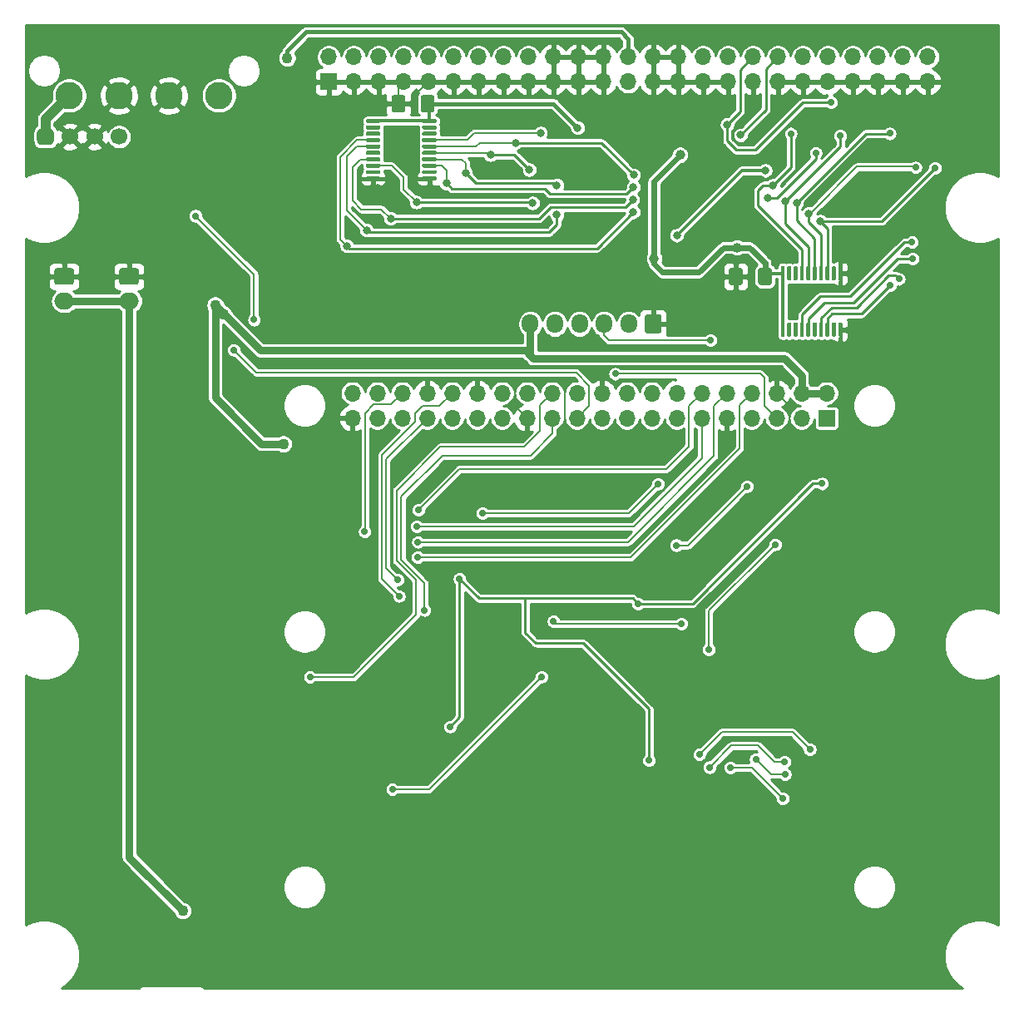
<source format=gbl>
%TF.GenerationSoftware,KiCad,Pcbnew,(5.1.6-0-10_14)*%
%TF.CreationDate,2020-09-12T17:56:08+09:00*%
%TF.ProjectId,scsiemu,73637369-656d-4752-9e6b-696361645f70,rev?*%
%TF.SameCoordinates,Original*%
%TF.FileFunction,Copper,L2,Bot*%
%TF.FilePolarity,Positive*%
%FSLAX46Y46*%
G04 Gerber Fmt 4.6, Leading zero omitted, Abs format (unit mm)*
G04 Created by KiCad (PCBNEW (5.1.6-0-10_14)) date 2020-09-12 17:56:08*
%MOMM*%
%LPD*%
G01*
G04 APERTURE LIST*
%TA.AperFunction,ComponentPad*%
%ADD10C,2.800000*%
%TD*%
%TA.AperFunction,ComponentPad*%
%ADD11O,1.700000X1.700000*%
%TD*%
%TA.AperFunction,ComponentPad*%
%ADD12R,1.700000X1.700000*%
%TD*%
%TA.AperFunction,ComponentPad*%
%ADD13C,1.700000*%
%TD*%
%TA.AperFunction,ComponentPad*%
%ADD14O,1.700000X1.950000*%
%TD*%
%TA.AperFunction,ComponentPad*%
%ADD15O,2.000000X1.700000*%
%TD*%
%TA.AperFunction,ViaPad*%
%ADD16C,1.000000*%
%TD*%
%TA.AperFunction,ViaPad*%
%ADD17C,0.800000*%
%TD*%
%TA.AperFunction,ViaPad*%
%ADD18C,0.700000*%
%TD*%
%TA.AperFunction,ViaPad*%
%ADD19C,1.100000*%
%TD*%
%TA.AperFunction,Conductor*%
%ADD20C,0.300000*%
%TD*%
%TA.AperFunction,Conductor*%
%ADD21C,0.600000*%
%TD*%
%TA.AperFunction,Conductor*%
%ADD22C,0.450000*%
%TD*%
%TA.AperFunction,Conductor*%
%ADD23C,0.350000*%
%TD*%
%TA.AperFunction,Conductor*%
%ADD24C,0.200000*%
%TD*%
%TA.AperFunction,Conductor*%
%ADD25C,0.250000*%
%TD*%
%TA.AperFunction,Conductor*%
%ADD26C,0.800000*%
%TD*%
%TA.AperFunction,Conductor*%
%ADD27C,1.000000*%
%TD*%
%TA.AperFunction,Conductor*%
%ADD28C,0.240000*%
%TD*%
G04 APERTURE END LIST*
D10*
%TO.P,J8,4*%
%TO.N,/AT_5V_DC*%
X114554000Y-45593000D03*
%TO.P,J8,3*%
%TO.N,GND*%
X119634000Y-45593000D03*
%TO.P,J8,2*%
X124714000Y-45593000D03*
%TO.P,J8,1*%
%TO.N,Net-(J8-Pad1)*%
X129794000Y-45593000D03*
%TD*%
%TO.P,C11,2*%
%TO.N,GND*%
%TA.AperFunction,SMDPad,CuDef*%
G36*
G01*
X148780200Y-45793500D02*
X148780200Y-47043500D01*
G75*
G02*
X148530200Y-47293500I-250000J0D01*
G01*
X147605200Y-47293500D01*
G75*
G02*
X147355200Y-47043500I0J250000D01*
G01*
X147355200Y-45793500D01*
G75*
G02*
X147605200Y-45543500I250000J0D01*
G01*
X148530200Y-45543500D01*
G75*
G02*
X148780200Y-45793500I0J-250000D01*
G01*
G37*
%TD.AperFunction*%
%TO.P,C11,1*%
%TO.N,VCC*%
%TA.AperFunction,SMDPad,CuDef*%
G36*
G01*
X151755200Y-45793500D02*
X151755200Y-47043500D01*
G75*
G02*
X151505200Y-47293500I-250000J0D01*
G01*
X150580200Y-47293500D01*
G75*
G02*
X150330200Y-47043500I0J250000D01*
G01*
X150330200Y-45793500D01*
G75*
G02*
X150580200Y-45543500I250000J0D01*
G01*
X151505200Y-45543500D01*
G75*
G02*
X151755200Y-45793500I0J-250000D01*
G01*
G37*
%TD.AperFunction*%
%TD*%
%TO.P,C10,2*%
%TO.N,GND*%
%TA.AperFunction,SMDPad,CuDef*%
G36*
G01*
X183121000Y-63383000D02*
X183121000Y-64633000D01*
G75*
G02*
X182871000Y-64883000I-250000J0D01*
G01*
X181946000Y-64883000D01*
G75*
G02*
X181696000Y-64633000I0J250000D01*
G01*
X181696000Y-63383000D01*
G75*
G02*
X181946000Y-63133000I250000J0D01*
G01*
X182871000Y-63133000D01*
G75*
G02*
X183121000Y-63383000I0J-250000D01*
G01*
G37*
%TD.AperFunction*%
%TO.P,C10,1*%
%TO.N,VCC*%
%TA.AperFunction,SMDPad,CuDef*%
G36*
G01*
X186096000Y-63383000D02*
X186096000Y-64633000D01*
G75*
G02*
X185846000Y-64883000I-250000J0D01*
G01*
X184921000Y-64883000D01*
G75*
G02*
X184671000Y-64633000I0J250000D01*
G01*
X184671000Y-63383000D01*
G75*
G02*
X184921000Y-63133000I250000J0D01*
G01*
X185846000Y-63133000D01*
G75*
G02*
X186096000Y-63383000I0J-250000D01*
G01*
G37*
%TD.AperFunction*%
%TD*%
%TO.P,U8,20*%
%TO.N,VCC*%
%TA.AperFunction,SMDPad,CuDef*%
G36*
G01*
X146236400Y-48079800D02*
X146236400Y-48279800D01*
G75*
G02*
X146136400Y-48379800I-100000J0D01*
G01*
X144861400Y-48379800D01*
G75*
G02*
X144761400Y-48279800I0J100000D01*
G01*
X144761400Y-48079800D01*
G75*
G02*
X144861400Y-47979800I100000J0D01*
G01*
X146136400Y-47979800D01*
G75*
G02*
X146236400Y-48079800I0J-100000D01*
G01*
G37*
%TD.AperFunction*%
%TO.P,U8,19*%
%TO.N,Net-(U8-Pad19)*%
%TA.AperFunction,SMDPad,CuDef*%
G36*
G01*
X146236400Y-48729800D02*
X146236400Y-48929800D01*
G75*
G02*
X146136400Y-49029800I-100000J0D01*
G01*
X144861400Y-49029800D01*
G75*
G02*
X144761400Y-48929800I0J100000D01*
G01*
X144761400Y-48729800D01*
G75*
G02*
X144861400Y-48629800I100000J0D01*
G01*
X146136400Y-48629800D01*
G75*
G02*
X146236400Y-48729800I0J-100000D01*
G01*
G37*
%TD.AperFunction*%
%TO.P,U8,18*%
%TO.N,Net-(U8-Pad18)*%
%TA.AperFunction,SMDPad,CuDef*%
G36*
G01*
X146236400Y-49379800D02*
X146236400Y-49579800D01*
G75*
G02*
X146136400Y-49679800I-100000J0D01*
G01*
X144861400Y-49679800D01*
G75*
G02*
X144761400Y-49579800I0J100000D01*
G01*
X144761400Y-49379800D01*
G75*
G02*
X144861400Y-49279800I100000J0D01*
G01*
X146136400Y-49279800D01*
G75*
G02*
X146236400Y-49379800I0J-100000D01*
G01*
G37*
%TD.AperFunction*%
%TO.P,U8,17*%
%TO.N,/S_D0*%
%TA.AperFunction,SMDPad,CuDef*%
G36*
G01*
X146236400Y-50029800D02*
X146236400Y-50229800D01*
G75*
G02*
X146136400Y-50329800I-100000J0D01*
G01*
X144861400Y-50329800D01*
G75*
G02*
X144761400Y-50229800I0J100000D01*
G01*
X144761400Y-50029800D01*
G75*
G02*
X144861400Y-49929800I100000J0D01*
G01*
X146136400Y-49929800D01*
G75*
G02*
X146236400Y-50029800I0J-100000D01*
G01*
G37*
%TD.AperFunction*%
%TO.P,U8,16*%
%TO.N,/S_D1*%
%TA.AperFunction,SMDPad,CuDef*%
G36*
G01*
X146236400Y-50679800D02*
X146236400Y-50879800D01*
G75*
G02*
X146136400Y-50979800I-100000J0D01*
G01*
X144861400Y-50979800D01*
G75*
G02*
X144761400Y-50879800I0J100000D01*
G01*
X144761400Y-50679800D01*
G75*
G02*
X144861400Y-50579800I100000J0D01*
G01*
X146136400Y-50579800D01*
G75*
G02*
X146236400Y-50679800I0J-100000D01*
G01*
G37*
%TD.AperFunction*%
%TO.P,U8,15*%
%TO.N,Net-(U8-Pad15)*%
%TA.AperFunction,SMDPad,CuDef*%
G36*
G01*
X146236400Y-51329800D02*
X146236400Y-51529800D01*
G75*
G02*
X146136400Y-51629800I-100000J0D01*
G01*
X144861400Y-51629800D01*
G75*
G02*
X144761400Y-51529800I0J100000D01*
G01*
X144761400Y-51329800D01*
G75*
G02*
X144861400Y-51229800I100000J0D01*
G01*
X146136400Y-51229800D01*
G75*
G02*
X146236400Y-51329800I0J-100000D01*
G01*
G37*
%TD.AperFunction*%
%TO.P,U8,14*%
%TO.N,/S_D2*%
%TA.AperFunction,SMDPad,CuDef*%
G36*
G01*
X146236400Y-51979800D02*
X146236400Y-52179800D01*
G75*
G02*
X146136400Y-52279800I-100000J0D01*
G01*
X144861400Y-52279800D01*
G75*
G02*
X144761400Y-52179800I0J100000D01*
G01*
X144761400Y-51979800D01*
G75*
G02*
X144861400Y-51879800I100000J0D01*
G01*
X146136400Y-51879800D01*
G75*
G02*
X146236400Y-51979800I0J-100000D01*
G01*
G37*
%TD.AperFunction*%
%TO.P,U8,13*%
%TO.N,/S_D3*%
%TA.AperFunction,SMDPad,CuDef*%
G36*
G01*
X146236400Y-52629800D02*
X146236400Y-52829800D01*
G75*
G02*
X146136400Y-52929800I-100000J0D01*
G01*
X144861400Y-52929800D01*
G75*
G02*
X144761400Y-52829800I0J100000D01*
G01*
X144761400Y-52629800D01*
G75*
G02*
X144861400Y-52529800I100000J0D01*
G01*
X146136400Y-52529800D01*
G75*
G02*
X146236400Y-52629800I0J-100000D01*
G01*
G37*
%TD.AperFunction*%
%TO.P,U8,12*%
%TO.N,Net-(U8-Pad12)*%
%TA.AperFunction,SMDPad,CuDef*%
G36*
G01*
X146236400Y-53279800D02*
X146236400Y-53479800D01*
G75*
G02*
X146136400Y-53579800I-100000J0D01*
G01*
X144861400Y-53579800D01*
G75*
G02*
X144761400Y-53479800I0J100000D01*
G01*
X144761400Y-53279800D01*
G75*
G02*
X144861400Y-53179800I100000J0D01*
G01*
X146136400Y-53179800D01*
G75*
G02*
X146236400Y-53279800I0J-100000D01*
G01*
G37*
%TD.AperFunction*%
%TO.P,U8,11*%
%TO.N,GND*%
%TA.AperFunction,SMDPad,CuDef*%
G36*
G01*
X146236400Y-53929800D02*
X146236400Y-54129800D01*
G75*
G02*
X146136400Y-54229800I-100000J0D01*
G01*
X144861400Y-54229800D01*
G75*
G02*
X144761400Y-54129800I0J100000D01*
G01*
X144761400Y-53929800D01*
G75*
G02*
X144861400Y-53829800I100000J0D01*
G01*
X146136400Y-53829800D01*
G75*
G02*
X146236400Y-53929800I0J-100000D01*
G01*
G37*
%TD.AperFunction*%
%TO.P,U8,10*%
%TA.AperFunction,SMDPad,CuDef*%
G36*
G01*
X151961400Y-53929800D02*
X151961400Y-54129800D01*
G75*
G02*
X151861400Y-54229800I-100000J0D01*
G01*
X150586400Y-54229800D01*
G75*
G02*
X150486400Y-54129800I0J100000D01*
G01*
X150486400Y-53929800D01*
G75*
G02*
X150586400Y-53829800I100000J0D01*
G01*
X151861400Y-53829800D01*
G75*
G02*
X151961400Y-53929800I0J-100000D01*
G01*
G37*
%TD.AperFunction*%
%TO.P,U8,9*%
%TO.N,Net-(U8-Pad9)*%
%TA.AperFunction,SMDPad,CuDef*%
G36*
G01*
X151961400Y-53279800D02*
X151961400Y-53479800D01*
G75*
G02*
X151861400Y-53579800I-100000J0D01*
G01*
X150586400Y-53579800D01*
G75*
G02*
X150486400Y-53479800I0J100000D01*
G01*
X150486400Y-53279800D01*
G75*
G02*
X150586400Y-53179800I100000J0D01*
G01*
X151861400Y-53179800D01*
G75*
G02*
X151961400Y-53279800I0J-100000D01*
G01*
G37*
%TD.AperFunction*%
%TO.P,U8,8*%
%TO.N,/S_D4*%
%TA.AperFunction,SMDPad,CuDef*%
G36*
G01*
X151961400Y-52629800D02*
X151961400Y-52829800D01*
G75*
G02*
X151861400Y-52929800I-100000J0D01*
G01*
X150586400Y-52929800D01*
G75*
G02*
X150486400Y-52829800I0J100000D01*
G01*
X150486400Y-52629800D01*
G75*
G02*
X150586400Y-52529800I100000J0D01*
G01*
X151861400Y-52529800D01*
G75*
G02*
X151961400Y-52629800I0J-100000D01*
G01*
G37*
%TD.AperFunction*%
%TO.P,U8,7*%
%TO.N,/S_D5*%
%TA.AperFunction,SMDPad,CuDef*%
G36*
G01*
X151961400Y-51979800D02*
X151961400Y-52179800D01*
G75*
G02*
X151861400Y-52279800I-100000J0D01*
G01*
X150586400Y-52279800D01*
G75*
G02*
X150486400Y-52179800I0J100000D01*
G01*
X150486400Y-51979800D01*
G75*
G02*
X150586400Y-51879800I100000J0D01*
G01*
X151861400Y-51879800D01*
G75*
G02*
X151961400Y-51979800I0J-100000D01*
G01*
G37*
%TD.AperFunction*%
%TO.P,U8,6*%
%TO.N,/S_D6*%
%TA.AperFunction,SMDPad,CuDef*%
G36*
G01*
X151961400Y-51329800D02*
X151961400Y-51529800D01*
G75*
G02*
X151861400Y-51629800I-100000J0D01*
G01*
X150586400Y-51629800D01*
G75*
G02*
X150486400Y-51529800I0J100000D01*
G01*
X150486400Y-51329800D01*
G75*
G02*
X150586400Y-51229800I100000J0D01*
G01*
X151861400Y-51229800D01*
G75*
G02*
X151961400Y-51329800I0J-100000D01*
G01*
G37*
%TD.AperFunction*%
%TO.P,U8,5*%
%TO.N,/S_D7*%
%TA.AperFunction,SMDPad,CuDef*%
G36*
G01*
X151961400Y-50679800D02*
X151961400Y-50879800D01*
G75*
G02*
X151861400Y-50979800I-100000J0D01*
G01*
X150586400Y-50979800D01*
G75*
G02*
X150486400Y-50879800I0J100000D01*
G01*
X150486400Y-50679800D01*
G75*
G02*
X150586400Y-50579800I100000J0D01*
G01*
X151861400Y-50579800D01*
G75*
G02*
X151961400Y-50679800I0J-100000D01*
G01*
G37*
%TD.AperFunction*%
%TO.P,U8,4*%
%TO.N,/S_DP*%
%TA.AperFunction,SMDPad,CuDef*%
G36*
G01*
X151961400Y-50029800D02*
X151961400Y-50229800D01*
G75*
G02*
X151861400Y-50329800I-100000J0D01*
G01*
X150586400Y-50329800D01*
G75*
G02*
X150486400Y-50229800I0J100000D01*
G01*
X150486400Y-50029800D01*
G75*
G02*
X150586400Y-49929800I100000J0D01*
G01*
X151861400Y-49929800D01*
G75*
G02*
X151961400Y-50029800I0J-100000D01*
G01*
G37*
%TD.AperFunction*%
%TO.P,U8,3*%
%TO.N,Net-(U8-Pad3)*%
%TA.AperFunction,SMDPad,CuDef*%
G36*
G01*
X151961400Y-49379800D02*
X151961400Y-49579800D01*
G75*
G02*
X151861400Y-49679800I-100000J0D01*
G01*
X150586400Y-49679800D01*
G75*
G02*
X150486400Y-49579800I0J100000D01*
G01*
X150486400Y-49379800D01*
G75*
G02*
X150586400Y-49279800I100000J0D01*
G01*
X151861400Y-49279800D01*
G75*
G02*
X151961400Y-49379800I0J-100000D01*
G01*
G37*
%TD.AperFunction*%
%TO.P,U8,2*%
%TO.N,Net-(U8-Pad2)*%
%TA.AperFunction,SMDPad,CuDef*%
G36*
G01*
X151961400Y-48729800D02*
X151961400Y-48929800D01*
G75*
G02*
X151861400Y-49029800I-100000J0D01*
G01*
X150586400Y-49029800D01*
G75*
G02*
X150486400Y-48929800I0J100000D01*
G01*
X150486400Y-48729800D01*
G75*
G02*
X150586400Y-48629800I100000J0D01*
G01*
X151861400Y-48629800D01*
G75*
G02*
X151961400Y-48729800I0J-100000D01*
G01*
G37*
%TD.AperFunction*%
%TO.P,U8,1*%
%TO.N,VCC*%
%TA.AperFunction,SMDPad,CuDef*%
G36*
G01*
X151961400Y-48079800D02*
X151961400Y-48279800D01*
G75*
G02*
X151861400Y-48379800I-100000J0D01*
G01*
X150586400Y-48379800D01*
G75*
G02*
X150486400Y-48279800I0J100000D01*
G01*
X150486400Y-48079800D01*
G75*
G02*
X150586400Y-47979800I100000J0D01*
G01*
X151861400Y-47979800D01*
G75*
G02*
X151961400Y-48079800I0J-100000D01*
G01*
G37*
%TD.AperFunction*%
%TD*%
%TO.P,U7,20*%
%TO.N,VCC*%
%TA.AperFunction,SMDPad,CuDef*%
G36*
G01*
X187094000Y-68673000D02*
X187294000Y-68673000D01*
G75*
G02*
X187394000Y-68773000I0J-100000D01*
G01*
X187394000Y-70048000D01*
G75*
G02*
X187294000Y-70148000I-100000J0D01*
G01*
X187094000Y-70148000D01*
G75*
G02*
X186994000Y-70048000I0J100000D01*
G01*
X186994000Y-68773000D01*
G75*
G02*
X187094000Y-68673000I100000J0D01*
G01*
G37*
%TD.AperFunction*%
%TO.P,U7,19*%
%TO.N,Net-(U7-Pad19)*%
%TA.AperFunction,SMDPad,CuDef*%
G36*
G01*
X187744000Y-68673000D02*
X187944000Y-68673000D01*
G75*
G02*
X188044000Y-68773000I0J-100000D01*
G01*
X188044000Y-70048000D01*
G75*
G02*
X187944000Y-70148000I-100000J0D01*
G01*
X187744000Y-70148000D01*
G75*
G02*
X187644000Y-70048000I0J100000D01*
G01*
X187644000Y-68773000D01*
G75*
G02*
X187744000Y-68673000I100000J0D01*
G01*
G37*
%TD.AperFunction*%
%TO.P,U7,18*%
%TO.N,Net-(U7-Pad18)*%
%TA.AperFunction,SMDPad,CuDef*%
G36*
G01*
X188394000Y-68673000D02*
X188594000Y-68673000D01*
G75*
G02*
X188694000Y-68773000I0J-100000D01*
G01*
X188694000Y-70048000D01*
G75*
G02*
X188594000Y-70148000I-100000J0D01*
G01*
X188394000Y-70148000D01*
G75*
G02*
X188294000Y-70048000I0J100000D01*
G01*
X188294000Y-68773000D01*
G75*
G02*
X188394000Y-68673000I100000J0D01*
G01*
G37*
%TD.AperFunction*%
%TO.P,U7,17*%
%TO.N,/S_BSY*%
%TA.AperFunction,SMDPad,CuDef*%
G36*
G01*
X189044000Y-68673000D02*
X189244000Y-68673000D01*
G75*
G02*
X189344000Y-68773000I0J-100000D01*
G01*
X189344000Y-70048000D01*
G75*
G02*
X189244000Y-70148000I-100000J0D01*
G01*
X189044000Y-70148000D01*
G75*
G02*
X188944000Y-70048000I0J100000D01*
G01*
X188944000Y-68773000D01*
G75*
G02*
X189044000Y-68673000I100000J0D01*
G01*
G37*
%TD.AperFunction*%
%TO.P,U7,16*%
%TO.N,/S_SEL*%
%TA.AperFunction,SMDPad,CuDef*%
G36*
G01*
X189694000Y-68673000D02*
X189894000Y-68673000D01*
G75*
G02*
X189994000Y-68773000I0J-100000D01*
G01*
X189994000Y-70048000D01*
G75*
G02*
X189894000Y-70148000I-100000J0D01*
G01*
X189694000Y-70148000D01*
G75*
G02*
X189594000Y-70048000I0J100000D01*
G01*
X189594000Y-68773000D01*
G75*
G02*
X189694000Y-68673000I100000J0D01*
G01*
G37*
%TD.AperFunction*%
%TO.P,U7,15*%
%TO.N,Net-(U7-Pad15)*%
%TA.AperFunction,SMDPad,CuDef*%
G36*
G01*
X190344000Y-68673000D02*
X190544000Y-68673000D01*
G75*
G02*
X190644000Y-68773000I0J-100000D01*
G01*
X190644000Y-70048000D01*
G75*
G02*
X190544000Y-70148000I-100000J0D01*
G01*
X190344000Y-70148000D01*
G75*
G02*
X190244000Y-70048000I0J100000D01*
G01*
X190244000Y-68773000D01*
G75*
G02*
X190344000Y-68673000I100000J0D01*
G01*
G37*
%TD.AperFunction*%
%TO.P,U7,14*%
%TO.N,/S_ACK*%
%TA.AperFunction,SMDPad,CuDef*%
G36*
G01*
X190994000Y-68673000D02*
X191194000Y-68673000D01*
G75*
G02*
X191294000Y-68773000I0J-100000D01*
G01*
X191294000Y-70048000D01*
G75*
G02*
X191194000Y-70148000I-100000J0D01*
G01*
X190994000Y-70148000D01*
G75*
G02*
X190894000Y-70048000I0J100000D01*
G01*
X190894000Y-68773000D01*
G75*
G02*
X190994000Y-68673000I100000J0D01*
G01*
G37*
%TD.AperFunction*%
%TO.P,U7,13*%
%TO.N,/S_ATN*%
%TA.AperFunction,SMDPad,CuDef*%
G36*
G01*
X191644000Y-68673000D02*
X191844000Y-68673000D01*
G75*
G02*
X191944000Y-68773000I0J-100000D01*
G01*
X191944000Y-70048000D01*
G75*
G02*
X191844000Y-70148000I-100000J0D01*
G01*
X191644000Y-70148000D01*
G75*
G02*
X191544000Y-70048000I0J100000D01*
G01*
X191544000Y-68773000D01*
G75*
G02*
X191644000Y-68673000I100000J0D01*
G01*
G37*
%TD.AperFunction*%
%TO.P,U7,12*%
%TO.N,Net-(U7-Pad12)*%
%TA.AperFunction,SMDPad,CuDef*%
G36*
G01*
X192294000Y-68673000D02*
X192494000Y-68673000D01*
G75*
G02*
X192594000Y-68773000I0J-100000D01*
G01*
X192594000Y-70048000D01*
G75*
G02*
X192494000Y-70148000I-100000J0D01*
G01*
X192294000Y-70148000D01*
G75*
G02*
X192194000Y-70048000I0J100000D01*
G01*
X192194000Y-68773000D01*
G75*
G02*
X192294000Y-68673000I100000J0D01*
G01*
G37*
%TD.AperFunction*%
%TO.P,U7,11*%
%TO.N,GND*%
%TA.AperFunction,SMDPad,CuDef*%
G36*
G01*
X192944000Y-68673000D02*
X193144000Y-68673000D01*
G75*
G02*
X193244000Y-68773000I0J-100000D01*
G01*
X193244000Y-70048000D01*
G75*
G02*
X193144000Y-70148000I-100000J0D01*
G01*
X192944000Y-70148000D01*
G75*
G02*
X192844000Y-70048000I0J100000D01*
G01*
X192844000Y-68773000D01*
G75*
G02*
X192944000Y-68673000I100000J0D01*
G01*
G37*
%TD.AperFunction*%
%TO.P,U7,10*%
%TA.AperFunction,SMDPad,CuDef*%
G36*
G01*
X192944000Y-62948000D02*
X193144000Y-62948000D01*
G75*
G02*
X193244000Y-63048000I0J-100000D01*
G01*
X193244000Y-64323000D01*
G75*
G02*
X193144000Y-64423000I-100000J0D01*
G01*
X192944000Y-64423000D01*
G75*
G02*
X192844000Y-64323000I0J100000D01*
G01*
X192844000Y-63048000D01*
G75*
G02*
X192944000Y-62948000I100000J0D01*
G01*
G37*
%TD.AperFunction*%
%TO.P,U7,9*%
%TO.N,Net-(U7-Pad9)*%
%TA.AperFunction,SMDPad,CuDef*%
G36*
G01*
X192294000Y-62948000D02*
X192494000Y-62948000D01*
G75*
G02*
X192594000Y-63048000I0J-100000D01*
G01*
X192594000Y-64323000D01*
G75*
G02*
X192494000Y-64423000I-100000J0D01*
G01*
X192294000Y-64423000D01*
G75*
G02*
X192194000Y-64323000I0J100000D01*
G01*
X192194000Y-63048000D01*
G75*
G02*
X192294000Y-62948000I100000J0D01*
G01*
G37*
%TD.AperFunction*%
%TO.P,U7,8*%
%TO.N,/S_IO*%
%TA.AperFunction,SMDPad,CuDef*%
G36*
G01*
X191644000Y-62948000D02*
X191844000Y-62948000D01*
G75*
G02*
X191944000Y-63048000I0J-100000D01*
G01*
X191944000Y-64323000D01*
G75*
G02*
X191844000Y-64423000I-100000J0D01*
G01*
X191644000Y-64423000D01*
G75*
G02*
X191544000Y-64323000I0J100000D01*
G01*
X191544000Y-63048000D01*
G75*
G02*
X191644000Y-62948000I100000J0D01*
G01*
G37*
%TD.AperFunction*%
%TO.P,U7,7*%
%TO.N,/S_REQ*%
%TA.AperFunction,SMDPad,CuDef*%
G36*
G01*
X190994000Y-62948000D02*
X191194000Y-62948000D01*
G75*
G02*
X191294000Y-63048000I0J-100000D01*
G01*
X191294000Y-64323000D01*
G75*
G02*
X191194000Y-64423000I-100000J0D01*
G01*
X190994000Y-64423000D01*
G75*
G02*
X190894000Y-64323000I0J100000D01*
G01*
X190894000Y-63048000D01*
G75*
G02*
X190994000Y-62948000I100000J0D01*
G01*
G37*
%TD.AperFunction*%
%TO.P,U7,6*%
%TO.N,/S_CD*%
%TA.AperFunction,SMDPad,CuDef*%
G36*
G01*
X190344000Y-62948000D02*
X190544000Y-62948000D01*
G75*
G02*
X190644000Y-63048000I0J-100000D01*
G01*
X190644000Y-64323000D01*
G75*
G02*
X190544000Y-64423000I-100000J0D01*
G01*
X190344000Y-64423000D01*
G75*
G02*
X190244000Y-64323000I0J100000D01*
G01*
X190244000Y-63048000D01*
G75*
G02*
X190344000Y-62948000I100000J0D01*
G01*
G37*
%TD.AperFunction*%
%TO.P,U7,5*%
%TO.N,/S_MSG*%
%TA.AperFunction,SMDPad,CuDef*%
G36*
G01*
X189694000Y-62948000D02*
X189894000Y-62948000D01*
G75*
G02*
X189994000Y-63048000I0J-100000D01*
G01*
X189994000Y-64323000D01*
G75*
G02*
X189894000Y-64423000I-100000J0D01*
G01*
X189694000Y-64423000D01*
G75*
G02*
X189594000Y-64323000I0J100000D01*
G01*
X189594000Y-63048000D01*
G75*
G02*
X189694000Y-62948000I100000J0D01*
G01*
G37*
%TD.AperFunction*%
%TO.P,U7,4*%
%TO.N,/S_RST*%
%TA.AperFunction,SMDPad,CuDef*%
G36*
G01*
X189044000Y-62948000D02*
X189244000Y-62948000D01*
G75*
G02*
X189344000Y-63048000I0J-100000D01*
G01*
X189344000Y-64323000D01*
G75*
G02*
X189244000Y-64423000I-100000J0D01*
G01*
X189044000Y-64423000D01*
G75*
G02*
X188944000Y-64323000I0J100000D01*
G01*
X188944000Y-63048000D01*
G75*
G02*
X189044000Y-62948000I100000J0D01*
G01*
G37*
%TD.AperFunction*%
%TO.P,U7,3*%
%TO.N,Net-(U7-Pad3)*%
%TA.AperFunction,SMDPad,CuDef*%
G36*
G01*
X188394000Y-62948000D02*
X188594000Y-62948000D01*
G75*
G02*
X188694000Y-63048000I0J-100000D01*
G01*
X188694000Y-64323000D01*
G75*
G02*
X188594000Y-64423000I-100000J0D01*
G01*
X188394000Y-64423000D01*
G75*
G02*
X188294000Y-64323000I0J100000D01*
G01*
X188294000Y-63048000D01*
G75*
G02*
X188394000Y-62948000I100000J0D01*
G01*
G37*
%TD.AperFunction*%
%TO.P,U7,2*%
%TO.N,Net-(U7-Pad2)*%
%TA.AperFunction,SMDPad,CuDef*%
G36*
G01*
X187744000Y-62948000D02*
X187944000Y-62948000D01*
G75*
G02*
X188044000Y-63048000I0J-100000D01*
G01*
X188044000Y-64323000D01*
G75*
G02*
X187944000Y-64423000I-100000J0D01*
G01*
X187744000Y-64423000D01*
G75*
G02*
X187644000Y-64323000I0J100000D01*
G01*
X187644000Y-63048000D01*
G75*
G02*
X187744000Y-62948000I100000J0D01*
G01*
G37*
%TD.AperFunction*%
%TO.P,U7,1*%
%TO.N,VCC*%
%TA.AperFunction,SMDPad,CuDef*%
G36*
G01*
X187094000Y-62948000D02*
X187294000Y-62948000D01*
G75*
G02*
X187394000Y-63048000I0J-100000D01*
G01*
X187394000Y-64323000D01*
G75*
G02*
X187294000Y-64423000I-100000J0D01*
G01*
X187094000Y-64423000D01*
G75*
G02*
X186994000Y-64323000I0J100000D01*
G01*
X186994000Y-63048000D01*
G75*
G02*
X187094000Y-62948000I100000J0D01*
G01*
G37*
%TD.AperFunction*%
%TD*%
D11*
%TO.P,J2,50*%
%TO.N,/S_IO*%
X201930000Y-41656000D03*
%TO.P,J2,49*%
%TO.N,GND*%
X201930000Y-44196000D03*
%TO.P,J2,48*%
%TO.N,/S_REQ*%
X199390000Y-41656000D03*
%TO.P,J2,47*%
%TO.N,GND*%
X199390000Y-44196000D03*
%TO.P,J2,46*%
%TO.N,/S_CD*%
X196850000Y-41656000D03*
%TO.P,J2,45*%
%TO.N,GND*%
X196850000Y-44196000D03*
%TO.P,J2,44*%
%TO.N,/S_SEL*%
X194310000Y-41656000D03*
%TO.P,J2,43*%
%TO.N,GND*%
X194310000Y-44196000D03*
%TO.P,J2,42*%
%TO.N,/S_MSG*%
X191770000Y-41656000D03*
%TO.P,J2,41*%
%TO.N,GND*%
X191770000Y-44196000D03*
%TO.P,J2,40*%
%TO.N,/S_RST*%
X189230000Y-41656000D03*
%TO.P,J2,39*%
%TO.N,GND*%
X189230000Y-44196000D03*
%TO.P,J2,38*%
%TO.N,/S_ACK*%
X186690000Y-41656000D03*
%TO.P,J2,37*%
%TO.N,GND*%
X186690000Y-44196000D03*
%TO.P,J2,36*%
%TO.N,/S_BSY*%
X184150000Y-41656000D03*
%TO.P,J2,35*%
%TO.N,GND*%
X184150000Y-44196000D03*
%TO.P,J2,34*%
%TO.N,Net-(J2-Pad34)*%
X181610000Y-41656000D03*
%TO.P,J2,33*%
%TO.N,GND*%
X181610000Y-44196000D03*
%TO.P,J2,32*%
%TO.N,/S_ATN*%
X179070000Y-41656000D03*
%TO.P,J2,31*%
%TO.N,GND*%
X179070000Y-44196000D03*
%TO.P,J2,30*%
X176530000Y-41656000D03*
%TO.P,J2,29*%
X176530000Y-44196000D03*
%TO.P,J2,28*%
X173990000Y-41656000D03*
%TO.P,J2,27*%
X173990000Y-44196000D03*
%TO.P,J2,26*%
%TO.N,Net-(F1-Pad1)*%
X171450000Y-41656000D03*
%TO.P,J2,25*%
%TO.N,Net-(J2-Pad25)*%
X171450000Y-44196000D03*
%TO.P,J2,24*%
%TO.N,GND*%
X168910000Y-41656000D03*
%TO.P,J2,23*%
X168910000Y-44196000D03*
%TO.P,J2,22*%
X166370000Y-41656000D03*
%TO.P,J2,21*%
X166370000Y-44196000D03*
%TO.P,J2,20*%
X163830000Y-41656000D03*
%TO.P,J2,19*%
X163830000Y-44196000D03*
%TO.P,J2,18*%
%TO.N,/S_DP*%
X161290000Y-41656000D03*
%TO.P,J2,17*%
%TO.N,GND*%
X161290000Y-44196000D03*
%TO.P,J2,16*%
%TO.N,/S_D7*%
X158750000Y-41656000D03*
%TO.P,J2,15*%
%TO.N,GND*%
X158750000Y-44196000D03*
%TO.P,J2,14*%
%TO.N,/S_D6*%
X156210000Y-41656000D03*
%TO.P,J2,13*%
%TO.N,GND*%
X156210000Y-44196000D03*
%TO.P,J2,12*%
%TO.N,/S_D5*%
X153670000Y-41656000D03*
%TO.P,J2,11*%
%TO.N,GND*%
X153670000Y-44196000D03*
%TO.P,J2,10*%
%TO.N,/S_D4*%
X151130000Y-41656000D03*
%TO.P,J2,9*%
%TO.N,GND*%
X151130000Y-44196000D03*
%TO.P,J2,8*%
%TO.N,/S_D3*%
X148590000Y-41656000D03*
%TO.P,J2,7*%
%TO.N,GND*%
X148590000Y-44196000D03*
%TO.P,J2,6*%
%TO.N,/S_D2*%
X146050000Y-41656000D03*
%TO.P,J2,5*%
%TO.N,GND*%
X146050000Y-44196000D03*
%TO.P,J2,4*%
%TO.N,/S_D1*%
X143510000Y-41656000D03*
%TO.P,J2,3*%
%TO.N,GND*%
X143510000Y-44196000D03*
%TO.P,J2,2*%
%TO.N,/S_D0*%
X140970000Y-41656000D03*
D12*
%TO.P,J2,1*%
%TO.N,GND*%
X140970000Y-44196000D03*
%TD*%
D13*
%TO.P,J6,4*%
%TO.N,Net-(J6-Pad4)*%
X119634000Y-49784000D03*
%TO.P,J6,3*%
%TO.N,GND*%
X117134000Y-49784000D03*
%TO.P,J6,2*%
X114634000Y-49784000D03*
%TO.P,J6,1*%
%TO.N,/AT_5V_DC*%
%TA.AperFunction,ComponentPad*%
G36*
G01*
X112559000Y-50634000D02*
X111709000Y-50634000D01*
G75*
G02*
X111284000Y-50209000I0J425000D01*
G01*
X111284000Y-49359000D01*
G75*
G02*
X111709000Y-48934000I425000J0D01*
G01*
X112559000Y-48934000D01*
G75*
G02*
X112984000Y-49359000I0J-425000D01*
G01*
X112984000Y-50209000D01*
G75*
G02*
X112559000Y-50634000I-425000J0D01*
G01*
G37*
%TD.AperFunction*%
%TD*%
D14*
%TO.P,J7,6*%
%TO.N,/5V_DC*%
X161490000Y-68834000D03*
%TO.P,J7,5*%
%TO.N,/EXT2*%
X163990000Y-68834000D03*
%TO.P,J7,4*%
%TO.N,/EXT1*%
X166490000Y-68834000D03*
%TO.P,J7,3*%
%TO.N,/I2C_SDA*%
X168990000Y-68834000D03*
%TO.P,J7,2*%
%TO.N,/I2C_SCL*%
X171490000Y-68834000D03*
%TO.P,J7,1*%
%TO.N,GND*%
%TA.AperFunction,ComponentPad*%
G36*
G01*
X174840000Y-68109000D02*
X174840000Y-69559000D01*
G75*
G02*
X174590000Y-69809000I-250000J0D01*
G01*
X173390000Y-69809000D01*
G75*
G02*
X173140000Y-69559000I0J250000D01*
G01*
X173140000Y-68109000D01*
G75*
G02*
X173390000Y-67859000I250000J0D01*
G01*
X174590000Y-67859000D01*
G75*
G02*
X174840000Y-68109000I0J-250000D01*
G01*
G37*
%TD.AperFunction*%
%TD*%
D15*
%TO.P,J5,2*%
%TO.N,Net-(D2-Pad1)*%
X114046000Y-66508000D03*
%TO.P,J5,1*%
%TO.N,GND*%
%TA.AperFunction,ComponentPad*%
G36*
G01*
X113296000Y-63158000D02*
X114796000Y-63158000D01*
G75*
G02*
X115046000Y-63408000I0J-250000D01*
G01*
X115046000Y-64608000D01*
G75*
G02*
X114796000Y-64858000I-250000J0D01*
G01*
X113296000Y-64858000D01*
G75*
G02*
X113046000Y-64608000I0J250000D01*
G01*
X113046000Y-63408000D01*
G75*
G02*
X113296000Y-63158000I250000J0D01*
G01*
G37*
%TD.AperFunction*%
%TD*%
%TO.P,J4,2*%
%TO.N,Net-(D2-Pad1)*%
X120650000Y-66508000D03*
%TO.P,J4,1*%
%TO.N,GND*%
%TA.AperFunction,ComponentPad*%
G36*
G01*
X119900000Y-63158000D02*
X121400000Y-63158000D01*
G75*
G02*
X121650000Y-63408000I0J-250000D01*
G01*
X121650000Y-64608000D01*
G75*
G02*
X121400000Y-64858000I-250000J0D01*
G01*
X119900000Y-64858000D01*
G75*
G02*
X119650000Y-64608000I0J250000D01*
G01*
X119650000Y-63408000D01*
G75*
G02*
X119900000Y-63158000I250000J0D01*
G01*
G37*
%TD.AperFunction*%
%TD*%
D12*
%TO.P,J1,1*%
%TO.N,Net-(FL1-Pad1)*%
X191643000Y-78422500D03*
D11*
%TO.P,J1,2*%
%TO.N,/5V_DC*%
X191643000Y-75882500D03*
%TO.P,J1,3*%
%TO.N,/I2C_SDA*%
X189103000Y-78422500D03*
%TO.P,J1,4*%
%TO.N,/5V_DC*%
X189103000Y-75882500D03*
%TO.P,J1,5*%
%TO.N,/I2C_SCL*%
X186563000Y-78422500D03*
%TO.P,J1,6*%
%TO.N,GND*%
X186563000Y-75882500D03*
%TO.P,J1,7*%
%TO.N,/ACT*%
X184023000Y-78422500D03*
%TO.P,J1,8*%
%TO.N,/D4*%
X184023000Y-75882500D03*
%TO.P,J1,9*%
%TO.N,GND*%
X181483000Y-78422500D03*
%TO.P,J1,10*%
%TO.N,/D5*%
X181483000Y-75882500D03*
%TO.P,J1,11*%
%TO.N,/D7*%
X178943000Y-78422500D03*
%TO.P,J1,12*%
%TO.N,/DP*%
X178943000Y-75882500D03*
%TO.P,J1,13*%
%TO.N,/SEL*%
X176403000Y-78422500D03*
%TO.P,J1,14*%
%TO.N,GND*%
X176403000Y-75882500D03*
%TO.P,J1,15*%
%TO.N,/REQ*%
X173863000Y-78422500D03*
%TO.P,J1,16*%
%TO.N,/MSG*%
X173863000Y-75882500D03*
%TO.P,J1,17*%
%TO.N,Net-(J1-Pad17)*%
X171323000Y-78422500D03*
%TO.P,J1,18*%
%TO.N,/CD*%
X171323000Y-75882500D03*
%TO.P,J1,19*%
%TO.N,/D0*%
X168783000Y-78422500D03*
%TO.P,J1,20*%
%TO.N,GND*%
X168783000Y-75882500D03*
%TO.P,J1,21*%
%TO.N,/AT_POWER_ON*%
X166243000Y-78422500D03*
%TO.P,J1,22*%
%TO.N,/IO*%
X166243000Y-75882500D03*
%TO.P,J1,23*%
%TO.N,/D1*%
X163703000Y-78422500D03*
%TO.P,J1,24*%
%TO.N,/DTD*%
X163703000Y-75882500D03*
%TO.P,J1,25*%
%TO.N,GND*%
X161163000Y-78422500D03*
%TO.P,J1,26*%
%TO.N,/TAD*%
X161163000Y-75882500D03*
%TO.P,J1,27*%
%TO.N,/EXT1*%
X158623000Y-78422500D03*
%TO.P,J1,28*%
%TO.N,/EXT2*%
X158623000Y-75882500D03*
%TO.P,J1,29*%
%TO.N,/ENB*%
X156083000Y-78422500D03*
%TO.P,J1,30*%
%TO.N,GND*%
X156083000Y-75882500D03*
%TO.P,J1,31*%
%TO.N,/IND*%
X153543000Y-78422500D03*
%TO.P,J1,32*%
%TO.N,/D2*%
X153543000Y-75882500D03*
%TO.P,J1,33*%
%TO.N,/D3*%
X151003000Y-78422500D03*
%TO.P,J1,34*%
%TO.N,GND*%
X151003000Y-75882500D03*
%TO.P,J1,35*%
%TO.N,/ATN*%
X148463000Y-78422500D03*
%TO.P,J1,36*%
%TO.N,/D6*%
X148463000Y-75882500D03*
%TO.P,J1,37*%
%TO.N,/BSY*%
X145923000Y-78422500D03*
%TO.P,J1,38*%
%TO.N,/RST*%
X145923000Y-75882500D03*
%TO.P,J1,39*%
%TO.N,GND*%
X143383000Y-78422500D03*
%TO.P,J1,40*%
%TO.N,/ACK*%
X143383000Y-75882500D03*
%TD*%
D16*
%TO.N,VCC*%
X182524400Y-61061600D03*
X176733200Y-51638200D03*
D17*
X166306500Y-48882300D03*
D16*
X174104300Y-62166500D03*
D18*
%TO.N,GND*%
X130505200Y-135661400D03*
X129565400Y-135661400D03*
X128574800Y-135661400D03*
X128371600Y-133680200D03*
X127355600Y-132816600D03*
X122199400Y-133756400D03*
X121158000Y-132765800D03*
X120954800Y-135661400D03*
X119989600Y-135661400D03*
X118999000Y-135686800D03*
X193421000Y-62357000D03*
X185420000Y-52070000D03*
X193802000Y-69469000D03*
X135890000Y-99949000D03*
X140462000Y-98298000D03*
X138912600Y-74625200D03*
X138861800Y-79705200D03*
X197612000Y-74676000D03*
X195453000Y-79629000D03*
X193802000Y-100203000D03*
X198882000Y-98933000D03*
X193802000Y-126238000D03*
X199136000Y-126238000D03*
X208280000Y-129159000D03*
X203835000Y-135890000D03*
X135763000Y-126238000D03*
X141478000Y-126365000D03*
X115976400Y-134721600D03*
X110744000Y-129032000D03*
X110413800Y-52959000D03*
X112014000Y-61214000D03*
X206883000Y-52959000D03*
X207010000Y-61087000D03*
X139877800Y-72771000D03*
X136855200Y-117576600D03*
X152374600Y-100482400D03*
X135204200Y-97129600D03*
X149758400Y-86309200D03*
X187045600Y-123012200D03*
X197764400Y-105765600D03*
X191922400Y-89890600D03*
X189331600Y-82169000D03*
X180060600Y-105765600D03*
X130708400Y-69951600D03*
X152380950Y-80092550D03*
X153365200Y-87299800D03*
X163093400Y-82550000D03*
X164998400Y-85674200D03*
X160832800Y-86347300D03*
X166154100Y-81292700D03*
X171323000Y-80302100D03*
X170751500Y-85521800D03*
X170611800Y-90208100D03*
X171030900Y-91821000D03*
X175298100Y-92557600D03*
X173570900Y-94640400D03*
X165252400Y-97942400D03*
X160274000Y-94589600D03*
X144195800Y-96215200D03*
X141097000Y-94691200D03*
X135356600Y-83413600D03*
X142773400Y-83858100D03*
X134848600Y-112217200D03*
X128320800Y-108940600D03*
X128168400Y-74383900D03*
X148361400Y-101612700D03*
X156400500Y-107188000D03*
X152844500Y-117322600D03*
X161264600Y-111010700D03*
X167513000Y-128739900D03*
X184505600Y-129095500D03*
X177152300Y-125895100D03*
X165582600Y-121526300D03*
X165227000Y-108254800D03*
X155270200Y-97332800D03*
X159740600Y-97840800D03*
X165328600Y-100279200D03*
X169329100Y-100787200D03*
X170497500Y-106718100D03*
X176847500Y-96418400D03*
X183743600Y-95935800D03*
X178257200Y-108610400D03*
X178003200Y-88366600D03*
X180136800Y-90093800D03*
X183184800Y-89179400D03*
X180340000Y-86385400D03*
X176999900Y-83096100D03*
X185337999Y-80283599D03*
X188912500Y-91668600D03*
X190461900Y-109613700D03*
X187045600Y-111493300D03*
X193344800Y-121513600D03*
X196126100Y-110210600D03*
X204165200Y-115595400D03*
X200139300Y-102260400D03*
X193560700Y-95516700D03*
X190525400Y-73901300D03*
X204381100Y-76555600D03*
X204431900Y-90906600D03*
X205181200Y-105130600D03*
X117081300Y-68338700D03*
X118872000Y-74091800D03*
X122453400Y-74371200D03*
X122453400Y-93179900D03*
X118783100Y-92989400D03*
X118872000Y-105181400D03*
X118872000Y-118745000D03*
X120383300Y-126187200D03*
X123774200Y-124485400D03*
X122643900Y-112242600D03*
X122732800Y-101879400D03*
X128384300Y-90754200D03*
X128295400Y-78740000D03*
X130835400Y-92125800D03*
X138366500Y-86436200D03*
X142608300Y-98590100D03*
X149059900Y-106603800D03*
X144729200Y-117360700D03*
X138887200Y-106540300D03*
X183984900Y-107759500D03*
X182397400Y-112636300D03*
D17*
X145961100Y-54978300D03*
D18*
X151295100Y-54851300D03*
X148577300Y-49174400D03*
X153657300Y-47574200D03*
X156108400Y-47904400D03*
X158724600Y-47904400D03*
X161302700Y-47815500D03*
X164223700Y-48374300D03*
X137147300Y-38798500D03*
X171551600Y-45961300D03*
X148424900Y-56984900D03*
X155968700Y-52197000D03*
X143408400Y-59258200D03*
X152857200Y-60299600D03*
X145910300Y-58127900D03*
X163106100Y-58597800D03*
X167576500Y-59982100D03*
X169557700Y-61315600D03*
X142697200Y-69888100D03*
X141389100Y-61163200D03*
X132181600Y-67487800D03*
X134708900Y-67983100D03*
X138049000Y-60833000D03*
X138303000Y-50888900D03*
X134975600Y-45097700D03*
X124764800Y-50469800D03*
X119976900Y-55524400D03*
X126542800Y-64935100D03*
X126606300Y-68529200D03*
X159727900Y-53365400D03*
X168097200Y-51435000D03*
X175069500Y-49834800D03*
X160566100Y-57302400D03*
X177939700Y-62242700D03*
X173482000Y-53200300D03*
X171894500Y-61214000D03*
X175590200Y-55930800D03*
X181013100Y-63995300D03*
X168922700Y-54305200D03*
X159994600Y-70307200D03*
X143662400Y-72847200D03*
X165874700Y-70789800D03*
X181571900Y-71196200D03*
X186969400Y-49822100D03*
X189357000Y-51168300D03*
X197713600Y-60198000D03*
X189915800Y-56400700D03*
X191922400Y-54394100D03*
X194576700Y-51841400D03*
X191338200Y-50038000D03*
X185013600Y-48895000D03*
X195465700Y-48374300D03*
X197167500Y-54902100D03*
X200139300Y-56807100D03*
X201866500Y-57353200D03*
X199339200Y-51333400D03*
X199136000Y-54508400D03*
X194119500Y-56565800D03*
D17*
X123672600Y-129235200D03*
X123850400Y-134543800D03*
D18*
X206146400Y-97307400D03*
X111963200Y-105968800D03*
X111963200Y-96774000D03*
D17*
X183809640Y-50248820D03*
D19*
%TO.N,Net-(F1-Pad1)*%
X136753600Y-41757600D03*
D18*
%TO.N,VEE*%
X154279600Y-94792800D03*
X153314400Y-109829600D03*
X173564200Y-113278000D03*
X172468000Y-97330800D03*
X191185800Y-85090000D03*
D17*
%TO.N,/S_D0*%
X171970700Y-57442100D03*
X142811500Y-60896500D03*
%TO.N,/S_D1*%
X144824999Y-59290499D03*
X164198300Y-57746900D03*
%TO.N,/S_D2*%
X171932600Y-56184800D03*
X147275001Y-58108301D03*
%TO.N,/S_D3*%
X149904999Y-56444603D03*
X161721800Y-56527700D03*
%TO.N,/S_D4*%
X171970700Y-54927500D03*
X152946100Y-54521100D03*
%TO.N,/S_D5*%
X154895001Y-53435799D03*
X164198300Y-54724300D03*
%TO.N,/S_D6*%
X157435001Y-51618601D03*
X161391600Y-53136800D03*
%TO.N,/S_D7*%
X171996100Y-53670200D03*
X159975001Y-50387797D03*
%TO.N,/S_DP*%
X162534600Y-49403000D03*
D18*
%TO.N,/D4*%
X150037800Y-92583000D03*
%TO.N,/D5*%
X150056802Y-91039998D03*
%TO.N,/D7*%
X149929600Y-89440000D03*
%TO.N,/DP*%
X150114000Y-87782400D03*
%TO.N,/SEL*%
X179654200Y-101981000D03*
X186410600Y-91287600D03*
%TO.N,/MSG*%
X187350400Y-113411000D03*
X179730400Y-113969800D03*
%TO.N,/CD*%
X187401200Y-114681000D03*
X184442100Y-113144300D03*
%TO.N,/D0*%
X162636200Y-104749600D03*
X147447000Y-116205000D03*
X174498000Y-85115399D03*
X156629100Y-88099900D03*
%TO.N,/IO*%
X181864000Y-113995200D03*
X187172600Y-117144800D03*
%TO.N,/D1*%
X150723600Y-97967800D03*
%TO.N,/DTD*%
X139065000Y-104775000D03*
%TO.N,/TAD*%
X176352200Y-91363800D03*
X183540400Y-85369400D03*
%TO.N,/D2*%
X148132800Y-96545398D03*
%TO.N,/D3*%
X147980400Y-94894400D03*
%TO.N,/D6*%
X144627600Y-89992200D03*
%TO.N,/BSY*%
X178689000Y-112674400D03*
X189941200Y-112141000D03*
%TO.N,/ACK*%
X163855400Y-99110800D03*
X176853600Y-99346000D03*
%TO.N,/I2C_SDA*%
X179832000Y-70485000D03*
%TO.N,/I2C_SCL*%
X170129200Y-73913998D03*
D19*
%TO.N,Net-(D2-Pad1)*%
X126111000Y-128574800D03*
D18*
%TO.N,/AT_POWER_ON*%
X131292600Y-71475600D03*
X127419100Y-57835800D03*
X133375400Y-68414900D03*
%TO.N,/S_IO*%
X202692000Y-52959000D03*
D17*
X190972494Y-58384494D03*
%TO.N,/S_REQ*%
X189839600Y-57594500D03*
D18*
X200704999Y-52914001D03*
D17*
%TO.N,/S_CD*%
X188595000Y-56502000D03*
D18*
X198075001Y-49447999D03*
D17*
%TO.N,/S_MSG*%
X187452000Y-56388000D03*
D18*
X193040000Y-49682400D03*
%TO.N,/S_BSY*%
X200342500Y-60515500D03*
D17*
X181521100Y-48526700D03*
D18*
X192087500Y-46291500D03*
D17*
%TO.N,/S_SEL*%
X185674000Y-56007000D03*
D18*
X200382032Y-62206032D03*
X190544999Y-51429199D03*
D17*
%TO.N,/S_RST*%
X186182000Y-54737000D03*
D18*
X188004999Y-49460699D03*
%TO.N,/S_ACK*%
X199009000Y-64262000D03*
D17*
X182892700Y-49606200D03*
D18*
%TO.N,/S_ATN*%
X198120000Y-64897000D03*
D17*
%TO.N,Net-(C7-Pad1)*%
X176403000Y-59817000D03*
X185420000Y-53213000D03*
D19*
%TO.N,/5V_DC*%
X129413000Y-66929000D03*
X130302000Y-67894200D03*
X136347200Y-81051400D03*
%TD*%
D20*
%TO.N,VCC*%
X187194000Y-69410500D02*
X187194000Y-63685500D01*
X185706000Y-63685500D02*
X185383500Y-64008000D01*
X187194000Y-63685500D02*
X185706000Y-63685500D01*
D21*
X183819800Y-61061600D02*
X182524400Y-61061600D01*
X185383500Y-62625300D02*
X183819800Y-61061600D01*
X185383500Y-64008000D02*
X185383500Y-62625300D01*
X174066200Y-54305200D02*
X176733200Y-51638200D01*
X174066200Y-62128400D02*
X174066200Y-54305200D01*
D22*
X163842700Y-46418500D02*
X151042700Y-46418500D01*
X166306500Y-48882300D02*
X163842700Y-46418500D01*
D23*
X151223900Y-46599700D02*
X151042700Y-46418500D01*
X151223900Y-48179800D02*
X151223900Y-46599700D01*
X145498900Y-48179800D02*
X151223900Y-48179800D01*
D21*
X174104300Y-62166500D02*
X174066200Y-62128400D01*
X174104300Y-62738000D02*
X174104300Y-62166500D01*
X174929800Y-63563500D02*
X174104300Y-62738000D01*
X178638200Y-63563500D02*
X174929800Y-63563500D01*
X181140100Y-61061600D02*
X178638200Y-63563500D01*
X182524400Y-61061600D02*
X181140100Y-61061600D01*
D24*
%TO.N,GND*%
X148067700Y-44718300D02*
X148590000Y-44196000D01*
X148067700Y-46418500D02*
X148067700Y-44718300D01*
X151130000Y-44196000D02*
X149694900Y-45631100D01*
X187833000Y-80238302D02*
X187763001Y-80308301D01*
X187833000Y-77152500D02*
X187833000Y-80238302D01*
X186563000Y-75882500D02*
X187833000Y-77152500D01*
X164985700Y-75247798D02*
X165042999Y-75190499D01*
X164985700Y-80124300D02*
X164985700Y-75247798D01*
X166154100Y-81292700D02*
X164985700Y-80124300D01*
X159893000Y-75044598D02*
X159962999Y-74974599D01*
X159893000Y-77152500D02*
X159893000Y-75044598D01*
X161163000Y-78422500D02*
X159893000Y-77152500D01*
D22*
%TO.N,Net-(F1-Pad1)*%
X171450000Y-41656000D02*
X171450000Y-39827200D01*
X171450000Y-39827200D02*
X170738800Y-39116000D01*
X170738800Y-39116000D02*
X138684000Y-39116000D01*
X136753600Y-41046400D02*
X136753600Y-41757600D01*
X138684000Y-39116000D02*
X136753600Y-41046400D01*
D25*
%TO.N,VEE*%
X156260800Y-96774000D02*
X154279600Y-94792800D01*
X154279600Y-108864400D02*
X153314400Y-109829600D01*
X154279600Y-94792800D02*
X154279600Y-108864400D01*
X173564200Y-113278000D02*
X173564200Y-108032200D01*
X173564200Y-108032200D02*
X166852600Y-101320600D01*
X166852600Y-101320600D02*
X162026600Y-101320600D01*
X162026600Y-101320600D02*
X160959800Y-100253800D01*
X160959800Y-100253800D02*
X160959800Y-96774000D01*
X160959800Y-96774000D02*
X156260800Y-96774000D01*
X160959800Y-96774000D02*
X171911200Y-96774000D01*
X171911200Y-96774000D02*
X172468000Y-97330800D01*
X190246000Y-85090000D02*
X191185800Y-85090000D01*
X178005200Y-97330800D02*
X190246000Y-85090000D01*
X172468000Y-97330800D02*
X178005200Y-97330800D01*
D24*
%TO.N,/S_D0*%
X142145590Y-60230590D02*
X142811500Y-60896500D01*
X143861290Y-50129800D02*
X142145590Y-51845500D01*
X142145590Y-51845500D02*
X142145590Y-60230590D01*
X145498900Y-50129800D02*
X143861290Y-50129800D01*
D25*
X168275000Y-61137800D02*
X143052800Y-61137800D01*
X143052800Y-61137800D02*
X142811500Y-60896500D01*
X171970700Y-57442100D02*
X168275000Y-61137800D01*
D24*
%TO.N,/S_D1*%
X142836900Y-57302400D02*
X142836900Y-51790600D01*
X143847700Y-50779800D02*
X145498900Y-50779800D01*
X142836900Y-51790600D02*
X143847700Y-50779800D01*
X144824999Y-59290499D02*
X142836900Y-57302400D01*
D25*
X164198300Y-58737500D02*
X164198300Y-57746900D01*
X163436300Y-59499500D02*
X164198300Y-58737500D01*
X145034000Y-59499500D02*
X163436300Y-59499500D01*
X144824999Y-59290499D02*
X145034000Y-59499500D01*
D24*
%TO.N,/S_D2*%
X145498900Y-52079800D02*
X144160600Y-52079800D01*
X144160600Y-52079800D02*
X143383000Y-52857400D01*
X143383000Y-52857400D02*
X143383000Y-56273700D01*
X143383000Y-56273700D02*
X144272000Y-57162700D01*
X146329400Y-57162700D02*
X147275001Y-58108301D01*
X144272000Y-57162700D02*
X146329400Y-57162700D01*
D25*
X162401799Y-58108301D02*
X147275001Y-58108301D01*
X163550600Y-56959500D02*
X162401799Y-58108301D01*
X171157900Y-56959500D02*
X163550600Y-56959500D01*
X171932600Y-56184800D02*
X171157900Y-56959500D01*
D24*
%TO.N,/S_D3*%
X145498900Y-52729800D02*
X147382900Y-52729800D01*
X147382900Y-52729800D02*
X148590000Y-53936900D01*
X148590000Y-55129604D02*
X149904999Y-56444603D01*
X148590000Y-53936900D02*
X148590000Y-55129604D01*
D25*
X149904999Y-56444603D02*
X161638703Y-56444603D01*
X161638703Y-56444603D02*
X161721800Y-56527700D01*
D24*
%TO.N,/S_D4*%
X151223900Y-52729800D02*
X152488300Y-52729800D01*
X152946100Y-53187600D02*
X152946100Y-54521100D01*
X152488300Y-52729800D02*
X152946100Y-53187600D01*
D25*
X153498499Y-55073499D02*
X152946100Y-54521100D01*
X162972699Y-55073499D02*
X153498499Y-55073499D01*
X171310300Y-55587900D02*
X163487100Y-55587900D01*
X163487100Y-55587900D02*
X162972699Y-55073499D01*
X171970700Y-54927500D02*
X171310300Y-55587900D01*
D24*
%TO.N,/S_D5*%
X151223900Y-52079800D02*
X154543400Y-52079800D01*
X154895001Y-52431401D02*
X154895001Y-53435799D01*
X154543400Y-52079800D02*
X154895001Y-52431401D01*
D25*
X154895001Y-53435799D02*
X155986706Y-54527504D01*
X155986706Y-54527504D02*
X164001504Y-54527504D01*
X164001504Y-54527504D02*
X164198300Y-54724300D01*
D24*
%TO.N,/S_D6*%
X157246200Y-51429800D02*
X157435001Y-51618601D01*
X151223900Y-51429800D02*
X157246200Y-51429800D01*
D25*
X157435001Y-51618601D02*
X159873401Y-51618601D01*
X159873401Y-51618601D02*
X161391600Y-53136800D01*
%TO.N,/S_D7*%
X171996100Y-53670200D02*
X168713697Y-50387797D01*
X168713697Y-50387797D02*
X159975001Y-50387797D01*
D24*
X151223900Y-50779800D02*
X155938100Y-50779800D01*
X156330103Y-50387797D02*
X159975001Y-50387797D01*
X155938100Y-50779800D02*
X156330103Y-50387797D01*
%TO.N,/S_DP*%
X151223900Y-50129800D02*
X155064100Y-50129800D01*
X155790900Y-49403000D02*
X162534600Y-49403000D01*
X155064100Y-50129800D02*
X155790900Y-49403000D01*
%TO.N,/D4*%
X171704000Y-92583000D02*
X150037800Y-92583000D01*
X182778400Y-77127100D02*
X182778400Y-81508600D01*
X182778400Y-81508600D02*
X171704000Y-92583000D01*
X184023000Y-75882500D02*
X182778400Y-77127100D01*
%TO.N,/D5*%
X171443602Y-91039998D02*
X150056802Y-91039998D01*
X180187600Y-82296000D02*
X171443602Y-91039998D01*
X180187600Y-77177900D02*
X180187600Y-82296000D01*
X181483000Y-75882500D02*
X180187600Y-77177900D01*
%TO.N,/D7*%
X178943000Y-78422500D02*
X178943000Y-82499200D01*
X178943000Y-82499200D02*
X172002200Y-89440000D01*
X172002200Y-89440000D02*
X149929600Y-89440000D01*
%TO.N,/DP*%
X178943000Y-75895200D02*
X178943000Y-75882500D01*
X177660300Y-77177900D02*
X178943000Y-75895200D01*
X177660300Y-81292700D02*
X177660300Y-77177900D01*
X154279600Y-83616800D02*
X175336200Y-83616800D01*
X175336200Y-83616800D02*
X177660300Y-81292700D01*
X150114000Y-87782400D02*
X154279600Y-83616800D01*
%TO.N,/SEL*%
X179654200Y-98044000D02*
X186410600Y-91287600D01*
X179654200Y-101981000D02*
X179654200Y-98044000D01*
%TO.N,/MSG*%
X187350400Y-113411000D02*
X186309000Y-113411000D01*
X186309000Y-113411000D02*
X184658000Y-111760000D01*
X181940200Y-111760000D02*
X179730400Y-113969800D01*
X184658000Y-111760000D02*
X181940200Y-111760000D01*
%TO.N,/CD*%
X185978800Y-114681000D02*
X184442100Y-113144300D01*
X187401200Y-114681000D02*
X185978800Y-114681000D01*
%TO.N,/D0*%
X151180800Y-116205000D02*
X147447000Y-116205000D01*
X162636200Y-104749600D02*
X151180800Y-116205000D01*
X174498000Y-85115399D02*
X171513499Y-88099900D01*
X171513499Y-88099900D02*
X156629100Y-88099900D01*
%TO.N,/IO*%
X184023000Y-113995200D02*
X187172600Y-117144800D01*
X181864000Y-113995200D02*
X184023000Y-113995200D01*
%TO.N,/D1*%
X150723600Y-95224600D02*
X150723600Y-97967800D01*
X148361400Y-92862400D02*
X150723600Y-95224600D01*
X163703000Y-80010000D02*
X161493200Y-82219800D01*
X148361400Y-86410800D02*
X148361400Y-92862400D01*
X161493200Y-82219800D02*
X152552400Y-82219800D01*
X152552400Y-82219800D02*
X148361400Y-86410800D01*
X163703000Y-78422500D02*
X163703000Y-80010000D01*
%TO.N,/DTD*%
X143510000Y-104775000D02*
X139065000Y-104775000D01*
X149849601Y-94916301D02*
X149849601Y-98435399D01*
X147878800Y-85801200D02*
X147878800Y-92945498D01*
X160869598Y-81356200D02*
X152323800Y-81356200D01*
X147878800Y-92945498D02*
X149849601Y-94916301D01*
X162483800Y-79741998D02*
X160869598Y-81356200D01*
X149849601Y-98435399D02*
X143510000Y-104775000D01*
X152323800Y-81356200D02*
X147878800Y-85801200D01*
X162483800Y-77101700D02*
X162483800Y-79741998D01*
X163703000Y-75882500D02*
X162483800Y-77101700D01*
%TO.N,/TAD*%
X176352200Y-91363800D02*
X177546000Y-91363800D01*
X177546000Y-91363800D02*
X183540400Y-85369400D01*
%TO.N,/D2*%
X146411989Y-94824587D02*
X148132800Y-96545398D01*
X149783800Y-78803702D02*
X146411989Y-82175513D01*
X149783800Y-77939698D02*
X149783800Y-78803702D01*
X150520198Y-77203300D02*
X149783800Y-77939698D01*
X146411989Y-82175513D02*
X146411989Y-94824587D01*
X152222200Y-77203300D02*
X150520198Y-77203300D01*
X153543000Y-75882500D02*
X152222200Y-77203300D01*
%TO.N,/D3*%
X146812000Y-82613500D02*
X146812000Y-93726000D01*
X151003000Y-78422500D02*
X146812000Y-82613500D01*
X146812000Y-93726000D02*
X147980400Y-94894400D01*
%TO.N,/D6*%
X147312999Y-77032501D02*
X145547699Y-77032501D01*
X148463000Y-75882500D02*
X147312999Y-77032501D01*
X145547699Y-77032501D02*
X144678400Y-77901800D01*
X144678400Y-89941400D02*
X144627600Y-89992200D01*
X144678400Y-77901800D02*
X144678400Y-89941400D01*
%TO.N,/BSY*%
X178689000Y-112674400D02*
X180975000Y-110388400D01*
X188188600Y-110388400D02*
X189941200Y-112141000D01*
X180975000Y-110388400D02*
X188188600Y-110388400D01*
%TO.N,/ACK*%
X164090600Y-99346000D02*
X163855400Y-99110800D01*
X176853600Y-99346000D02*
X164090600Y-99346000D01*
%TO.N,/I2C_SDA*%
X168990000Y-68834000D02*
X168990000Y-70009000D01*
X169466000Y-70485000D02*
X179832000Y-70485000D01*
X168990000Y-70009000D02*
X169466000Y-70485000D01*
%TO.N,/I2C_SCL*%
X184886598Y-73913998D02*
X170129200Y-73913998D01*
X185305700Y-77165200D02*
X185305700Y-74333100D01*
X185305700Y-74333100D02*
X184886598Y-73913998D01*
X186563000Y-78422500D02*
X185305700Y-77165200D01*
D26*
%TO.N,Net-(D2-Pad1)*%
X114046000Y-66508000D02*
X120650000Y-66508000D01*
X120650000Y-66508000D02*
X120650000Y-123113800D01*
X120650000Y-123113800D02*
X126111000Y-128574800D01*
D24*
%TO.N,/AT_POWER_ON*%
X127419100Y-57835800D02*
X133375400Y-63792100D01*
X133375400Y-63792100D02*
X133375400Y-68414900D01*
X133604000Y-73787000D02*
X131292600Y-71475600D01*
X166166800Y-73787000D02*
X133604000Y-73787000D01*
X167487600Y-75107800D02*
X166166800Y-73787000D01*
X167487600Y-77177900D02*
X167487600Y-75107800D01*
X166243000Y-78422500D02*
X167487600Y-77177900D01*
D27*
%TO.N,/AT_5V_DC*%
X112134000Y-48013000D02*
X114554000Y-45593000D01*
X112134000Y-49784000D02*
X112134000Y-48013000D01*
D25*
%TO.N,/S_IO*%
X197266506Y-58384494D02*
X190972494Y-58384494D01*
X202692000Y-52959000D02*
X197266506Y-58384494D01*
X191744000Y-63685500D02*
X191744000Y-59156000D01*
X191744000Y-59156000D02*
X190972494Y-58384494D01*
D24*
%TO.N,/S_REQ*%
X200660000Y-52832000D02*
X200704999Y-52787001D01*
X194729100Y-52832000D02*
X200660000Y-52832000D01*
X189966600Y-57594500D02*
X194729100Y-52832000D01*
X189839600Y-57594500D02*
X189966600Y-57594500D01*
D25*
X189839600Y-58466451D02*
X189839600Y-57594500D01*
X191094000Y-59720851D02*
X189839600Y-58466451D01*
X191094000Y-63685500D02*
X191094000Y-59720851D01*
%TO.N,/S_CD*%
X188595000Y-56502000D02*
X195624999Y-49472001D01*
X190444000Y-60142000D02*
X190444000Y-63685500D01*
X188595000Y-58293000D02*
X188595000Y-56502000D01*
X190444000Y-60142000D02*
X188595000Y-58293000D01*
X198050999Y-49472001D02*
X198075001Y-49447999D01*
X195624999Y-49472001D02*
X198050999Y-49472001D01*
%TO.N,/S_MSG*%
X187452000Y-56388000D02*
X193040000Y-50800000D01*
X187452000Y-58674000D02*
X187452000Y-56388000D01*
X189794000Y-61016000D02*
X187452000Y-58674000D01*
X189794000Y-63685500D02*
X189794000Y-61016000D01*
X193040000Y-50800000D02*
X193040000Y-49682400D01*
%TO.N,/S_BSY*%
X194056000Y-66040000D02*
X199580500Y-60515500D01*
X199580500Y-60515500D02*
X200342500Y-60515500D01*
X189144000Y-67904000D02*
X191008000Y-66040000D01*
X191008000Y-66040000D02*
X194056000Y-66040000D01*
X189144000Y-69410500D02*
X189144000Y-67904000D01*
X184150000Y-41656000D02*
X182835001Y-42970999D01*
X182835001Y-42970999D02*
X182835001Y-47212799D01*
X182835001Y-47212799D02*
X181521100Y-48526700D01*
X181521100Y-48526700D02*
X181521100Y-50203100D01*
X181521100Y-50203100D02*
X182448200Y-51130200D01*
X189231000Y-46291500D02*
X192087500Y-46291500D01*
X184392300Y-51130200D02*
X189231000Y-46291500D01*
X182448200Y-51130200D02*
X184392300Y-51130200D01*
%TO.N,/S_SEL*%
X186563000Y-56007000D02*
X190544999Y-52025001D01*
X185674000Y-56007000D02*
X186563000Y-56007000D01*
X191389000Y-66675000D02*
X194403006Y-66675000D01*
X189794000Y-68270000D02*
X191389000Y-66675000D01*
X198871974Y-62206032D02*
X200382032Y-62206032D01*
X194403006Y-66675000D02*
X198871974Y-62206032D01*
X189794000Y-69410500D02*
X189794000Y-68270000D01*
X190544999Y-52025001D02*
X190544999Y-51429199D01*
%TO.N,/S_RST*%
X185166000Y-54737000D02*
X186182000Y-54737000D01*
X184658000Y-55245000D02*
X185166000Y-54737000D01*
X189144000Y-61255000D02*
X184658000Y-56769000D01*
X184658000Y-56769000D02*
X184658000Y-55245000D01*
X189144000Y-63685500D02*
X189144000Y-61255000D01*
X188004999Y-49358001D02*
X188004999Y-49460699D01*
X188004999Y-52914001D02*
X188004999Y-49358001D01*
X186182000Y-54737000D02*
X188004999Y-52914001D01*
%TO.N,/S_ACK*%
X198659001Y-63912001D02*
X199009000Y-64262000D01*
X194703124Y-67175010D02*
X197966133Y-63912001D01*
X192157580Y-67175010D02*
X194703124Y-67175010D01*
X191094000Y-68238590D02*
X192157580Y-67175010D01*
X191094000Y-69410500D02*
X191094000Y-68238590D01*
X197966133Y-63912001D02*
X198659001Y-63912001D01*
X185464999Y-47033901D02*
X182892700Y-49606200D01*
X185464999Y-42881001D02*
X185464999Y-47033901D01*
X186690000Y-41656000D02*
X185464999Y-42881001D01*
%TO.N,/S_ATN*%
X192221712Y-67818000D02*
X191744000Y-68295712D01*
X198120000Y-64897000D02*
X195199000Y-67818000D01*
X191744000Y-68295712D02*
X191744000Y-69410500D01*
X195199000Y-67818000D02*
X192221712Y-67818000D01*
D20*
%TO.N,Net-(C7-Pad1)*%
X176403000Y-59817000D02*
X183007000Y-53213000D01*
X183007000Y-53213000D02*
X185420000Y-53213000D01*
D26*
%TO.N,/5V_DC*%
X161490000Y-72031200D02*
X161490000Y-68834000D01*
X189103000Y-75882500D02*
X191643000Y-75882500D01*
X129413000Y-66929000D02*
X129362200Y-66878200D01*
X160985200Y-71526400D02*
X134010400Y-71526400D01*
X134010400Y-71526400D02*
X129413000Y-66929000D01*
X161490000Y-72031200D02*
X160985200Y-71526400D01*
X161772600Y-72313800D02*
X161490000Y-72031200D01*
X189103000Y-74091800D02*
X187325000Y-72313800D01*
X187325000Y-72313800D02*
X161772600Y-72313800D01*
X189103000Y-75882500D02*
X189103000Y-74091800D01*
X136347200Y-81051400D02*
X134137400Y-81051400D01*
X134137400Y-81051400D02*
X129413000Y-76327000D01*
X129590800Y-67894200D02*
X129413000Y-68072000D01*
X130302000Y-67894200D02*
X129590800Y-67894200D01*
X129413000Y-68072000D02*
X129413000Y-66929000D01*
X129413000Y-76327000D02*
X129413000Y-68072000D01*
%TD*%
D28*
%TO.N,GND*%
G36*
X209130000Y-53842304D02*
G01*
X208988397Y-53747688D01*
X208320500Y-53471036D01*
X207611463Y-53330000D01*
X206888537Y-53330000D01*
X206179500Y-53471036D01*
X205511603Y-53747688D01*
X204910511Y-54149325D01*
X204399325Y-54660511D01*
X203997688Y-55261603D01*
X203721036Y-55929500D01*
X203580000Y-56638537D01*
X203580000Y-57361463D01*
X203721036Y-58070500D01*
X203997688Y-58738397D01*
X204399325Y-59339489D01*
X204910511Y-59850675D01*
X205511603Y-60252312D01*
X206179500Y-60528964D01*
X206888537Y-60670000D01*
X207611463Y-60670000D01*
X208320500Y-60528964D01*
X208988397Y-60252312D01*
X209130000Y-60157696D01*
X209130001Y-98292305D01*
X208988397Y-98197688D01*
X208320500Y-97921036D01*
X207611463Y-97780000D01*
X206888537Y-97780000D01*
X206179500Y-97921036D01*
X205511603Y-98197688D01*
X204910511Y-98599325D01*
X204399325Y-99110511D01*
X203997688Y-99711603D01*
X203721036Y-100379500D01*
X203580000Y-101088537D01*
X203580000Y-101811463D01*
X203721036Y-102520500D01*
X203997688Y-103188397D01*
X204399325Y-103789489D01*
X204910511Y-104300675D01*
X205511603Y-104702312D01*
X206179500Y-104978964D01*
X206888537Y-105120000D01*
X207611463Y-105120000D01*
X208320500Y-104978964D01*
X208988397Y-104702312D01*
X209130000Y-104607696D01*
X209130001Y-130042305D01*
X208988397Y-129947688D01*
X208320500Y-129671036D01*
X207611463Y-129530000D01*
X206888537Y-129530000D01*
X206179500Y-129671036D01*
X205511603Y-129947688D01*
X204910511Y-130349325D01*
X204399325Y-130860511D01*
X203997688Y-131461603D01*
X203721036Y-132129500D01*
X203580000Y-132838537D01*
X203580000Y-133561463D01*
X203721036Y-134270500D01*
X203997688Y-134938397D01*
X204399325Y-135539489D01*
X204910511Y-136050675D01*
X205449775Y-136411000D01*
X128245257Y-136411000D01*
X128226369Y-136375662D01*
X128164511Y-136300289D01*
X128089138Y-136238431D01*
X128003145Y-136192467D01*
X127909837Y-136164162D01*
X127837118Y-136157000D01*
X127837117Y-136157000D01*
X127812800Y-136154605D01*
X127788482Y-136157000D01*
X122147517Y-136157000D01*
X122123200Y-136154605D01*
X122098882Y-136157000D01*
X122026163Y-136164162D01*
X121932855Y-136192467D01*
X121846862Y-136238431D01*
X121771489Y-136300289D01*
X121709631Y-136375662D01*
X121690743Y-136411000D01*
X113800225Y-136411000D01*
X114339489Y-136050675D01*
X114850675Y-135539489D01*
X115252312Y-134938397D01*
X115528964Y-134270500D01*
X115670000Y-133561463D01*
X115670000Y-132838537D01*
X115528964Y-132129500D01*
X115252312Y-131461603D01*
X114850675Y-130860511D01*
X114339489Y-130349325D01*
X113738397Y-129947688D01*
X113070500Y-129671036D01*
X112361463Y-129530000D01*
X111638537Y-129530000D01*
X110929500Y-129671036D01*
X110261603Y-129947688D01*
X110120000Y-130042304D01*
X110120000Y-104607696D01*
X110261603Y-104702312D01*
X110929500Y-104978964D01*
X111638537Y-105120000D01*
X112361463Y-105120000D01*
X113070500Y-104978964D01*
X113738397Y-104702312D01*
X114339489Y-104300675D01*
X114850675Y-103789489D01*
X115252312Y-103188397D01*
X115528964Y-102520500D01*
X115670000Y-101811463D01*
X115670000Y-101088537D01*
X115528964Y-100379500D01*
X115252312Y-99711603D01*
X114850675Y-99110511D01*
X114339489Y-98599325D01*
X113738397Y-98197688D01*
X113070500Y-97921036D01*
X112361463Y-97780000D01*
X111638537Y-97780000D01*
X110929500Y-97921036D01*
X110261603Y-98197688D01*
X110120000Y-98292304D01*
X110120000Y-64858000D01*
X112423000Y-64858000D01*
X112434971Y-64979541D01*
X112470423Y-65096412D01*
X112527994Y-65204120D01*
X112605472Y-65298528D01*
X112699880Y-65376006D01*
X112807588Y-65433577D01*
X112924459Y-65469029D01*
X113046000Y-65481000D01*
X113146003Y-65480580D01*
X112993630Y-65605630D01*
X112834925Y-65799012D01*
X112716997Y-66019641D01*
X112644377Y-66259037D01*
X112619856Y-66508000D01*
X112644377Y-66756963D01*
X112716997Y-66996359D01*
X112834925Y-67216988D01*
X112993630Y-67410370D01*
X113187012Y-67569075D01*
X113407641Y-67687003D01*
X113647037Y-67759623D01*
X113833620Y-67778000D01*
X114258380Y-67778000D01*
X114444963Y-67759623D01*
X114684359Y-67687003D01*
X114904988Y-67569075D01*
X115098370Y-67410370D01*
X115165970Y-67328000D01*
X119530030Y-67328000D01*
X119597630Y-67410370D01*
X119791012Y-67569075D01*
X119830000Y-67589914D01*
X119830001Y-123073512D01*
X119826033Y-123113800D01*
X119841865Y-123274547D01*
X119888754Y-123429118D01*
X119888755Y-123429119D01*
X119964897Y-123571572D01*
X120067368Y-123696433D01*
X120098658Y-123722112D01*
X125164370Y-128787825D01*
X125178277Y-128857738D01*
X125251398Y-129034267D01*
X125357552Y-129193139D01*
X125492661Y-129328248D01*
X125651533Y-129434402D01*
X125828062Y-129507523D01*
X126015463Y-129544800D01*
X126206537Y-129544800D01*
X126393938Y-129507523D01*
X126570467Y-129434402D01*
X126729339Y-129328248D01*
X126864448Y-129193139D01*
X126970602Y-129034267D01*
X127043723Y-128857738D01*
X127081000Y-128670337D01*
X127081000Y-128479263D01*
X127043723Y-128291862D01*
X126970602Y-128115333D01*
X126864448Y-127956461D01*
X126729339Y-127821352D01*
X126570467Y-127715198D01*
X126393938Y-127642077D01*
X126324025Y-127628170D01*
X124627204Y-125931349D01*
X136294000Y-125931349D01*
X136294000Y-126368651D01*
X136379313Y-126797550D01*
X136546661Y-127201564D01*
X136789613Y-127565168D01*
X137098832Y-127874387D01*
X137462436Y-128117339D01*
X137866450Y-128284687D01*
X138295349Y-128370000D01*
X138732651Y-128370000D01*
X139161550Y-128284687D01*
X139565564Y-128117339D01*
X139929168Y-127874387D01*
X140238387Y-127565168D01*
X140481339Y-127201564D01*
X140648687Y-126797550D01*
X140734000Y-126368651D01*
X140734000Y-125931349D01*
X194294000Y-125931349D01*
X194294000Y-126368651D01*
X194379313Y-126797550D01*
X194546661Y-127201564D01*
X194789613Y-127565168D01*
X195098832Y-127874387D01*
X195462436Y-128117339D01*
X195866450Y-128284687D01*
X196295349Y-128370000D01*
X196732651Y-128370000D01*
X197161550Y-128284687D01*
X197565564Y-128117339D01*
X197929168Y-127874387D01*
X198238387Y-127565168D01*
X198481339Y-127201564D01*
X198648687Y-126797550D01*
X198734000Y-126368651D01*
X198734000Y-125931349D01*
X198648687Y-125502450D01*
X198481339Y-125098436D01*
X198238387Y-124734832D01*
X197929168Y-124425613D01*
X197565564Y-124182661D01*
X197161550Y-124015313D01*
X196732651Y-123930000D01*
X196295349Y-123930000D01*
X195866450Y-124015313D01*
X195462436Y-124182661D01*
X195098832Y-124425613D01*
X194789613Y-124734832D01*
X194546661Y-125098436D01*
X194379313Y-125502450D01*
X194294000Y-125931349D01*
X140734000Y-125931349D01*
X140648687Y-125502450D01*
X140481339Y-125098436D01*
X140238387Y-124734832D01*
X139929168Y-124425613D01*
X139565564Y-124182661D01*
X139161550Y-124015313D01*
X138732651Y-123930000D01*
X138295349Y-123930000D01*
X137866450Y-124015313D01*
X137462436Y-124182661D01*
X137098832Y-124425613D01*
X136789613Y-124734832D01*
X136546661Y-125098436D01*
X136379313Y-125502450D01*
X136294000Y-125931349D01*
X124627204Y-125931349D01*
X121470000Y-122774146D01*
X121470000Y-116129162D01*
X146677000Y-116129162D01*
X146677000Y-116280838D01*
X146706590Y-116429601D01*
X146764635Y-116569732D01*
X146848902Y-116695847D01*
X146956153Y-116803098D01*
X147082268Y-116887365D01*
X147222399Y-116945410D01*
X147371162Y-116975000D01*
X147522838Y-116975000D01*
X147671601Y-116945410D01*
X147811732Y-116887365D01*
X147937847Y-116803098D01*
X148015945Y-116725000D01*
X151155257Y-116725000D01*
X151180800Y-116727516D01*
X151206343Y-116725000D01*
X151206345Y-116725000D01*
X151282738Y-116717476D01*
X151380758Y-116687742D01*
X151471094Y-116639456D01*
X151550275Y-116574475D01*
X151566566Y-116554624D01*
X162601591Y-105519600D01*
X162712038Y-105519600D01*
X162860801Y-105490010D01*
X163000932Y-105431965D01*
X163127047Y-105347698D01*
X163234298Y-105240447D01*
X163318565Y-105114332D01*
X163376610Y-104974201D01*
X163406200Y-104825438D01*
X163406200Y-104673762D01*
X163376610Y-104524999D01*
X163318565Y-104384868D01*
X163234298Y-104258753D01*
X163127047Y-104151502D01*
X163000932Y-104067235D01*
X162860801Y-104009190D01*
X162712038Y-103979600D01*
X162560362Y-103979600D01*
X162411599Y-104009190D01*
X162271468Y-104067235D01*
X162145353Y-104151502D01*
X162038102Y-104258753D01*
X161953835Y-104384868D01*
X161895790Y-104524999D01*
X161866200Y-104673762D01*
X161866200Y-104784209D01*
X150965410Y-115685000D01*
X148015945Y-115685000D01*
X147937847Y-115606902D01*
X147811732Y-115522635D01*
X147671601Y-115464590D01*
X147522838Y-115435000D01*
X147371162Y-115435000D01*
X147222399Y-115464590D01*
X147082268Y-115522635D01*
X146956153Y-115606902D01*
X146848902Y-115714153D01*
X146764635Y-115840268D01*
X146706590Y-115980399D01*
X146677000Y-116129162D01*
X121470000Y-116129162D01*
X121470000Y-109753762D01*
X152544400Y-109753762D01*
X152544400Y-109905438D01*
X152573990Y-110054201D01*
X152632035Y-110194332D01*
X152716302Y-110320447D01*
X152823553Y-110427698D01*
X152949668Y-110511965D01*
X153089799Y-110570010D01*
X153238562Y-110599600D01*
X153390238Y-110599600D01*
X153539001Y-110570010D01*
X153679132Y-110511965D01*
X153805247Y-110427698D01*
X153912498Y-110320447D01*
X153996765Y-110194332D01*
X154054810Y-110054201D01*
X154084400Y-109905438D01*
X154084400Y-109830345D01*
X154646037Y-109268709D01*
X154666838Y-109251638D01*
X154734944Y-109168651D01*
X154785551Y-109073972D01*
X154816714Y-108971239D01*
X154824600Y-108891173D01*
X154827237Y-108864400D01*
X154824600Y-108837627D01*
X154824600Y-96108545D01*
X155856491Y-97140437D01*
X155873562Y-97161238D01*
X155956549Y-97229344D01*
X156051228Y-97279951D01*
X156153961Y-97311114D01*
X156260800Y-97321637D01*
X156287573Y-97319000D01*
X160414801Y-97319000D01*
X160414800Y-100227027D01*
X160412163Y-100253800D01*
X160414800Y-100280572D01*
X160422686Y-100360638D01*
X160453849Y-100463371D01*
X160504456Y-100558051D01*
X160572562Y-100641038D01*
X160593369Y-100658114D01*
X161622291Y-101687037D01*
X161639362Y-101707838D01*
X161722349Y-101775944D01*
X161817028Y-101826551D01*
X161919761Y-101857714D01*
X162026599Y-101868237D01*
X162053372Y-101865600D01*
X166626855Y-101865600D01*
X173019201Y-108257947D01*
X173019200Y-112734055D01*
X172966102Y-112787153D01*
X172881835Y-112913268D01*
X172823790Y-113053399D01*
X172794200Y-113202162D01*
X172794200Y-113353838D01*
X172823790Y-113502601D01*
X172881835Y-113642732D01*
X172966102Y-113768847D01*
X173073353Y-113876098D01*
X173199468Y-113960365D01*
X173339599Y-114018410D01*
X173488362Y-114048000D01*
X173640038Y-114048000D01*
X173788801Y-114018410D01*
X173928932Y-113960365D01*
X174028311Y-113893962D01*
X178960400Y-113893962D01*
X178960400Y-114045638D01*
X178989990Y-114194401D01*
X179048035Y-114334532D01*
X179132302Y-114460647D01*
X179239553Y-114567898D01*
X179365668Y-114652165D01*
X179505799Y-114710210D01*
X179654562Y-114739800D01*
X179806238Y-114739800D01*
X179955001Y-114710210D01*
X180095132Y-114652165D01*
X180221247Y-114567898D01*
X180328498Y-114460647D01*
X180412765Y-114334532D01*
X180470810Y-114194401D01*
X180500400Y-114045638D01*
X180500400Y-113935190D01*
X182155591Y-112280000D01*
X184442610Y-112280000D01*
X184541620Y-112379011D01*
X184517938Y-112374300D01*
X184366262Y-112374300D01*
X184217499Y-112403890D01*
X184077368Y-112461935D01*
X183951253Y-112546202D01*
X183844002Y-112653453D01*
X183759735Y-112779568D01*
X183701690Y-112919699D01*
X183672100Y-113068462D01*
X183672100Y-113220138D01*
X183701690Y-113368901D01*
X183745721Y-113475200D01*
X182432945Y-113475200D01*
X182354847Y-113397102D01*
X182228732Y-113312835D01*
X182088601Y-113254790D01*
X181939838Y-113225200D01*
X181788162Y-113225200D01*
X181639399Y-113254790D01*
X181499268Y-113312835D01*
X181373153Y-113397102D01*
X181265902Y-113504353D01*
X181181635Y-113630468D01*
X181123590Y-113770599D01*
X181094000Y-113919362D01*
X181094000Y-114071038D01*
X181123590Y-114219801D01*
X181181635Y-114359932D01*
X181265902Y-114486047D01*
X181373153Y-114593298D01*
X181499268Y-114677565D01*
X181639399Y-114735610D01*
X181788162Y-114765200D01*
X181939838Y-114765200D01*
X182088601Y-114735610D01*
X182228732Y-114677565D01*
X182354847Y-114593298D01*
X182432945Y-114515200D01*
X183807610Y-114515200D01*
X186402600Y-117110191D01*
X186402600Y-117220638D01*
X186432190Y-117369401D01*
X186490235Y-117509532D01*
X186574502Y-117635647D01*
X186681753Y-117742898D01*
X186807868Y-117827165D01*
X186947999Y-117885210D01*
X187096762Y-117914800D01*
X187248438Y-117914800D01*
X187397201Y-117885210D01*
X187537332Y-117827165D01*
X187663447Y-117742898D01*
X187770698Y-117635647D01*
X187854965Y-117509532D01*
X187913010Y-117369401D01*
X187942600Y-117220638D01*
X187942600Y-117068962D01*
X187913010Y-116920199D01*
X187854965Y-116780068D01*
X187770698Y-116653953D01*
X187663447Y-116546702D01*
X187537332Y-116462435D01*
X187397201Y-116404390D01*
X187248438Y-116374800D01*
X187137991Y-116374800D01*
X185965385Y-115202195D01*
X185978800Y-115203516D01*
X186004343Y-115201000D01*
X186832255Y-115201000D01*
X186910353Y-115279098D01*
X187036468Y-115363365D01*
X187176599Y-115421410D01*
X187325362Y-115451000D01*
X187477038Y-115451000D01*
X187625801Y-115421410D01*
X187765932Y-115363365D01*
X187892047Y-115279098D01*
X187999298Y-115171847D01*
X188083565Y-115045732D01*
X188141610Y-114905601D01*
X188171200Y-114756838D01*
X188171200Y-114605162D01*
X188141610Y-114456399D01*
X188083565Y-114316268D01*
X187999298Y-114190153D01*
X187892047Y-114082902D01*
X187811419Y-114029028D01*
X187841247Y-114009098D01*
X187948498Y-113901847D01*
X188032765Y-113775732D01*
X188090810Y-113635601D01*
X188120400Y-113486838D01*
X188120400Y-113335162D01*
X188090810Y-113186399D01*
X188032765Y-113046268D01*
X187948498Y-112920153D01*
X187841247Y-112812902D01*
X187715132Y-112728635D01*
X187575001Y-112670590D01*
X187426238Y-112641000D01*
X187274562Y-112641000D01*
X187125799Y-112670590D01*
X186985668Y-112728635D01*
X186859553Y-112812902D01*
X186781455Y-112891000D01*
X186524391Y-112891000D01*
X185043766Y-111410376D01*
X185027475Y-111390525D01*
X184948294Y-111325544D01*
X184857958Y-111277258D01*
X184759938Y-111247524D01*
X184683545Y-111240000D01*
X184683543Y-111240000D01*
X184658000Y-111237484D01*
X184632457Y-111240000D01*
X181965742Y-111240000D01*
X181940199Y-111237484D01*
X181914656Y-111240000D01*
X181914655Y-111240000D01*
X181838262Y-111247524D01*
X181740242Y-111277258D01*
X181698191Y-111299735D01*
X181649905Y-111325544D01*
X181616010Y-111353361D01*
X181570725Y-111390525D01*
X181554438Y-111410371D01*
X179765010Y-113199800D01*
X179654562Y-113199800D01*
X179505799Y-113229390D01*
X179365668Y-113287435D01*
X179239553Y-113371702D01*
X179132302Y-113478953D01*
X179048035Y-113605068D01*
X178989990Y-113745199D01*
X178960400Y-113893962D01*
X174028311Y-113893962D01*
X174055047Y-113876098D01*
X174162298Y-113768847D01*
X174246565Y-113642732D01*
X174304610Y-113502601D01*
X174334200Y-113353838D01*
X174334200Y-113202162D01*
X174304610Y-113053399D01*
X174246565Y-112913268D01*
X174162298Y-112787153D01*
X174109200Y-112734055D01*
X174109200Y-112598562D01*
X177919000Y-112598562D01*
X177919000Y-112750238D01*
X177948590Y-112899001D01*
X178006635Y-113039132D01*
X178090902Y-113165247D01*
X178198153Y-113272498D01*
X178324268Y-113356765D01*
X178464399Y-113414810D01*
X178613162Y-113444400D01*
X178764838Y-113444400D01*
X178913601Y-113414810D01*
X179053732Y-113356765D01*
X179179847Y-113272498D01*
X179287098Y-113165247D01*
X179371365Y-113039132D01*
X179429410Y-112899001D01*
X179459000Y-112750238D01*
X179459000Y-112639790D01*
X181190391Y-110908400D01*
X187973210Y-110908400D01*
X189171200Y-112106391D01*
X189171200Y-112216838D01*
X189200790Y-112365601D01*
X189258835Y-112505732D01*
X189343102Y-112631847D01*
X189450353Y-112739098D01*
X189576468Y-112823365D01*
X189716599Y-112881410D01*
X189865362Y-112911000D01*
X190017038Y-112911000D01*
X190165801Y-112881410D01*
X190305932Y-112823365D01*
X190432047Y-112739098D01*
X190539298Y-112631847D01*
X190623565Y-112505732D01*
X190681610Y-112365601D01*
X190711200Y-112216838D01*
X190711200Y-112065162D01*
X190681610Y-111916399D01*
X190623565Y-111776268D01*
X190539298Y-111650153D01*
X190432047Y-111542902D01*
X190305932Y-111458635D01*
X190165801Y-111400590D01*
X190017038Y-111371000D01*
X189906591Y-111371000D01*
X188574366Y-110038776D01*
X188558075Y-110018925D01*
X188478894Y-109953944D01*
X188388558Y-109905658D01*
X188290538Y-109875924D01*
X188214145Y-109868400D01*
X188214143Y-109868400D01*
X188188600Y-109865884D01*
X188163057Y-109868400D01*
X181000542Y-109868400D01*
X180974999Y-109865884D01*
X180949456Y-109868400D01*
X180949455Y-109868400D01*
X180873062Y-109875924D01*
X180775042Y-109905658D01*
X180732991Y-109928135D01*
X180684705Y-109953944D01*
X180650810Y-109981761D01*
X180605525Y-110018925D01*
X180589238Y-110038771D01*
X178723610Y-111904400D01*
X178613162Y-111904400D01*
X178464399Y-111933990D01*
X178324268Y-111992035D01*
X178198153Y-112076302D01*
X178090902Y-112183553D01*
X178006635Y-112309668D01*
X177948590Y-112449799D01*
X177919000Y-112598562D01*
X174109200Y-112598562D01*
X174109200Y-108058973D01*
X174111837Y-108032200D01*
X174101314Y-107925361D01*
X174070151Y-107822628D01*
X174019544Y-107727949D01*
X173951438Y-107644962D01*
X173930637Y-107627891D01*
X168207908Y-101905162D01*
X178884200Y-101905162D01*
X178884200Y-102056838D01*
X178913790Y-102205601D01*
X178971835Y-102345732D01*
X179056102Y-102471847D01*
X179163353Y-102579098D01*
X179289468Y-102663365D01*
X179429599Y-102721410D01*
X179578362Y-102751000D01*
X179730038Y-102751000D01*
X179878801Y-102721410D01*
X180018932Y-102663365D01*
X180145047Y-102579098D01*
X180252298Y-102471847D01*
X180336565Y-102345732D01*
X180394610Y-102205601D01*
X180424200Y-102056838D01*
X180424200Y-101905162D01*
X180394610Y-101756399D01*
X180336565Y-101616268D01*
X180252298Y-101490153D01*
X180174200Y-101412055D01*
X180174200Y-99931349D01*
X194294000Y-99931349D01*
X194294000Y-100368651D01*
X194379313Y-100797550D01*
X194546661Y-101201564D01*
X194789613Y-101565168D01*
X195098832Y-101874387D01*
X195462436Y-102117339D01*
X195866450Y-102284687D01*
X196295349Y-102370000D01*
X196732651Y-102370000D01*
X197161550Y-102284687D01*
X197565564Y-102117339D01*
X197929168Y-101874387D01*
X198238387Y-101565168D01*
X198481339Y-101201564D01*
X198648687Y-100797550D01*
X198734000Y-100368651D01*
X198734000Y-99931349D01*
X198648687Y-99502450D01*
X198481339Y-99098436D01*
X198238387Y-98734832D01*
X197929168Y-98425613D01*
X197565564Y-98182661D01*
X197161550Y-98015313D01*
X196732651Y-97930000D01*
X196295349Y-97930000D01*
X195866450Y-98015313D01*
X195462436Y-98182661D01*
X195098832Y-98425613D01*
X194789613Y-98734832D01*
X194546661Y-99098436D01*
X194379313Y-99502450D01*
X194294000Y-99931349D01*
X180174200Y-99931349D01*
X180174200Y-98259390D01*
X186375991Y-92057600D01*
X186486438Y-92057600D01*
X186635201Y-92028010D01*
X186775332Y-91969965D01*
X186901447Y-91885698D01*
X187008698Y-91778447D01*
X187092965Y-91652332D01*
X187151010Y-91512201D01*
X187180600Y-91363438D01*
X187180600Y-91211762D01*
X187151010Y-91062999D01*
X187092965Y-90922868D01*
X187008698Y-90796753D01*
X186901447Y-90689502D01*
X186775332Y-90605235D01*
X186635201Y-90547190D01*
X186486438Y-90517600D01*
X186334762Y-90517600D01*
X186185999Y-90547190D01*
X186045868Y-90605235D01*
X185919753Y-90689502D01*
X185812502Y-90796753D01*
X185728235Y-90922868D01*
X185670190Y-91062999D01*
X185640600Y-91211762D01*
X185640600Y-91322209D01*
X179304571Y-97658239D01*
X179284726Y-97674525D01*
X179253640Y-97712405D01*
X179219744Y-97753706D01*
X179202406Y-97786144D01*
X179171459Y-97844042D01*
X179145719Y-97928898D01*
X179141725Y-97942063D01*
X179131684Y-98044000D01*
X179134201Y-98069553D01*
X179134200Y-101412055D01*
X179056102Y-101490153D01*
X178971835Y-101616268D01*
X178913790Y-101756399D01*
X178884200Y-101905162D01*
X168207908Y-101905162D01*
X167256914Y-100954169D01*
X167239838Y-100933362D01*
X167156851Y-100865256D01*
X167062172Y-100814649D01*
X166959439Y-100783486D01*
X166879373Y-100775600D01*
X166852600Y-100772963D01*
X166825827Y-100775600D01*
X162252346Y-100775600D01*
X161504800Y-100028055D01*
X161504800Y-99034962D01*
X163085400Y-99034962D01*
X163085400Y-99186638D01*
X163114990Y-99335401D01*
X163173035Y-99475532D01*
X163257302Y-99601647D01*
X163364553Y-99708898D01*
X163490668Y-99793165D01*
X163630799Y-99851210D01*
X163779562Y-99880800D01*
X163931238Y-99880800D01*
X164025320Y-99862086D01*
X164065055Y-99866000D01*
X164065056Y-99866000D01*
X164090599Y-99868516D01*
X164116142Y-99866000D01*
X176284655Y-99866000D01*
X176362753Y-99944098D01*
X176488868Y-100028365D01*
X176628999Y-100086410D01*
X176777762Y-100116000D01*
X176929438Y-100116000D01*
X177078201Y-100086410D01*
X177218332Y-100028365D01*
X177344447Y-99944098D01*
X177451698Y-99836847D01*
X177535965Y-99710732D01*
X177594010Y-99570601D01*
X177623600Y-99421838D01*
X177623600Y-99270162D01*
X177594010Y-99121399D01*
X177535965Y-98981268D01*
X177451698Y-98855153D01*
X177344447Y-98747902D01*
X177218332Y-98663635D01*
X177078201Y-98605590D01*
X176929438Y-98576000D01*
X176777762Y-98576000D01*
X176628999Y-98605590D01*
X176488868Y-98663635D01*
X176362753Y-98747902D01*
X176284655Y-98826000D01*
X164570874Y-98826000D01*
X164537765Y-98746068D01*
X164453498Y-98619953D01*
X164346247Y-98512702D01*
X164220132Y-98428435D01*
X164080001Y-98370390D01*
X163931238Y-98340800D01*
X163779562Y-98340800D01*
X163630799Y-98370390D01*
X163490668Y-98428435D01*
X163364553Y-98512702D01*
X163257302Y-98619953D01*
X163173035Y-98746068D01*
X163114990Y-98886199D01*
X163085400Y-99034962D01*
X161504800Y-99034962D01*
X161504800Y-97319000D01*
X171685455Y-97319000D01*
X171698000Y-97331545D01*
X171698000Y-97406638D01*
X171727590Y-97555401D01*
X171785635Y-97695532D01*
X171869902Y-97821647D01*
X171977153Y-97928898D01*
X172103268Y-98013165D01*
X172243399Y-98071210D01*
X172392162Y-98100800D01*
X172543838Y-98100800D01*
X172692601Y-98071210D01*
X172832732Y-98013165D01*
X172958847Y-97928898D01*
X173011945Y-97875800D01*
X177978427Y-97875800D01*
X178005200Y-97878437D01*
X178031973Y-97875800D01*
X178112039Y-97867914D01*
X178214772Y-97836751D01*
X178309451Y-97786144D01*
X178392438Y-97718038D01*
X178409514Y-97697231D01*
X190471747Y-85635000D01*
X190641855Y-85635000D01*
X190694953Y-85688098D01*
X190821068Y-85772365D01*
X190961199Y-85830410D01*
X191109962Y-85860000D01*
X191261638Y-85860000D01*
X191410401Y-85830410D01*
X191550532Y-85772365D01*
X191676647Y-85688098D01*
X191783898Y-85580847D01*
X191868165Y-85454732D01*
X191926210Y-85314601D01*
X191955800Y-85165838D01*
X191955800Y-85014162D01*
X191926210Y-84865399D01*
X191868165Y-84725268D01*
X191783898Y-84599153D01*
X191676647Y-84491902D01*
X191550532Y-84407635D01*
X191410401Y-84349590D01*
X191261638Y-84320000D01*
X191109962Y-84320000D01*
X190961199Y-84349590D01*
X190821068Y-84407635D01*
X190694953Y-84491902D01*
X190641855Y-84545000D01*
X190272765Y-84545000D01*
X190245999Y-84542364D01*
X190219233Y-84545000D01*
X190219227Y-84545000D01*
X190149975Y-84551821D01*
X190139160Y-84552886D01*
X190115250Y-84560139D01*
X190036428Y-84584049D01*
X189941749Y-84634656D01*
X189858762Y-84702762D01*
X189841695Y-84723558D01*
X177779455Y-96785800D01*
X173011945Y-96785800D01*
X172958847Y-96732702D01*
X172832732Y-96648435D01*
X172692601Y-96590390D01*
X172543838Y-96560800D01*
X172468745Y-96560800D01*
X172315513Y-96407568D01*
X172298438Y-96386762D01*
X172215451Y-96318656D01*
X172120772Y-96268049D01*
X172018039Y-96236886D01*
X171937973Y-96229000D01*
X171911200Y-96226363D01*
X171884427Y-96229000D01*
X160986573Y-96229000D01*
X160959800Y-96226363D01*
X160933027Y-96229000D01*
X156486546Y-96229000D01*
X155049600Y-94792055D01*
X155049600Y-94716962D01*
X155020010Y-94568199D01*
X154961965Y-94428068D01*
X154877698Y-94301953D01*
X154770447Y-94194702D01*
X154644332Y-94110435D01*
X154504201Y-94052390D01*
X154355438Y-94022800D01*
X154203762Y-94022800D01*
X154054999Y-94052390D01*
X153914868Y-94110435D01*
X153788753Y-94194702D01*
X153681502Y-94301953D01*
X153597235Y-94428068D01*
X153539190Y-94568199D01*
X153509600Y-94716962D01*
X153509600Y-94868638D01*
X153539190Y-95017401D01*
X153597235Y-95157532D01*
X153681502Y-95283647D01*
X153734600Y-95336745D01*
X153734601Y-108638653D01*
X153313655Y-109059600D01*
X153238562Y-109059600D01*
X153089799Y-109089190D01*
X152949668Y-109147235D01*
X152823553Y-109231502D01*
X152716302Y-109338753D01*
X152632035Y-109464868D01*
X152573990Y-109604999D01*
X152544400Y-109753762D01*
X121470000Y-109753762D01*
X121470000Y-99931349D01*
X136294000Y-99931349D01*
X136294000Y-100368651D01*
X136379313Y-100797550D01*
X136546661Y-101201564D01*
X136789613Y-101565168D01*
X137098832Y-101874387D01*
X137462436Y-102117339D01*
X137866450Y-102284687D01*
X138295349Y-102370000D01*
X138732651Y-102370000D01*
X139161550Y-102284687D01*
X139565564Y-102117339D01*
X139929168Y-101874387D01*
X140238387Y-101565168D01*
X140481339Y-101201564D01*
X140648687Y-100797550D01*
X140734000Y-100368651D01*
X140734000Y-99931349D01*
X140648687Y-99502450D01*
X140481339Y-99098436D01*
X140238387Y-98734832D01*
X139929168Y-98425613D01*
X139565564Y-98182661D01*
X139161550Y-98015313D01*
X138732651Y-97930000D01*
X138295349Y-97930000D01*
X137866450Y-98015313D01*
X137462436Y-98182661D01*
X137098832Y-98425613D01*
X136789613Y-98734832D01*
X136546661Y-99098436D01*
X136379313Y-99502450D01*
X136294000Y-99931349D01*
X121470000Y-99931349D01*
X121470000Y-67589914D01*
X121508988Y-67569075D01*
X121702370Y-67410370D01*
X121861075Y-67216988D01*
X121979003Y-66996359D01*
X122028416Y-66833463D01*
X128443000Y-66833463D01*
X128443000Y-67024537D01*
X128480277Y-67211938D01*
X128553398Y-67388467D01*
X128593001Y-67447737D01*
X128593000Y-68031721D01*
X128589033Y-68072000D01*
X128593001Y-68112288D01*
X128593000Y-76286722D01*
X128589033Y-76327000D01*
X128593000Y-76367277D01*
X128604865Y-76487747D01*
X128651754Y-76642318D01*
X128727896Y-76784771D01*
X128830367Y-76909633D01*
X128861663Y-76935317D01*
X133529087Y-81602742D01*
X133554767Y-81634033D01*
X133679628Y-81736504D01*
X133822081Y-81812646D01*
X133908767Y-81838942D01*
X133976652Y-81859535D01*
X134137400Y-81875367D01*
X134177678Y-81871400D01*
X135828464Y-81871400D01*
X135887733Y-81911002D01*
X136064262Y-81984123D01*
X136251663Y-82021400D01*
X136442737Y-82021400D01*
X136630138Y-81984123D01*
X136806667Y-81911002D01*
X136965539Y-81804848D01*
X137100648Y-81669739D01*
X137206802Y-81510867D01*
X137279923Y-81334338D01*
X137317200Y-81146937D01*
X137317200Y-80955863D01*
X137279923Y-80768462D01*
X137206802Y-80591933D01*
X137100648Y-80433061D01*
X136965539Y-80297952D01*
X136806667Y-80191798D01*
X136630138Y-80118677D01*
X136442737Y-80081400D01*
X136251663Y-80081400D01*
X136064262Y-80118677D01*
X135887733Y-80191798D01*
X135828464Y-80231400D01*
X134477055Y-80231400D01*
X131177004Y-76931349D01*
X136294000Y-76931349D01*
X136294000Y-77368651D01*
X136379313Y-77797550D01*
X136546661Y-78201564D01*
X136789613Y-78565168D01*
X137098832Y-78874387D01*
X137462436Y-79117339D01*
X137866450Y-79284687D01*
X138295349Y-79370000D01*
X138732651Y-79370000D01*
X139161550Y-79284687D01*
X139565564Y-79117339D01*
X139929168Y-78874387D01*
X140023597Y-78779958D01*
X141957119Y-78779958D01*
X142054253Y-79051265D01*
X142202450Y-79298409D01*
X142396015Y-79511893D01*
X142627510Y-79683512D01*
X142888038Y-79806671D01*
X143025543Y-79848376D01*
X143253000Y-79731058D01*
X143253000Y-78552500D01*
X142073755Y-78552500D01*
X141957119Y-78779958D01*
X140023597Y-78779958D01*
X140238387Y-78565168D01*
X140481339Y-78201564D01*
X140648687Y-77797550D01*
X140734000Y-77368651D01*
X140734000Y-76931349D01*
X140648687Y-76502450D01*
X140481339Y-76098436D01*
X140238387Y-75734832D01*
X139929168Y-75425613D01*
X139565564Y-75182661D01*
X139161550Y-75015313D01*
X138732651Y-74930000D01*
X138295349Y-74930000D01*
X137866450Y-75015313D01*
X137462436Y-75182661D01*
X137098832Y-75425613D01*
X136789613Y-75734832D01*
X136546661Y-76098436D01*
X136379313Y-76502450D01*
X136294000Y-76931349D01*
X131177004Y-76931349D01*
X130233000Y-75987346D01*
X130233000Y-68908655D01*
X133402090Y-72077746D01*
X133427767Y-72109033D01*
X133552628Y-72211504D01*
X133616418Y-72245600D01*
X133695081Y-72287646D01*
X133849651Y-72334535D01*
X134010399Y-72350367D01*
X134050677Y-72346400D01*
X160645546Y-72346400D01*
X160881684Y-72582538D01*
X160907367Y-72613833D01*
X160938663Y-72639517D01*
X161164283Y-72865137D01*
X161189967Y-72896433D01*
X161314828Y-72998904D01*
X161457281Y-73075046D01*
X161611852Y-73121935D01*
X161772600Y-73137767D01*
X161812878Y-73133800D01*
X186985346Y-73133800D01*
X188283001Y-74431456D01*
X188283001Y-74906448D01*
X188116527Y-75072922D01*
X187977541Y-75280929D01*
X187936745Y-75379419D01*
X187891747Y-75253735D01*
X187743550Y-75006591D01*
X187549985Y-74793107D01*
X187318490Y-74621488D01*
X187057962Y-74498329D01*
X186920457Y-74456624D01*
X186693000Y-74573942D01*
X186693000Y-75752500D01*
X186713000Y-75752500D01*
X186713000Y-76012500D01*
X186693000Y-76012500D01*
X186693000Y-76032500D01*
X186433000Y-76032500D01*
X186433000Y-76012500D01*
X186413000Y-76012500D01*
X186413000Y-75752500D01*
X186433000Y-75752500D01*
X186433000Y-74573942D01*
X186205543Y-74456624D01*
X186068038Y-74498329D01*
X185825700Y-74612889D01*
X185825700Y-74358643D01*
X185828216Y-74333100D01*
X185823328Y-74283473D01*
X185818176Y-74231162D01*
X185788442Y-74133142D01*
X185765965Y-74091091D01*
X185740156Y-74042805D01*
X185696685Y-73989836D01*
X185675175Y-73963625D01*
X185655329Y-73947338D01*
X185272364Y-73564374D01*
X185256073Y-73544523D01*
X185176892Y-73479542D01*
X185086556Y-73431256D01*
X184988536Y-73401522D01*
X184912143Y-73393998D01*
X184912141Y-73393998D01*
X184886598Y-73391482D01*
X184861055Y-73393998D01*
X170698145Y-73393998D01*
X170620047Y-73315900D01*
X170493932Y-73231633D01*
X170353801Y-73173588D01*
X170205038Y-73143998D01*
X170053362Y-73143998D01*
X169904599Y-73173588D01*
X169764468Y-73231633D01*
X169638353Y-73315900D01*
X169531102Y-73423151D01*
X169446835Y-73549266D01*
X169388790Y-73689397D01*
X169359200Y-73838160D01*
X169359200Y-73989836D01*
X169388790Y-74138599D01*
X169446835Y-74278730D01*
X169531102Y-74404845D01*
X169638353Y-74512096D01*
X169764468Y-74596363D01*
X169904599Y-74654408D01*
X170053362Y-74683998D01*
X170205038Y-74683998D01*
X170353801Y-74654408D01*
X170493932Y-74596363D01*
X170620047Y-74512096D01*
X170698145Y-74433998D01*
X176272998Y-74433998D01*
X176272998Y-74573941D01*
X176045543Y-74456624D01*
X175908038Y-74498329D01*
X175647510Y-74621488D01*
X175416015Y-74793107D01*
X175222450Y-75006591D01*
X175074253Y-75253735D01*
X175029255Y-75379419D01*
X174988459Y-75280929D01*
X174849473Y-75072922D01*
X174672578Y-74896027D01*
X174464571Y-74757041D01*
X174233445Y-74661305D01*
X173988084Y-74612500D01*
X173737916Y-74612500D01*
X173492555Y-74661305D01*
X173261429Y-74757041D01*
X173053422Y-74896027D01*
X172876527Y-75072922D01*
X172737541Y-75280929D01*
X172641805Y-75512055D01*
X172593000Y-75757416D01*
X172544195Y-75512055D01*
X172448459Y-75280929D01*
X172309473Y-75072922D01*
X172132578Y-74896027D01*
X171924571Y-74757041D01*
X171693445Y-74661305D01*
X171448084Y-74612500D01*
X171197916Y-74612500D01*
X170952555Y-74661305D01*
X170721429Y-74757041D01*
X170513422Y-74896027D01*
X170336527Y-75072922D01*
X170197541Y-75280929D01*
X170156745Y-75379419D01*
X170111747Y-75253735D01*
X169963550Y-75006591D01*
X169769985Y-74793107D01*
X169538490Y-74621488D01*
X169277962Y-74498329D01*
X169140457Y-74456624D01*
X168913000Y-74573942D01*
X168913000Y-75752500D01*
X168933000Y-75752500D01*
X168933000Y-76012500D01*
X168913000Y-76012500D01*
X168913000Y-76032500D01*
X168653000Y-76032500D01*
X168653000Y-76012500D01*
X168633000Y-76012500D01*
X168633000Y-75752500D01*
X168653000Y-75752500D01*
X168653000Y-74573942D01*
X168425543Y-74456624D01*
X168288038Y-74498329D01*
X168027510Y-74621488D01*
X167861930Y-74744241D01*
X167857075Y-74738325D01*
X167837229Y-74722038D01*
X166552566Y-73437376D01*
X166536275Y-73417525D01*
X166457094Y-73352544D01*
X166366758Y-73304258D01*
X166268738Y-73274524D01*
X166192345Y-73267000D01*
X166192343Y-73267000D01*
X166166800Y-73264484D01*
X166141257Y-73267000D01*
X133819391Y-73267000D01*
X132062600Y-71510210D01*
X132062600Y-71399762D01*
X132033010Y-71250999D01*
X131974965Y-71110868D01*
X131890698Y-70984753D01*
X131783447Y-70877502D01*
X131657332Y-70793235D01*
X131517201Y-70735190D01*
X131368438Y-70705600D01*
X131216762Y-70705600D01*
X131067999Y-70735190D01*
X130927868Y-70793235D01*
X130801753Y-70877502D01*
X130694502Y-70984753D01*
X130610235Y-71110868D01*
X130552190Y-71250999D01*
X130522600Y-71399762D01*
X130522600Y-71551438D01*
X130552190Y-71700201D01*
X130610235Y-71840332D01*
X130694502Y-71966447D01*
X130801753Y-72073698D01*
X130927868Y-72157965D01*
X131067999Y-72216010D01*
X131216762Y-72245600D01*
X131327210Y-72245600D01*
X133218238Y-74136629D01*
X133234525Y-74156475D01*
X133279810Y-74193639D01*
X133313705Y-74221456D01*
X133331864Y-74231162D01*
X133404042Y-74269742D01*
X133502062Y-74299476D01*
X133578455Y-74307000D01*
X133578456Y-74307000D01*
X133603999Y-74309516D01*
X133629542Y-74307000D01*
X165951410Y-74307000D01*
X166256910Y-74612500D01*
X166117916Y-74612500D01*
X165872555Y-74661305D01*
X165641429Y-74757041D01*
X165433422Y-74896027D01*
X165256527Y-75072922D01*
X165117541Y-75280929D01*
X165021805Y-75512055D01*
X164973000Y-75757416D01*
X164924195Y-75512055D01*
X164828459Y-75280929D01*
X164689473Y-75072922D01*
X164512578Y-74896027D01*
X164304571Y-74757041D01*
X164073445Y-74661305D01*
X163828084Y-74612500D01*
X163577916Y-74612500D01*
X163332555Y-74661305D01*
X163101429Y-74757041D01*
X162893422Y-74896027D01*
X162716527Y-75072922D01*
X162577541Y-75280929D01*
X162481805Y-75512055D01*
X162433000Y-75757416D01*
X162384195Y-75512055D01*
X162288459Y-75280929D01*
X162149473Y-75072922D01*
X161972578Y-74896027D01*
X161764571Y-74757041D01*
X161533445Y-74661305D01*
X161288084Y-74612500D01*
X161037916Y-74612500D01*
X160792555Y-74661305D01*
X160561429Y-74757041D01*
X160353422Y-74896027D01*
X160176527Y-75072922D01*
X160037541Y-75280929D01*
X159941805Y-75512055D01*
X159893000Y-75757416D01*
X159844195Y-75512055D01*
X159748459Y-75280929D01*
X159609473Y-75072922D01*
X159432578Y-74896027D01*
X159224571Y-74757041D01*
X158993445Y-74661305D01*
X158748084Y-74612500D01*
X158497916Y-74612500D01*
X158252555Y-74661305D01*
X158021429Y-74757041D01*
X157813422Y-74896027D01*
X157636527Y-75072922D01*
X157497541Y-75280929D01*
X157456745Y-75379419D01*
X157411747Y-75253735D01*
X157263550Y-75006591D01*
X157069985Y-74793107D01*
X156838490Y-74621488D01*
X156577962Y-74498329D01*
X156440457Y-74456624D01*
X156213000Y-74573942D01*
X156213000Y-75752500D01*
X156233000Y-75752500D01*
X156233000Y-76012500D01*
X156213000Y-76012500D01*
X156213000Y-76032500D01*
X155953000Y-76032500D01*
X155953000Y-76012500D01*
X155933000Y-76012500D01*
X155933000Y-75752500D01*
X155953000Y-75752500D01*
X155953000Y-74573942D01*
X155725543Y-74456624D01*
X155588038Y-74498329D01*
X155327510Y-74621488D01*
X155096015Y-74793107D01*
X154902450Y-75006591D01*
X154754253Y-75253735D01*
X154709255Y-75379419D01*
X154668459Y-75280929D01*
X154529473Y-75072922D01*
X154352578Y-74896027D01*
X154144571Y-74757041D01*
X153913445Y-74661305D01*
X153668084Y-74612500D01*
X153417916Y-74612500D01*
X153172555Y-74661305D01*
X152941429Y-74757041D01*
X152733422Y-74896027D01*
X152556527Y-75072922D01*
X152417541Y-75280929D01*
X152376745Y-75379419D01*
X152331747Y-75253735D01*
X152183550Y-75006591D01*
X151989985Y-74793107D01*
X151758490Y-74621488D01*
X151497962Y-74498329D01*
X151360457Y-74456624D01*
X151133000Y-74573942D01*
X151133000Y-75752500D01*
X151153000Y-75752500D01*
X151153000Y-76012500D01*
X151133000Y-76012500D01*
X151133000Y-76032500D01*
X150873000Y-76032500D01*
X150873000Y-76012500D01*
X150853000Y-76012500D01*
X150853000Y-75752500D01*
X150873000Y-75752500D01*
X150873000Y-74573942D01*
X150645543Y-74456624D01*
X150508038Y-74498329D01*
X150247510Y-74621488D01*
X150016015Y-74793107D01*
X149822450Y-75006591D01*
X149674253Y-75253735D01*
X149629255Y-75379419D01*
X149588459Y-75280929D01*
X149449473Y-75072922D01*
X149272578Y-74896027D01*
X149064571Y-74757041D01*
X148833445Y-74661305D01*
X148588084Y-74612500D01*
X148337916Y-74612500D01*
X148092555Y-74661305D01*
X147861429Y-74757041D01*
X147653422Y-74896027D01*
X147476527Y-75072922D01*
X147337541Y-75280929D01*
X147241805Y-75512055D01*
X147193000Y-75757416D01*
X147144195Y-75512055D01*
X147048459Y-75280929D01*
X146909473Y-75072922D01*
X146732578Y-74896027D01*
X146524571Y-74757041D01*
X146293445Y-74661305D01*
X146048084Y-74612500D01*
X145797916Y-74612500D01*
X145552555Y-74661305D01*
X145321429Y-74757041D01*
X145113422Y-74896027D01*
X144936527Y-75072922D01*
X144797541Y-75280929D01*
X144701805Y-75512055D01*
X144653000Y-75757416D01*
X144604195Y-75512055D01*
X144508459Y-75280929D01*
X144369473Y-75072922D01*
X144192578Y-74896027D01*
X143984571Y-74757041D01*
X143753445Y-74661305D01*
X143508084Y-74612500D01*
X143257916Y-74612500D01*
X143012555Y-74661305D01*
X142781429Y-74757041D01*
X142573422Y-74896027D01*
X142396527Y-75072922D01*
X142257541Y-75280929D01*
X142161805Y-75512055D01*
X142113000Y-75757416D01*
X142113000Y-76007584D01*
X142161805Y-76252945D01*
X142257541Y-76484071D01*
X142396527Y-76692078D01*
X142573422Y-76868973D01*
X142781429Y-77007959D01*
X142872491Y-77045678D01*
X142627510Y-77161488D01*
X142396015Y-77333107D01*
X142202450Y-77546591D01*
X142054253Y-77793735D01*
X141957119Y-78065042D01*
X142073755Y-78292500D01*
X143253000Y-78292500D01*
X143253000Y-78272500D01*
X143513000Y-78272500D01*
X143513000Y-78292500D01*
X143533000Y-78292500D01*
X143533000Y-78552500D01*
X143513000Y-78552500D01*
X143513000Y-79731058D01*
X143740457Y-79848376D01*
X143877962Y-79806671D01*
X144138490Y-79683512D01*
X144158400Y-79668752D01*
X144158401Y-89379637D01*
X144136753Y-89394102D01*
X144029502Y-89501353D01*
X143945235Y-89627468D01*
X143887190Y-89767599D01*
X143857600Y-89916362D01*
X143857600Y-90068038D01*
X143887190Y-90216801D01*
X143945235Y-90356932D01*
X144029502Y-90483047D01*
X144136753Y-90590298D01*
X144262868Y-90674565D01*
X144402999Y-90732610D01*
X144551762Y-90762200D01*
X144703438Y-90762200D01*
X144852201Y-90732610D01*
X144992332Y-90674565D01*
X145118447Y-90590298D01*
X145225698Y-90483047D01*
X145309965Y-90356932D01*
X145368010Y-90216801D01*
X145397600Y-90068038D01*
X145397600Y-89916362D01*
X145368010Y-89767599D01*
X145309965Y-89627468D01*
X145225698Y-89501353D01*
X145198400Y-89474055D01*
X145198400Y-79465754D01*
X145321429Y-79547959D01*
X145552555Y-79643695D01*
X145797916Y-79692500D01*
X146048084Y-79692500D01*
X146293445Y-79643695D01*
X146524571Y-79547959D01*
X146732578Y-79408973D01*
X146909473Y-79232078D01*
X147048459Y-79024071D01*
X147144195Y-78792945D01*
X147193000Y-78547584D01*
X147241805Y-78792945D01*
X147337541Y-79024071D01*
X147476527Y-79232078D01*
X147653422Y-79408973D01*
X147861429Y-79547959D01*
X148092555Y-79643695D01*
X148189194Y-79662918D01*
X146062365Y-81789747D01*
X146042514Y-81806038D01*
X145977533Y-81885219D01*
X145929247Y-81975556D01*
X145899513Y-82073576D01*
X145893983Y-82129726D01*
X145889473Y-82175513D01*
X145891989Y-82201056D01*
X145891990Y-94799034D01*
X145889473Y-94824587D01*
X145894436Y-94874967D01*
X145899514Y-94926525D01*
X145912774Y-94970238D01*
X145929248Y-95024545D01*
X145977533Y-95114881D01*
X145983920Y-95122663D01*
X146042515Y-95194062D01*
X146062360Y-95210348D01*
X147362800Y-96510789D01*
X147362800Y-96621236D01*
X147392390Y-96769999D01*
X147450435Y-96910130D01*
X147534702Y-97036245D01*
X147641953Y-97143496D01*
X147768068Y-97227763D01*
X147908199Y-97285808D01*
X148056962Y-97315398D01*
X148208638Y-97315398D01*
X148357401Y-97285808D01*
X148497532Y-97227763D01*
X148623647Y-97143496D01*
X148730898Y-97036245D01*
X148815165Y-96910130D01*
X148873210Y-96769999D01*
X148902800Y-96621236D01*
X148902800Y-96469560D01*
X148873210Y-96320797D01*
X148815165Y-96180666D01*
X148730898Y-96054551D01*
X148623647Y-95947300D01*
X148497532Y-95863033D01*
X148357401Y-95804988D01*
X148208638Y-95775398D01*
X148098191Y-95775398D01*
X147987193Y-95664400D01*
X148056238Y-95664400D01*
X148205001Y-95634810D01*
X148345132Y-95576765D01*
X148471247Y-95492498D01*
X148578498Y-95385247D01*
X148662765Y-95259132D01*
X148720810Y-95119001D01*
X148750400Y-94970238D01*
X148750400Y-94818562D01*
X148720810Y-94669799D01*
X148662765Y-94529668D01*
X148578498Y-94403553D01*
X148471247Y-94296302D01*
X148345132Y-94212035D01*
X148205001Y-94153990D01*
X148056238Y-94124400D01*
X147945791Y-94124400D01*
X147332000Y-93510610D01*
X147332000Y-82828890D01*
X150550984Y-79609907D01*
X150632555Y-79643695D01*
X150877916Y-79692500D01*
X151128084Y-79692500D01*
X151373445Y-79643695D01*
X151604571Y-79547959D01*
X151812578Y-79408973D01*
X151989473Y-79232078D01*
X152128459Y-79024071D01*
X152224195Y-78792945D01*
X152273000Y-78547584D01*
X152321805Y-78792945D01*
X152417541Y-79024071D01*
X152556527Y-79232078D01*
X152733422Y-79408973D01*
X152941429Y-79547959D01*
X153172555Y-79643695D01*
X153417916Y-79692500D01*
X153668084Y-79692500D01*
X153913445Y-79643695D01*
X154144571Y-79547959D01*
X154352578Y-79408973D01*
X154529473Y-79232078D01*
X154668459Y-79024071D01*
X154764195Y-78792945D01*
X154813000Y-78547584D01*
X154861805Y-78792945D01*
X154957541Y-79024071D01*
X155096527Y-79232078D01*
X155273422Y-79408973D01*
X155481429Y-79547959D01*
X155712555Y-79643695D01*
X155957916Y-79692500D01*
X156208084Y-79692500D01*
X156453445Y-79643695D01*
X156684571Y-79547959D01*
X156892578Y-79408973D01*
X157069473Y-79232078D01*
X157208459Y-79024071D01*
X157304195Y-78792945D01*
X157353000Y-78547584D01*
X157401805Y-78792945D01*
X157497541Y-79024071D01*
X157636527Y-79232078D01*
X157813422Y-79408973D01*
X158021429Y-79547959D01*
X158252555Y-79643695D01*
X158497916Y-79692500D01*
X158748084Y-79692500D01*
X158993445Y-79643695D01*
X159224571Y-79547959D01*
X159432578Y-79408973D01*
X159609473Y-79232078D01*
X159748459Y-79024071D01*
X159789255Y-78925581D01*
X159834253Y-79051265D01*
X159982450Y-79298409D01*
X160176015Y-79511893D01*
X160407510Y-79683512D01*
X160668038Y-79806671D01*
X160805543Y-79848376D01*
X161033000Y-79731058D01*
X161033000Y-78552500D01*
X161013000Y-78552500D01*
X161013000Y-78292500D01*
X161033000Y-78292500D01*
X161033000Y-78272500D01*
X161293000Y-78272500D01*
X161293000Y-78292500D01*
X161313000Y-78292500D01*
X161313000Y-78552500D01*
X161293000Y-78552500D01*
X161293000Y-79731058D01*
X161520457Y-79848376D01*
X161657962Y-79806671D01*
X161706844Y-79783563D01*
X160654208Y-80836200D01*
X152349342Y-80836200D01*
X152323799Y-80833684D01*
X152298256Y-80836200D01*
X152298255Y-80836200D01*
X152221862Y-80843724D01*
X152123842Y-80873458D01*
X152091675Y-80890652D01*
X152033505Y-80921744D01*
X151999610Y-80949561D01*
X151954325Y-80986725D01*
X151938041Y-81006568D01*
X147529176Y-85415434D01*
X147509325Y-85431725D01*
X147444344Y-85510906D01*
X147396058Y-85601243D01*
X147366324Y-85699263D01*
X147362890Y-85734132D01*
X147356284Y-85801200D01*
X147358800Y-85826743D01*
X147358801Y-92919945D01*
X147356284Y-92945498D01*
X147363372Y-93017456D01*
X147366325Y-93047436D01*
X147396059Y-93145456D01*
X147444345Y-93235792D01*
X147509326Y-93314973D01*
X147529171Y-93331259D01*
X149329601Y-95131692D01*
X149329602Y-98220007D01*
X143294610Y-104255000D01*
X139633945Y-104255000D01*
X139555847Y-104176902D01*
X139429732Y-104092635D01*
X139289601Y-104034590D01*
X139140838Y-104005000D01*
X138989162Y-104005000D01*
X138840399Y-104034590D01*
X138700268Y-104092635D01*
X138574153Y-104176902D01*
X138466902Y-104284153D01*
X138382635Y-104410268D01*
X138324590Y-104550399D01*
X138295000Y-104699162D01*
X138295000Y-104850838D01*
X138324590Y-104999601D01*
X138382635Y-105139732D01*
X138466902Y-105265847D01*
X138574153Y-105373098D01*
X138700268Y-105457365D01*
X138840399Y-105515410D01*
X138989162Y-105545000D01*
X139140838Y-105545000D01*
X139289601Y-105515410D01*
X139429732Y-105457365D01*
X139555847Y-105373098D01*
X139633945Y-105295000D01*
X143484457Y-105295000D01*
X143510000Y-105297516D01*
X143535543Y-105295000D01*
X143535545Y-105295000D01*
X143611938Y-105287476D01*
X143709958Y-105257742D01*
X143800294Y-105209456D01*
X143879475Y-105144475D01*
X143895766Y-105124624D01*
X150199231Y-98821160D01*
X150219076Y-98804874D01*
X150271228Y-98741326D01*
X150284057Y-98725694D01*
X150332343Y-98635358D01*
X150333079Y-98632933D01*
X150358868Y-98650165D01*
X150498999Y-98708210D01*
X150647762Y-98737800D01*
X150799438Y-98737800D01*
X150948201Y-98708210D01*
X151088332Y-98650165D01*
X151214447Y-98565898D01*
X151321698Y-98458647D01*
X151405965Y-98332532D01*
X151464010Y-98192401D01*
X151493600Y-98043638D01*
X151493600Y-97891962D01*
X151464010Y-97743199D01*
X151405965Y-97603068D01*
X151321698Y-97476953D01*
X151243600Y-97398855D01*
X151243600Y-95250142D01*
X151246116Y-95224599D01*
X151243108Y-95194062D01*
X151236076Y-95122662D01*
X151206342Y-95024642D01*
X151177262Y-94970238D01*
X151158056Y-94934305D01*
X151122316Y-94890756D01*
X151093075Y-94855125D01*
X151073229Y-94838838D01*
X148881400Y-92647010D01*
X148881400Y-86626190D01*
X152767791Y-82739800D01*
X161467657Y-82739800D01*
X161493200Y-82742316D01*
X161518743Y-82739800D01*
X161518745Y-82739800D01*
X161595138Y-82732276D01*
X161693158Y-82702542D01*
X161783494Y-82654256D01*
X161862675Y-82589275D01*
X161878966Y-82569424D01*
X164052629Y-80395762D01*
X164072475Y-80379475D01*
X164109639Y-80334190D01*
X164137456Y-80300295D01*
X164174281Y-80231400D01*
X164185742Y-80209958D01*
X164215476Y-80111938D01*
X164223000Y-80035545D01*
X164223000Y-80035544D01*
X164225516Y-80010001D01*
X164223000Y-79984458D01*
X164223000Y-79581747D01*
X164304571Y-79547959D01*
X164512578Y-79408973D01*
X164689473Y-79232078D01*
X164828459Y-79024071D01*
X164924195Y-78792945D01*
X164973000Y-78547584D01*
X165021805Y-78792945D01*
X165117541Y-79024071D01*
X165256527Y-79232078D01*
X165433422Y-79408973D01*
X165641429Y-79547959D01*
X165872555Y-79643695D01*
X166117916Y-79692500D01*
X166368084Y-79692500D01*
X166613445Y-79643695D01*
X166844571Y-79547959D01*
X167052578Y-79408973D01*
X167229473Y-79232078D01*
X167368459Y-79024071D01*
X167464195Y-78792945D01*
X167513000Y-78547584D01*
X167561805Y-78792945D01*
X167657541Y-79024071D01*
X167796527Y-79232078D01*
X167973422Y-79408973D01*
X168181429Y-79547959D01*
X168412555Y-79643695D01*
X168657916Y-79692500D01*
X168908084Y-79692500D01*
X169153445Y-79643695D01*
X169384571Y-79547959D01*
X169592578Y-79408973D01*
X169769473Y-79232078D01*
X169908459Y-79024071D01*
X170004195Y-78792945D01*
X170053000Y-78547584D01*
X170101805Y-78792945D01*
X170197541Y-79024071D01*
X170336527Y-79232078D01*
X170513422Y-79408973D01*
X170721429Y-79547959D01*
X170952555Y-79643695D01*
X171197916Y-79692500D01*
X171448084Y-79692500D01*
X171693445Y-79643695D01*
X171924571Y-79547959D01*
X172132578Y-79408973D01*
X172309473Y-79232078D01*
X172448459Y-79024071D01*
X172544195Y-78792945D01*
X172593000Y-78547584D01*
X172641805Y-78792945D01*
X172737541Y-79024071D01*
X172876527Y-79232078D01*
X173053422Y-79408973D01*
X173261429Y-79547959D01*
X173492555Y-79643695D01*
X173737916Y-79692500D01*
X173988084Y-79692500D01*
X174233445Y-79643695D01*
X174464571Y-79547959D01*
X174672578Y-79408973D01*
X174849473Y-79232078D01*
X174988459Y-79024071D01*
X175084195Y-78792945D01*
X175133000Y-78547584D01*
X175181805Y-78792945D01*
X175277541Y-79024071D01*
X175416527Y-79232078D01*
X175593422Y-79408973D01*
X175801429Y-79547959D01*
X176032555Y-79643695D01*
X176277916Y-79692500D01*
X176528084Y-79692500D01*
X176773445Y-79643695D01*
X177004571Y-79547959D01*
X177140300Y-79457267D01*
X177140300Y-81077309D01*
X175120810Y-83096800D01*
X154305142Y-83096800D01*
X154279599Y-83094284D01*
X154254056Y-83096800D01*
X154254055Y-83096800D01*
X154177662Y-83104324D01*
X154079642Y-83134058D01*
X154037591Y-83156535D01*
X153989305Y-83182344D01*
X153955410Y-83210161D01*
X153910125Y-83247325D01*
X153893841Y-83267168D01*
X150148610Y-87012400D01*
X150038162Y-87012400D01*
X149889399Y-87041990D01*
X149749268Y-87100035D01*
X149623153Y-87184302D01*
X149515902Y-87291553D01*
X149431635Y-87417668D01*
X149373590Y-87557799D01*
X149344000Y-87706562D01*
X149344000Y-87858238D01*
X149373590Y-88007001D01*
X149431635Y-88147132D01*
X149515902Y-88273247D01*
X149623153Y-88380498D01*
X149749268Y-88464765D01*
X149889399Y-88522810D01*
X150038162Y-88552400D01*
X150189838Y-88552400D01*
X150338601Y-88522810D01*
X150478732Y-88464765D01*
X150604847Y-88380498D01*
X150712098Y-88273247D01*
X150796365Y-88147132D01*
X150847343Y-88024062D01*
X155859100Y-88024062D01*
X155859100Y-88175738D01*
X155888690Y-88324501D01*
X155946735Y-88464632D01*
X156031002Y-88590747D01*
X156138253Y-88697998D01*
X156264368Y-88782265D01*
X156404499Y-88840310D01*
X156553262Y-88869900D01*
X156704938Y-88869900D01*
X156853701Y-88840310D01*
X156993832Y-88782265D01*
X157119947Y-88697998D01*
X157198045Y-88619900D01*
X171487956Y-88619900D01*
X171513499Y-88622416D01*
X171539042Y-88619900D01*
X171539044Y-88619900D01*
X171615437Y-88612376D01*
X171713457Y-88582642D01*
X171803793Y-88534356D01*
X171882974Y-88469375D01*
X171899265Y-88449524D01*
X174463391Y-85885399D01*
X174573838Y-85885399D01*
X174722601Y-85855809D01*
X174862732Y-85797764D01*
X174988847Y-85713497D01*
X175096098Y-85606246D01*
X175180365Y-85480131D01*
X175238410Y-85340000D01*
X175268000Y-85191237D01*
X175268000Y-85039561D01*
X175238410Y-84890798D01*
X175180365Y-84750667D01*
X175096098Y-84624552D01*
X174988847Y-84517301D01*
X174862732Y-84433034D01*
X174722601Y-84374989D01*
X174573838Y-84345399D01*
X174422162Y-84345399D01*
X174273399Y-84374989D01*
X174133268Y-84433034D01*
X174007153Y-84517301D01*
X173899902Y-84624552D01*
X173815635Y-84750667D01*
X173757590Y-84890798D01*
X173728000Y-85039561D01*
X173728000Y-85150008D01*
X171298109Y-87579900D01*
X157198045Y-87579900D01*
X157119947Y-87501802D01*
X156993832Y-87417535D01*
X156853701Y-87359490D01*
X156704938Y-87329900D01*
X156553262Y-87329900D01*
X156404499Y-87359490D01*
X156264368Y-87417535D01*
X156138253Y-87501802D01*
X156031002Y-87609053D01*
X155946735Y-87735168D01*
X155888690Y-87875299D01*
X155859100Y-88024062D01*
X150847343Y-88024062D01*
X150854410Y-88007001D01*
X150884000Y-87858238D01*
X150884000Y-87747790D01*
X154494991Y-84136800D01*
X175310657Y-84136800D01*
X175336200Y-84139316D01*
X175361743Y-84136800D01*
X175361745Y-84136800D01*
X175438138Y-84129276D01*
X175536158Y-84099542D01*
X175626494Y-84051256D01*
X175705675Y-83986275D01*
X175721966Y-83966424D01*
X178009929Y-81678462D01*
X178029775Y-81662175D01*
X178072152Y-81610538D01*
X178094756Y-81582995D01*
X178134215Y-81509172D01*
X178143042Y-81492658D01*
X178172776Y-81394638D01*
X178180300Y-81318245D01*
X178180300Y-81318243D01*
X178182816Y-81292700D01*
X178180300Y-81267157D01*
X178180300Y-79440296D01*
X178341429Y-79547959D01*
X178423000Y-79581747D01*
X178423001Y-82283808D01*
X171786810Y-88920000D01*
X150498545Y-88920000D01*
X150420447Y-88841902D01*
X150294332Y-88757635D01*
X150154201Y-88699590D01*
X150005438Y-88670000D01*
X149853762Y-88670000D01*
X149704999Y-88699590D01*
X149564868Y-88757635D01*
X149438753Y-88841902D01*
X149331502Y-88949153D01*
X149247235Y-89075268D01*
X149189190Y-89215399D01*
X149159600Y-89364162D01*
X149159600Y-89515838D01*
X149189190Y-89664601D01*
X149247235Y-89804732D01*
X149331502Y-89930847D01*
X149438753Y-90038098D01*
X149564868Y-90122365D01*
X149704999Y-90180410D01*
X149853762Y-90210000D01*
X150005438Y-90210000D01*
X150154201Y-90180410D01*
X150294332Y-90122365D01*
X150420447Y-90038098D01*
X150498545Y-89960000D01*
X171788210Y-89960000D01*
X171228212Y-90519998D01*
X150625747Y-90519998D01*
X150547649Y-90441900D01*
X150421534Y-90357633D01*
X150281403Y-90299588D01*
X150132640Y-90269998D01*
X149980964Y-90269998D01*
X149832201Y-90299588D01*
X149692070Y-90357633D01*
X149565955Y-90441900D01*
X149458704Y-90549151D01*
X149374437Y-90675266D01*
X149316392Y-90815397D01*
X149286802Y-90964160D01*
X149286802Y-91115836D01*
X149316392Y-91264599D01*
X149374437Y-91404730D01*
X149458704Y-91530845D01*
X149565955Y-91638096D01*
X149692070Y-91722363D01*
X149832201Y-91780408D01*
X149980964Y-91809998D01*
X150132640Y-91809998D01*
X150281403Y-91780408D01*
X150421534Y-91722363D01*
X150547649Y-91638096D01*
X150625747Y-91559998D01*
X171418059Y-91559998D01*
X171443602Y-91562514D01*
X171469145Y-91559998D01*
X171469147Y-91559998D01*
X171545540Y-91552474D01*
X171643560Y-91522740D01*
X171733896Y-91474454D01*
X171813077Y-91409473D01*
X171829368Y-91389622D01*
X180537230Y-82681761D01*
X180557075Y-82665475D01*
X180622056Y-82586294D01*
X180670342Y-82495959D01*
X180679488Y-82465807D01*
X180700076Y-82397938D01*
X180707600Y-82321545D01*
X180707600Y-82321543D01*
X180710116Y-82296000D01*
X180707600Y-82270457D01*
X180707600Y-79668752D01*
X180727510Y-79683512D01*
X180988038Y-79806671D01*
X181125543Y-79848376D01*
X181353000Y-79731058D01*
X181353000Y-78552500D01*
X181333000Y-78552500D01*
X181333000Y-78292500D01*
X181353000Y-78292500D01*
X181353000Y-78272500D01*
X181613000Y-78272500D01*
X181613000Y-78292500D01*
X181633000Y-78292500D01*
X181633000Y-78552500D01*
X181613000Y-78552500D01*
X181613000Y-79731058D01*
X181840457Y-79848376D01*
X181977962Y-79806671D01*
X182238490Y-79683512D01*
X182258401Y-79668751D01*
X182258401Y-81293208D01*
X171488610Y-92063000D01*
X150606745Y-92063000D01*
X150528647Y-91984902D01*
X150402532Y-91900635D01*
X150262401Y-91842590D01*
X150113638Y-91813000D01*
X149961962Y-91813000D01*
X149813199Y-91842590D01*
X149673068Y-91900635D01*
X149546953Y-91984902D01*
X149439702Y-92092153D01*
X149355435Y-92218268D01*
X149297390Y-92358399D01*
X149267800Y-92507162D01*
X149267800Y-92658838D01*
X149297390Y-92807601D01*
X149355435Y-92947732D01*
X149439702Y-93073847D01*
X149546953Y-93181098D01*
X149673068Y-93265365D01*
X149813199Y-93323410D01*
X149961962Y-93353000D01*
X150113638Y-93353000D01*
X150262401Y-93323410D01*
X150402532Y-93265365D01*
X150528647Y-93181098D01*
X150606745Y-93103000D01*
X171678457Y-93103000D01*
X171704000Y-93105516D01*
X171729543Y-93103000D01*
X171729545Y-93103000D01*
X171805938Y-93095476D01*
X171903958Y-93065742D01*
X171994294Y-93017456D01*
X172073475Y-92952475D01*
X172089766Y-92932624D01*
X173734428Y-91287962D01*
X175582200Y-91287962D01*
X175582200Y-91439638D01*
X175611790Y-91588401D01*
X175669835Y-91728532D01*
X175754102Y-91854647D01*
X175861353Y-91961898D01*
X175987468Y-92046165D01*
X176127599Y-92104210D01*
X176276362Y-92133800D01*
X176428038Y-92133800D01*
X176576801Y-92104210D01*
X176716932Y-92046165D01*
X176843047Y-91961898D01*
X176921145Y-91883800D01*
X177520457Y-91883800D01*
X177546000Y-91886316D01*
X177571543Y-91883800D01*
X177571545Y-91883800D01*
X177647938Y-91876276D01*
X177745958Y-91846542D01*
X177836294Y-91798256D01*
X177915475Y-91733275D01*
X177931766Y-91713424D01*
X183505791Y-86139400D01*
X183616238Y-86139400D01*
X183765001Y-86109810D01*
X183905132Y-86051765D01*
X184031247Y-85967498D01*
X184138498Y-85860247D01*
X184222765Y-85734132D01*
X184280810Y-85594001D01*
X184310400Y-85445238D01*
X184310400Y-85293562D01*
X184280810Y-85144799D01*
X184222765Y-85004668D01*
X184138498Y-84878553D01*
X184031247Y-84771302D01*
X183905132Y-84687035D01*
X183765001Y-84628990D01*
X183616238Y-84599400D01*
X183464562Y-84599400D01*
X183315799Y-84628990D01*
X183175668Y-84687035D01*
X183049553Y-84771302D01*
X182942302Y-84878553D01*
X182858035Y-85004668D01*
X182799990Y-85144799D01*
X182770400Y-85293562D01*
X182770400Y-85404009D01*
X177330610Y-90843800D01*
X176921145Y-90843800D01*
X176843047Y-90765702D01*
X176716932Y-90681435D01*
X176576801Y-90623390D01*
X176428038Y-90593800D01*
X176276362Y-90593800D01*
X176127599Y-90623390D01*
X175987468Y-90681435D01*
X175861353Y-90765702D01*
X175754102Y-90872953D01*
X175669835Y-90999068D01*
X175611790Y-91139199D01*
X175582200Y-91287962D01*
X173734428Y-91287962D01*
X183128030Y-81894361D01*
X183147875Y-81878075D01*
X183212856Y-81798894D01*
X183221071Y-81783525D01*
X183261142Y-81708559D01*
X183268062Y-81685745D01*
X183290876Y-81610538D01*
X183298400Y-81534145D01*
X183298400Y-81534143D01*
X183300916Y-81508600D01*
X183298400Y-81483057D01*
X183298400Y-79465754D01*
X183421429Y-79547959D01*
X183652555Y-79643695D01*
X183897916Y-79692500D01*
X184148084Y-79692500D01*
X184393445Y-79643695D01*
X184624571Y-79547959D01*
X184832578Y-79408973D01*
X185009473Y-79232078D01*
X185148459Y-79024071D01*
X185244195Y-78792945D01*
X185293000Y-78547584D01*
X185341805Y-78792945D01*
X185437541Y-79024071D01*
X185576527Y-79232078D01*
X185753422Y-79408973D01*
X185961429Y-79547959D01*
X186192555Y-79643695D01*
X186437916Y-79692500D01*
X186688084Y-79692500D01*
X186933445Y-79643695D01*
X187164571Y-79547959D01*
X187372578Y-79408973D01*
X187549473Y-79232078D01*
X187688459Y-79024071D01*
X187784195Y-78792945D01*
X187833000Y-78547584D01*
X187881805Y-78792945D01*
X187977541Y-79024071D01*
X188116527Y-79232078D01*
X188293422Y-79408973D01*
X188501429Y-79547959D01*
X188732555Y-79643695D01*
X188977916Y-79692500D01*
X189228084Y-79692500D01*
X189473445Y-79643695D01*
X189704571Y-79547959D01*
X189912578Y-79408973D01*
X190089473Y-79232078D01*
X190228459Y-79024071D01*
X190324195Y-78792945D01*
X190370968Y-78557800D01*
X190370968Y-79272500D01*
X190379077Y-79354834D01*
X190403093Y-79434005D01*
X190442093Y-79506968D01*
X190494578Y-79570922D01*
X190558532Y-79623407D01*
X190631495Y-79662407D01*
X190710666Y-79686423D01*
X190793000Y-79694532D01*
X192493000Y-79694532D01*
X192575334Y-79686423D01*
X192654505Y-79662407D01*
X192727468Y-79623407D01*
X192791422Y-79570922D01*
X192843907Y-79506968D01*
X192882907Y-79434005D01*
X192906923Y-79354834D01*
X192915032Y-79272500D01*
X192915032Y-77572500D01*
X192906923Y-77490166D01*
X192882907Y-77410995D01*
X192843907Y-77338032D01*
X192791422Y-77274078D01*
X192727468Y-77221593D01*
X192654505Y-77182593D01*
X192575334Y-77158577D01*
X192493000Y-77150468D01*
X191778300Y-77150468D01*
X192013445Y-77103695D01*
X192244571Y-77007959D01*
X192359225Y-76931349D01*
X194294000Y-76931349D01*
X194294000Y-77368651D01*
X194379313Y-77797550D01*
X194546661Y-78201564D01*
X194789613Y-78565168D01*
X195098832Y-78874387D01*
X195462436Y-79117339D01*
X195866450Y-79284687D01*
X196295349Y-79370000D01*
X196732651Y-79370000D01*
X197161550Y-79284687D01*
X197565564Y-79117339D01*
X197929168Y-78874387D01*
X198238387Y-78565168D01*
X198481339Y-78201564D01*
X198648687Y-77797550D01*
X198734000Y-77368651D01*
X198734000Y-76931349D01*
X198648687Y-76502450D01*
X198481339Y-76098436D01*
X198238387Y-75734832D01*
X197929168Y-75425613D01*
X197565564Y-75182661D01*
X197161550Y-75015313D01*
X196732651Y-74930000D01*
X196295349Y-74930000D01*
X195866450Y-75015313D01*
X195462436Y-75182661D01*
X195098832Y-75425613D01*
X194789613Y-75734832D01*
X194546661Y-76098436D01*
X194379313Y-76502450D01*
X194294000Y-76931349D01*
X192359225Y-76931349D01*
X192452578Y-76868973D01*
X192629473Y-76692078D01*
X192768459Y-76484071D01*
X192864195Y-76252945D01*
X192913000Y-76007584D01*
X192913000Y-75757416D01*
X192864195Y-75512055D01*
X192768459Y-75280929D01*
X192629473Y-75072922D01*
X192452578Y-74896027D01*
X192244571Y-74757041D01*
X192013445Y-74661305D01*
X191768084Y-74612500D01*
X191517916Y-74612500D01*
X191272555Y-74661305D01*
X191041429Y-74757041D01*
X190833422Y-74896027D01*
X190666949Y-75062500D01*
X190079051Y-75062500D01*
X189923000Y-74906449D01*
X189923000Y-74132078D01*
X189926967Y-74091800D01*
X189911135Y-73931052D01*
X189898359Y-73888937D01*
X189864246Y-73776481D01*
X189788104Y-73634028D01*
X189685633Y-73509167D01*
X189654342Y-73483487D01*
X187933317Y-71762463D01*
X187907633Y-71731167D01*
X187782772Y-71628696D01*
X187640319Y-71552554D01*
X187485748Y-71505665D01*
X187365278Y-71493800D01*
X187325000Y-71489833D01*
X187284722Y-71493800D01*
X162310000Y-71493800D01*
X162310000Y-69928969D01*
X162392370Y-69861370D01*
X162551075Y-69667988D01*
X162669003Y-69447359D01*
X162740000Y-69213313D01*
X162810997Y-69447358D01*
X162928925Y-69667987D01*
X163087630Y-69861370D01*
X163281012Y-70020075D01*
X163501641Y-70138003D01*
X163741037Y-70210623D01*
X163990000Y-70235144D01*
X164238962Y-70210623D01*
X164478358Y-70138003D01*
X164698987Y-70020075D01*
X164892370Y-69861370D01*
X165051075Y-69667988D01*
X165169003Y-69447359D01*
X165240000Y-69213313D01*
X165310997Y-69447358D01*
X165428925Y-69667987D01*
X165587630Y-69861370D01*
X165781012Y-70020075D01*
X166001641Y-70138003D01*
X166241037Y-70210623D01*
X166490000Y-70235144D01*
X166738962Y-70210623D01*
X166978358Y-70138003D01*
X167198987Y-70020075D01*
X167392370Y-69861370D01*
X167551075Y-69667988D01*
X167669003Y-69447359D01*
X167740000Y-69213313D01*
X167810997Y-69447358D01*
X167928925Y-69667987D01*
X168087630Y-69861370D01*
X168281012Y-70020075D01*
X168482657Y-70127856D01*
X168502936Y-70194706D01*
X168507259Y-70208958D01*
X168555544Y-70299294D01*
X168578287Y-70327006D01*
X168620526Y-70378475D01*
X168640371Y-70394761D01*
X169080238Y-70834629D01*
X169096525Y-70854475D01*
X169174044Y-70918092D01*
X169175706Y-70919456D01*
X169266041Y-70967742D01*
X169288855Y-70974662D01*
X169364062Y-70997476D01*
X169440455Y-71005000D01*
X169440457Y-71005000D01*
X169466000Y-71007516D01*
X169491543Y-71005000D01*
X179263055Y-71005000D01*
X179341153Y-71083098D01*
X179467268Y-71167365D01*
X179607399Y-71225410D01*
X179756162Y-71255000D01*
X179907838Y-71255000D01*
X180056601Y-71225410D01*
X180196732Y-71167365D01*
X180322847Y-71083098D01*
X180430098Y-70975847D01*
X180514365Y-70849732D01*
X180572410Y-70709601D01*
X180602000Y-70560838D01*
X180602000Y-70409162D01*
X180572410Y-70260399D01*
X180514365Y-70120268D01*
X180430098Y-69994153D01*
X180322847Y-69886902D01*
X180196732Y-69802635D01*
X180056601Y-69744590D01*
X179907838Y-69715000D01*
X179756162Y-69715000D01*
X179607399Y-69744590D01*
X179467268Y-69802635D01*
X179341153Y-69886902D01*
X179263055Y-69965000D01*
X175440576Y-69965000D01*
X175451029Y-69930541D01*
X175463000Y-69809000D01*
X175460000Y-69119000D01*
X175305000Y-68964000D01*
X174120000Y-68964000D01*
X174120000Y-68984000D01*
X173860000Y-68984000D01*
X173860000Y-68964000D01*
X173840000Y-68964000D01*
X173840000Y-68704000D01*
X173860000Y-68704000D01*
X173860000Y-67394000D01*
X174120000Y-67394000D01*
X174120000Y-68704000D01*
X175305000Y-68704000D01*
X175460000Y-68549000D01*
X175463000Y-67859000D01*
X175451029Y-67737459D01*
X175415577Y-67620588D01*
X175358006Y-67512880D01*
X175280528Y-67418472D01*
X175186120Y-67340994D01*
X175078412Y-67283423D01*
X174961541Y-67247971D01*
X174840000Y-67236000D01*
X174275000Y-67239000D01*
X174120000Y-67394000D01*
X173860000Y-67394000D01*
X173705000Y-67239000D01*
X173140000Y-67236000D01*
X173018459Y-67247971D01*
X172901588Y-67283423D01*
X172793880Y-67340994D01*
X172699472Y-67418472D01*
X172621994Y-67512880D01*
X172564423Y-67620588D01*
X172528971Y-67737459D01*
X172517000Y-67859000D01*
X172517435Y-67959022D01*
X172392370Y-67806630D01*
X172198988Y-67647925D01*
X171978359Y-67529997D01*
X171738963Y-67457377D01*
X171490000Y-67432856D01*
X171241038Y-67457377D01*
X171001642Y-67529997D01*
X170781013Y-67647925D01*
X170587631Y-67806630D01*
X170428925Y-68000012D01*
X170310997Y-68220641D01*
X170240000Y-68454687D01*
X170169003Y-68220642D01*
X170051075Y-68000013D01*
X169892370Y-67806630D01*
X169698988Y-67647925D01*
X169478359Y-67529997D01*
X169238963Y-67457377D01*
X168990000Y-67432856D01*
X168741038Y-67457377D01*
X168501642Y-67529997D01*
X168281013Y-67647925D01*
X168087631Y-67806630D01*
X167928925Y-68000012D01*
X167810997Y-68220641D01*
X167740000Y-68454687D01*
X167669003Y-68220642D01*
X167551075Y-68000013D01*
X167392370Y-67806630D01*
X167198988Y-67647925D01*
X166978359Y-67529997D01*
X166738963Y-67457377D01*
X166490000Y-67432856D01*
X166241038Y-67457377D01*
X166001642Y-67529997D01*
X165781013Y-67647925D01*
X165587631Y-67806630D01*
X165428925Y-68000012D01*
X165310997Y-68220641D01*
X165240000Y-68454687D01*
X165169003Y-68220642D01*
X165051075Y-68000013D01*
X164892370Y-67806630D01*
X164698988Y-67647925D01*
X164478359Y-67529997D01*
X164238963Y-67457377D01*
X163990000Y-67432856D01*
X163741038Y-67457377D01*
X163501642Y-67529997D01*
X163281013Y-67647925D01*
X163087631Y-67806630D01*
X162928925Y-68000012D01*
X162810997Y-68220641D01*
X162740000Y-68454687D01*
X162669003Y-68220642D01*
X162551075Y-68000013D01*
X162392370Y-67806630D01*
X162198988Y-67647925D01*
X161978359Y-67529997D01*
X161738963Y-67457377D01*
X161490000Y-67432856D01*
X161241038Y-67457377D01*
X161001642Y-67529997D01*
X160781013Y-67647925D01*
X160587631Y-67806630D01*
X160428925Y-68000012D01*
X160310997Y-68220641D01*
X160238377Y-68460037D01*
X160220000Y-68646620D01*
X160220000Y-69021379D01*
X160238377Y-69207962D01*
X160310997Y-69447358D01*
X160428925Y-69667987D01*
X160587630Y-69861370D01*
X160670001Y-69928970D01*
X160670000Y-70706400D01*
X134350056Y-70706400D01*
X131220444Y-67576789D01*
X131161602Y-67434733D01*
X131055448Y-67275861D01*
X130920339Y-67140752D01*
X130761467Y-67034598D01*
X130619410Y-66975756D01*
X130359630Y-66715976D01*
X130345723Y-66646062D01*
X130272602Y-66469533D01*
X130166448Y-66310661D01*
X130031339Y-66175552D01*
X129872467Y-66069398D01*
X129695938Y-65996277D01*
X129508537Y-65959000D01*
X129317463Y-65959000D01*
X129130062Y-65996277D01*
X128953533Y-66069398D01*
X128794661Y-66175552D01*
X128659552Y-66310661D01*
X128553398Y-66469533D01*
X128480277Y-66646062D01*
X128443000Y-66833463D01*
X122028416Y-66833463D01*
X122051623Y-66756963D01*
X122076144Y-66508000D01*
X122051623Y-66259037D01*
X121979003Y-66019641D01*
X121861075Y-65799012D01*
X121702370Y-65605630D01*
X121549997Y-65480580D01*
X121650000Y-65481000D01*
X121771541Y-65469029D01*
X121888412Y-65433577D01*
X121996120Y-65376006D01*
X122090528Y-65298528D01*
X122168006Y-65204120D01*
X122225577Y-65096412D01*
X122261029Y-64979541D01*
X122273000Y-64858000D01*
X122270000Y-64293000D01*
X122115000Y-64138000D01*
X120780000Y-64138000D01*
X120780000Y-64158000D01*
X120520000Y-64158000D01*
X120520000Y-64138000D01*
X119185000Y-64138000D01*
X119030000Y-64293000D01*
X119027000Y-64858000D01*
X119038971Y-64979541D01*
X119074423Y-65096412D01*
X119131994Y-65204120D01*
X119209472Y-65298528D01*
X119303880Y-65376006D01*
X119411588Y-65433577D01*
X119528459Y-65469029D01*
X119650000Y-65481000D01*
X119750003Y-65480580D01*
X119597630Y-65605630D01*
X119530030Y-65688000D01*
X115165970Y-65688000D01*
X115098370Y-65605630D01*
X114945997Y-65480580D01*
X115046000Y-65481000D01*
X115167541Y-65469029D01*
X115284412Y-65433577D01*
X115392120Y-65376006D01*
X115486528Y-65298528D01*
X115564006Y-65204120D01*
X115621577Y-65096412D01*
X115657029Y-64979541D01*
X115669000Y-64858000D01*
X115666000Y-64293000D01*
X115511000Y-64138000D01*
X114176000Y-64138000D01*
X114176000Y-64158000D01*
X113916000Y-64158000D01*
X113916000Y-64138000D01*
X112581000Y-64138000D01*
X112426000Y-64293000D01*
X112423000Y-64858000D01*
X110120000Y-64858000D01*
X110120000Y-63158000D01*
X112423000Y-63158000D01*
X112426000Y-63723000D01*
X112581000Y-63878000D01*
X113916000Y-63878000D01*
X113916000Y-62693000D01*
X114176000Y-62693000D01*
X114176000Y-63878000D01*
X115511000Y-63878000D01*
X115666000Y-63723000D01*
X115669000Y-63158000D01*
X119027000Y-63158000D01*
X119030000Y-63723000D01*
X119185000Y-63878000D01*
X120520000Y-63878000D01*
X120520000Y-62693000D01*
X120780000Y-62693000D01*
X120780000Y-63878000D01*
X122115000Y-63878000D01*
X122270000Y-63723000D01*
X122273000Y-63158000D01*
X122261029Y-63036459D01*
X122225577Y-62919588D01*
X122168006Y-62811880D01*
X122090528Y-62717472D01*
X121996120Y-62639994D01*
X121888412Y-62582423D01*
X121771541Y-62546971D01*
X121650000Y-62535000D01*
X120935000Y-62538000D01*
X120780000Y-62693000D01*
X120520000Y-62693000D01*
X120365000Y-62538000D01*
X119650000Y-62535000D01*
X119528459Y-62546971D01*
X119411588Y-62582423D01*
X119303880Y-62639994D01*
X119209472Y-62717472D01*
X119131994Y-62811880D01*
X119074423Y-62919588D01*
X119038971Y-63036459D01*
X119027000Y-63158000D01*
X115669000Y-63158000D01*
X115657029Y-63036459D01*
X115621577Y-62919588D01*
X115564006Y-62811880D01*
X115486528Y-62717472D01*
X115392120Y-62639994D01*
X115284412Y-62582423D01*
X115167541Y-62546971D01*
X115046000Y-62535000D01*
X114331000Y-62538000D01*
X114176000Y-62693000D01*
X113916000Y-62693000D01*
X113761000Y-62538000D01*
X113046000Y-62535000D01*
X112924459Y-62546971D01*
X112807588Y-62582423D01*
X112699880Y-62639994D01*
X112605472Y-62717472D01*
X112527994Y-62811880D01*
X112470423Y-62919588D01*
X112434971Y-63036459D01*
X112423000Y-63158000D01*
X110120000Y-63158000D01*
X110120000Y-60157696D01*
X110261603Y-60252312D01*
X110929500Y-60528964D01*
X111638537Y-60670000D01*
X112361463Y-60670000D01*
X113070500Y-60528964D01*
X113738397Y-60252312D01*
X114339489Y-59850675D01*
X114850675Y-59339489D01*
X115252312Y-58738397D01*
X115528964Y-58070500D01*
X115590733Y-57759962D01*
X126649100Y-57759962D01*
X126649100Y-57911638D01*
X126678690Y-58060401D01*
X126736735Y-58200532D01*
X126821002Y-58326647D01*
X126928253Y-58433898D01*
X127054368Y-58518165D01*
X127194499Y-58576210D01*
X127343262Y-58605800D01*
X127453710Y-58605800D01*
X132855400Y-64007491D01*
X132855401Y-67845954D01*
X132777302Y-67924053D01*
X132693035Y-68050168D01*
X132634990Y-68190299D01*
X132605400Y-68339062D01*
X132605400Y-68490738D01*
X132634990Y-68639501D01*
X132693035Y-68779632D01*
X132777302Y-68905747D01*
X132884553Y-69012998D01*
X133010668Y-69097265D01*
X133150799Y-69155310D01*
X133299562Y-69184900D01*
X133451238Y-69184900D01*
X133600001Y-69155310D01*
X133740132Y-69097265D01*
X133866247Y-69012998D01*
X133973498Y-68905747D01*
X134057765Y-68779632D01*
X134115810Y-68639501D01*
X134145400Y-68490738D01*
X134145400Y-68339062D01*
X134115810Y-68190299D01*
X134057765Y-68050168D01*
X133973498Y-67924053D01*
X133895400Y-67845955D01*
X133895400Y-64883000D01*
X181073000Y-64883000D01*
X181084971Y-65004541D01*
X181120423Y-65121412D01*
X181177994Y-65229120D01*
X181255472Y-65323528D01*
X181349880Y-65401006D01*
X181457588Y-65458577D01*
X181574459Y-65494029D01*
X181696000Y-65506000D01*
X182123500Y-65503000D01*
X182278500Y-65348000D01*
X182278500Y-64138000D01*
X182538500Y-64138000D01*
X182538500Y-65348000D01*
X182693500Y-65503000D01*
X183121000Y-65506000D01*
X183242541Y-65494029D01*
X183359412Y-65458577D01*
X183467120Y-65401006D01*
X183561528Y-65323528D01*
X183639006Y-65229120D01*
X183696577Y-65121412D01*
X183732029Y-65004541D01*
X183744000Y-64883000D01*
X183741000Y-64293000D01*
X183586000Y-64138000D01*
X182538500Y-64138000D01*
X182278500Y-64138000D01*
X181231000Y-64138000D01*
X181076000Y-64293000D01*
X181073000Y-64883000D01*
X133895400Y-64883000D01*
X133895400Y-63817642D01*
X133897916Y-63792099D01*
X133891110Y-63723000D01*
X133887876Y-63690162D01*
X133858142Y-63592142D01*
X133835665Y-63550091D01*
X133809856Y-63501805D01*
X133776764Y-63461483D01*
X133744875Y-63422625D01*
X133725030Y-63406339D01*
X132394579Y-62075888D01*
X173184300Y-62075888D01*
X173184300Y-62257112D01*
X173219656Y-62434854D01*
X173289007Y-62602283D01*
X173381012Y-62739978D01*
X173388094Y-62811880D01*
X173394719Y-62879144D01*
X173435889Y-63014864D01*
X173502746Y-63139945D01*
X173592720Y-63249579D01*
X173620191Y-63272124D01*
X174395676Y-64047610D01*
X174418220Y-64075080D01*
X174527854Y-64165054D01*
X174652935Y-64231911D01*
X174788655Y-64273081D01*
X174929799Y-64286983D01*
X174965161Y-64283500D01*
X178602838Y-64283500D01*
X178638200Y-64286983D01*
X178673562Y-64283500D01*
X178779345Y-64273081D01*
X178915065Y-64231911D01*
X179040146Y-64165054D01*
X179149780Y-64075080D01*
X179172328Y-64047605D01*
X180086933Y-63133000D01*
X181073000Y-63133000D01*
X181076000Y-63723000D01*
X181231000Y-63878000D01*
X182278500Y-63878000D01*
X182278500Y-62668000D01*
X182538500Y-62668000D01*
X182538500Y-63878000D01*
X183586000Y-63878000D01*
X183741000Y-63723000D01*
X183744000Y-63133000D01*
X183732029Y-63011459D01*
X183696577Y-62894588D01*
X183639006Y-62786880D01*
X183561528Y-62692472D01*
X183467120Y-62614994D01*
X183359412Y-62557423D01*
X183242541Y-62521971D01*
X183121000Y-62510000D01*
X182693500Y-62513000D01*
X182538500Y-62668000D01*
X182278500Y-62668000D01*
X182123500Y-62513000D01*
X181696000Y-62510000D01*
X181574459Y-62521971D01*
X181457588Y-62557423D01*
X181349880Y-62614994D01*
X181255472Y-62692472D01*
X181177994Y-62786880D01*
X181120423Y-62894588D01*
X181084971Y-63011459D01*
X181073000Y-63133000D01*
X180086933Y-63133000D01*
X181438334Y-61781600D01*
X181946001Y-61781600D01*
X182088617Y-61876893D01*
X182256046Y-61946244D01*
X182433788Y-61981600D01*
X182615012Y-61981600D01*
X182792754Y-61946244D01*
X182960183Y-61876893D01*
X183102799Y-61781600D01*
X183521567Y-61781600D01*
X184558427Y-62818460D01*
X184547639Y-62824226D01*
X184445802Y-62907802D01*
X184362226Y-63009639D01*
X184300123Y-63125824D01*
X184261881Y-63251893D01*
X184248968Y-63383000D01*
X184248968Y-64633000D01*
X184261881Y-64764107D01*
X184300123Y-64890176D01*
X184362226Y-65006361D01*
X184445802Y-65108198D01*
X184547639Y-65191774D01*
X184663824Y-65253877D01*
X184789893Y-65292119D01*
X184921000Y-65305032D01*
X185846000Y-65305032D01*
X185977107Y-65292119D01*
X186103176Y-65253877D01*
X186219361Y-65191774D01*
X186321198Y-65108198D01*
X186404774Y-65006361D01*
X186466877Y-64890176D01*
X186505119Y-64764107D01*
X186518032Y-64633000D01*
X186518032Y-64255500D01*
X186571968Y-64255500D01*
X186571968Y-64323000D01*
X186581999Y-64424843D01*
X186611705Y-64522773D01*
X186624001Y-64545777D01*
X186624000Y-68550225D01*
X186611705Y-68573227D01*
X186581999Y-68671157D01*
X186571968Y-68773000D01*
X186571968Y-70048000D01*
X186581999Y-70149843D01*
X186611705Y-70247773D01*
X186659946Y-70338025D01*
X186724868Y-70417132D01*
X186803975Y-70482054D01*
X186894227Y-70530295D01*
X186992157Y-70560001D01*
X187094000Y-70570032D01*
X187294000Y-70570032D01*
X187395843Y-70560001D01*
X187493773Y-70530295D01*
X187519000Y-70516811D01*
X187544227Y-70530295D01*
X187642157Y-70560001D01*
X187744000Y-70570032D01*
X187944000Y-70570032D01*
X188045843Y-70560001D01*
X188143773Y-70530295D01*
X188169000Y-70516811D01*
X188194227Y-70530295D01*
X188292157Y-70560001D01*
X188394000Y-70570032D01*
X188594000Y-70570032D01*
X188695843Y-70560001D01*
X188793773Y-70530295D01*
X188819000Y-70516811D01*
X188844227Y-70530295D01*
X188942157Y-70560001D01*
X189044000Y-70570032D01*
X189244000Y-70570032D01*
X189345843Y-70560001D01*
X189443773Y-70530295D01*
X189469000Y-70516811D01*
X189494227Y-70530295D01*
X189592157Y-70560001D01*
X189694000Y-70570032D01*
X189894000Y-70570032D01*
X189995843Y-70560001D01*
X190093773Y-70530295D01*
X190119000Y-70516811D01*
X190144227Y-70530295D01*
X190242157Y-70560001D01*
X190344000Y-70570032D01*
X190544000Y-70570032D01*
X190645843Y-70560001D01*
X190743773Y-70530295D01*
X190769000Y-70516811D01*
X190794227Y-70530295D01*
X190892157Y-70560001D01*
X190994000Y-70570032D01*
X191194000Y-70570032D01*
X191295843Y-70560001D01*
X191393773Y-70530295D01*
X191419000Y-70516811D01*
X191444227Y-70530295D01*
X191542157Y-70560001D01*
X191644000Y-70570032D01*
X191844000Y-70570032D01*
X191945843Y-70560001D01*
X192043773Y-70530295D01*
X192069000Y-70516811D01*
X192094227Y-70530295D01*
X192192157Y-70560001D01*
X192294000Y-70570032D01*
X192387391Y-70570032D01*
X192396175Y-70581107D01*
X192489275Y-70660152D01*
X192596007Y-70719514D01*
X192712269Y-70756914D01*
X192809000Y-70768000D01*
X192964000Y-70613000D01*
X192964000Y-70270775D01*
X192976295Y-70247773D01*
X193006001Y-70149843D01*
X193016032Y-70048000D01*
X193016032Y-69540500D01*
X193124000Y-69540500D01*
X193124000Y-70613000D01*
X193279000Y-70768000D01*
X193375731Y-70756914D01*
X193491993Y-70719514D01*
X193598725Y-70660152D01*
X193691825Y-70581107D01*
X193767715Y-70485419D01*
X193823479Y-70376764D01*
X193856974Y-70259318D01*
X193866913Y-70137593D01*
X193864000Y-69695500D01*
X193709000Y-69540500D01*
X193124000Y-69540500D01*
X193016032Y-69540500D01*
X193016032Y-69260500D01*
X193124000Y-69260500D01*
X193124000Y-69280500D01*
X193709000Y-69280500D01*
X193864000Y-69125500D01*
X193866913Y-68683407D01*
X193856974Y-68561682D01*
X193823479Y-68444236D01*
X193781787Y-68363000D01*
X195172227Y-68363000D01*
X195199000Y-68365637D01*
X195225773Y-68363000D01*
X195305839Y-68355114D01*
X195408572Y-68323951D01*
X195503251Y-68273344D01*
X195586238Y-68205238D01*
X195603314Y-68184431D01*
X198120746Y-65667000D01*
X198195838Y-65667000D01*
X198344601Y-65637410D01*
X198484732Y-65579365D01*
X198610847Y-65495098D01*
X198718098Y-65387847D01*
X198802365Y-65261732D01*
X198860410Y-65121601D01*
X198880323Y-65021490D01*
X198933162Y-65032000D01*
X199084838Y-65032000D01*
X199233601Y-65002410D01*
X199373732Y-64944365D01*
X199499847Y-64860098D01*
X199607098Y-64752847D01*
X199691365Y-64626732D01*
X199749410Y-64486601D01*
X199779000Y-64337838D01*
X199779000Y-64186162D01*
X199749410Y-64037399D01*
X199691365Y-63897268D01*
X199607098Y-63771153D01*
X199499847Y-63663902D01*
X199373732Y-63579635D01*
X199233601Y-63521590D01*
X199084838Y-63492000D01*
X199006317Y-63492000D01*
X198963252Y-63456657D01*
X198868573Y-63406050D01*
X198765840Y-63374887D01*
X198685774Y-63367001D01*
X198659001Y-63364364D01*
X198632228Y-63367001D01*
X198481751Y-63367001D01*
X199097720Y-62751032D01*
X199838087Y-62751032D01*
X199891185Y-62804130D01*
X200017300Y-62888397D01*
X200157431Y-62946442D01*
X200306194Y-62976032D01*
X200457870Y-62976032D01*
X200606633Y-62946442D01*
X200746764Y-62888397D01*
X200872879Y-62804130D01*
X200980130Y-62696879D01*
X201064397Y-62570764D01*
X201122442Y-62430633D01*
X201152032Y-62281870D01*
X201152032Y-62130194D01*
X201122442Y-61981431D01*
X201064397Y-61841300D01*
X200980130Y-61715185D01*
X200872879Y-61607934D01*
X200746764Y-61523667D01*
X200606633Y-61465622D01*
X200457870Y-61436032D01*
X200306194Y-61436032D01*
X200157431Y-61465622D01*
X200017300Y-61523667D01*
X199891185Y-61607934D01*
X199838087Y-61661032D01*
X199205714Y-61661032D01*
X199802400Y-61064345D01*
X199851653Y-61113598D01*
X199977768Y-61197865D01*
X200117899Y-61255910D01*
X200266662Y-61285500D01*
X200418338Y-61285500D01*
X200567101Y-61255910D01*
X200707232Y-61197865D01*
X200833347Y-61113598D01*
X200940598Y-61006347D01*
X201024865Y-60880232D01*
X201082910Y-60740101D01*
X201112500Y-60591338D01*
X201112500Y-60439662D01*
X201082910Y-60290899D01*
X201024865Y-60150768D01*
X200940598Y-60024653D01*
X200833347Y-59917402D01*
X200707232Y-59833135D01*
X200567101Y-59775090D01*
X200418338Y-59745500D01*
X200266662Y-59745500D01*
X200117899Y-59775090D01*
X199977768Y-59833135D01*
X199851653Y-59917402D01*
X199798555Y-59970500D01*
X199607273Y-59970500D01*
X199580500Y-59967863D01*
X199553727Y-59970500D01*
X199473661Y-59978386D01*
X199370928Y-60009549D01*
X199276249Y-60060156D01*
X199193262Y-60128262D01*
X199176191Y-60149063D01*
X193830255Y-65495000D01*
X191034772Y-65495000D01*
X191007999Y-65492363D01*
X190901161Y-65502886D01*
X190798428Y-65534049D01*
X190703749Y-65584656D01*
X190620762Y-65652762D01*
X190603691Y-65673563D01*
X188777564Y-67499691D01*
X188756763Y-67516762D01*
X188688657Y-67599749D01*
X188672299Y-67630353D01*
X188638049Y-67694429D01*
X188606886Y-67797162D01*
X188596363Y-67904000D01*
X188599001Y-67930783D01*
X188599001Y-68251461D01*
X188594000Y-68250968D01*
X188394000Y-68250968D01*
X188292157Y-68260999D01*
X188194227Y-68290705D01*
X188169000Y-68304189D01*
X188143773Y-68290705D01*
X188045843Y-68260999D01*
X187944000Y-68250968D01*
X187764000Y-68250968D01*
X187764000Y-64845032D01*
X187944000Y-64845032D01*
X188045843Y-64835001D01*
X188143773Y-64805295D01*
X188169000Y-64791811D01*
X188194227Y-64805295D01*
X188292157Y-64835001D01*
X188394000Y-64845032D01*
X188594000Y-64845032D01*
X188695843Y-64835001D01*
X188793773Y-64805295D01*
X188819000Y-64791811D01*
X188844227Y-64805295D01*
X188942157Y-64835001D01*
X189044000Y-64845032D01*
X189244000Y-64845032D01*
X189345843Y-64835001D01*
X189443773Y-64805295D01*
X189469000Y-64791811D01*
X189494227Y-64805295D01*
X189592157Y-64835001D01*
X189694000Y-64845032D01*
X189894000Y-64845032D01*
X189995843Y-64835001D01*
X190093773Y-64805295D01*
X190119000Y-64791811D01*
X190144227Y-64805295D01*
X190242157Y-64835001D01*
X190344000Y-64845032D01*
X190544000Y-64845032D01*
X190645843Y-64835001D01*
X190743773Y-64805295D01*
X190769000Y-64791811D01*
X190794227Y-64805295D01*
X190892157Y-64835001D01*
X190994000Y-64845032D01*
X191194000Y-64845032D01*
X191295843Y-64835001D01*
X191393773Y-64805295D01*
X191419000Y-64791811D01*
X191444227Y-64805295D01*
X191542157Y-64835001D01*
X191644000Y-64845032D01*
X191844000Y-64845032D01*
X191945843Y-64835001D01*
X192043773Y-64805295D01*
X192069000Y-64791811D01*
X192094227Y-64805295D01*
X192192157Y-64835001D01*
X192294000Y-64845032D01*
X192387391Y-64845032D01*
X192396175Y-64856107D01*
X192489275Y-64935152D01*
X192596007Y-64994514D01*
X192712269Y-65031914D01*
X192809000Y-65043000D01*
X192964000Y-64888000D01*
X192964000Y-64545775D01*
X192976295Y-64522773D01*
X193006001Y-64424843D01*
X193016032Y-64323000D01*
X193016032Y-63815500D01*
X193124000Y-63815500D01*
X193124000Y-64888000D01*
X193279000Y-65043000D01*
X193375731Y-65031914D01*
X193491993Y-64994514D01*
X193598725Y-64935152D01*
X193691825Y-64856107D01*
X193767715Y-64760419D01*
X193823479Y-64651764D01*
X193856974Y-64534318D01*
X193866913Y-64412593D01*
X193864000Y-63970500D01*
X193709000Y-63815500D01*
X193124000Y-63815500D01*
X193016032Y-63815500D01*
X193016032Y-63048000D01*
X193006001Y-62946157D01*
X192976295Y-62848227D01*
X192964000Y-62825225D01*
X192964000Y-62483000D01*
X193124000Y-62483000D01*
X193124000Y-63555500D01*
X193709000Y-63555500D01*
X193864000Y-63400500D01*
X193866913Y-62958407D01*
X193856974Y-62836682D01*
X193823479Y-62719236D01*
X193767715Y-62610581D01*
X193691825Y-62514893D01*
X193598725Y-62435848D01*
X193491993Y-62376486D01*
X193375731Y-62339086D01*
X193279000Y-62328000D01*
X193124000Y-62483000D01*
X192964000Y-62483000D01*
X192809000Y-62328000D01*
X192712269Y-62339086D01*
X192596007Y-62376486D01*
X192489275Y-62435848D01*
X192396175Y-62514893D01*
X192387391Y-62525968D01*
X192294000Y-62525968D01*
X192289000Y-62526460D01*
X192289000Y-59182772D01*
X192291637Y-59155999D01*
X192281114Y-59049160D01*
X192267283Y-59003565D01*
X192249951Y-58946428D01*
X192240900Y-58929494D01*
X197239733Y-58929494D01*
X197266506Y-58932131D01*
X197293279Y-58929494D01*
X197373345Y-58921608D01*
X197476078Y-58890445D01*
X197570757Y-58839838D01*
X197653744Y-58771732D01*
X197670820Y-58750925D01*
X202692746Y-53729000D01*
X202767838Y-53729000D01*
X202916601Y-53699410D01*
X203056732Y-53641365D01*
X203182847Y-53557098D01*
X203290098Y-53449847D01*
X203374365Y-53323732D01*
X203432410Y-53183601D01*
X203462000Y-53034838D01*
X203462000Y-52883162D01*
X203432410Y-52734399D01*
X203374365Y-52594268D01*
X203290098Y-52468153D01*
X203182847Y-52360902D01*
X203056732Y-52276635D01*
X202916601Y-52218590D01*
X202767838Y-52189000D01*
X202616162Y-52189000D01*
X202467399Y-52218590D01*
X202327268Y-52276635D01*
X202201153Y-52360902D01*
X202093902Y-52468153D01*
X202009635Y-52594268D01*
X201951590Y-52734399D01*
X201922000Y-52883162D01*
X201922000Y-52958254D01*
X197040761Y-57839494D01*
X191587150Y-57839494D01*
X191495214Y-57747558D01*
X191360910Y-57657819D01*
X191211679Y-57596006D01*
X191053257Y-57564494D01*
X190891731Y-57564494D01*
X190733309Y-57596006D01*
X190677274Y-57619216D01*
X194944491Y-53352000D01*
X200071589Y-53352000D01*
X200106901Y-53404848D01*
X200214152Y-53512099D01*
X200340267Y-53596366D01*
X200480398Y-53654411D01*
X200629161Y-53684001D01*
X200780837Y-53684001D01*
X200929600Y-53654411D01*
X201069731Y-53596366D01*
X201195846Y-53512099D01*
X201303097Y-53404848D01*
X201387364Y-53278733D01*
X201445409Y-53138602D01*
X201474999Y-52989839D01*
X201474999Y-52838163D01*
X201445409Y-52689400D01*
X201387364Y-52549269D01*
X201303097Y-52423154D01*
X201195846Y-52315903D01*
X201069731Y-52231636D01*
X200929600Y-52173591D01*
X200780837Y-52144001D01*
X200629161Y-52144001D01*
X200480398Y-52173591D01*
X200340267Y-52231636D01*
X200219993Y-52312000D01*
X194754642Y-52312000D01*
X194729099Y-52309484D01*
X194703556Y-52312000D01*
X194703555Y-52312000D01*
X194627162Y-52319524D01*
X194529142Y-52349258D01*
X194507358Y-52360902D01*
X194438805Y-52397544D01*
X194405945Y-52424512D01*
X194359625Y-52462525D01*
X194343341Y-52482368D01*
X190029501Y-56796209D01*
X189920363Y-56774500D01*
X189758837Y-56774500D01*
X189600415Y-56806012D01*
X189451184Y-56867825D01*
X189316880Y-56957564D01*
X189202664Y-57071780D01*
X189140000Y-57165563D01*
X189140000Y-57116656D01*
X189231936Y-57024720D01*
X189321675Y-56890416D01*
X189383488Y-56741185D01*
X189415000Y-56582763D01*
X189415000Y-56452745D01*
X195850745Y-50017001D01*
X197555058Y-50017001D01*
X197584154Y-50046097D01*
X197710269Y-50130364D01*
X197850400Y-50188409D01*
X197999163Y-50217999D01*
X198150839Y-50217999D01*
X198299602Y-50188409D01*
X198439733Y-50130364D01*
X198565848Y-50046097D01*
X198673099Y-49938846D01*
X198757366Y-49812731D01*
X198815411Y-49672600D01*
X198845001Y-49523837D01*
X198845001Y-49372161D01*
X198815411Y-49223398D01*
X198757366Y-49083267D01*
X198673099Y-48957152D01*
X198565848Y-48849901D01*
X198439733Y-48765634D01*
X198299602Y-48707589D01*
X198150839Y-48677999D01*
X197999163Y-48677999D01*
X197850400Y-48707589D01*
X197710269Y-48765634D01*
X197584154Y-48849901D01*
X197507054Y-48927001D01*
X195651772Y-48927001D01*
X195624999Y-48924364D01*
X195598226Y-48927001D01*
X195518160Y-48934887D01*
X195415427Y-48966050D01*
X195320748Y-49016657D01*
X195237761Y-49084763D01*
X195220690Y-49105564D01*
X193585000Y-50741254D01*
X193585000Y-50226345D01*
X193638098Y-50173247D01*
X193722365Y-50047132D01*
X193780410Y-49907001D01*
X193810000Y-49758238D01*
X193810000Y-49606562D01*
X193780410Y-49457799D01*
X193722365Y-49317668D01*
X193638098Y-49191553D01*
X193530847Y-49084302D01*
X193404732Y-49000035D01*
X193264601Y-48941990D01*
X193115838Y-48912400D01*
X192964162Y-48912400D01*
X192815399Y-48941990D01*
X192675268Y-49000035D01*
X192549153Y-49084302D01*
X192441902Y-49191553D01*
X192357635Y-49317668D01*
X192299590Y-49457799D01*
X192270000Y-49606562D01*
X192270000Y-49758238D01*
X192299590Y-49907001D01*
X192357635Y-50047132D01*
X192441902Y-50173247D01*
X192495001Y-50226346D01*
X192495000Y-50574253D01*
X191089999Y-51979255D01*
X191089999Y-51973144D01*
X191143097Y-51920046D01*
X191227364Y-51793931D01*
X191285409Y-51653800D01*
X191314999Y-51505037D01*
X191314999Y-51353361D01*
X191285409Y-51204598D01*
X191227364Y-51064467D01*
X191143097Y-50938352D01*
X191035846Y-50831101D01*
X190909731Y-50746834D01*
X190769600Y-50688789D01*
X190620837Y-50659199D01*
X190469161Y-50659199D01*
X190320398Y-50688789D01*
X190180267Y-50746834D01*
X190054152Y-50831101D01*
X189946901Y-50938352D01*
X189862634Y-51064467D01*
X189804589Y-51204598D01*
X189774999Y-51353361D01*
X189774999Y-51505037D01*
X189804589Y-51653800D01*
X189862634Y-51793931D01*
X189919787Y-51879467D01*
X187002000Y-54797255D01*
X187002000Y-54687745D01*
X188371436Y-53318310D01*
X188392237Y-53301239D01*
X188460343Y-53218252D01*
X188510950Y-53123573D01*
X188542113Y-53020840D01*
X188548204Y-52959001D01*
X188552636Y-52914001D01*
X188549999Y-52887228D01*
X188549999Y-50004644D01*
X188603097Y-49951546D01*
X188687364Y-49825431D01*
X188745409Y-49685300D01*
X188774999Y-49536537D01*
X188774999Y-49384861D01*
X188745409Y-49236098D01*
X188687364Y-49095967D01*
X188603097Y-48969852D01*
X188495846Y-48862601D01*
X188369731Y-48778334D01*
X188229600Y-48720289D01*
X188080837Y-48690699D01*
X187929161Y-48690699D01*
X187780398Y-48720289D01*
X187640267Y-48778334D01*
X187514152Y-48862601D01*
X187406901Y-48969852D01*
X187322634Y-49095967D01*
X187264589Y-49236098D01*
X187234999Y-49384861D01*
X187234999Y-49536537D01*
X187264589Y-49685300D01*
X187322634Y-49825431D01*
X187406901Y-49951546D01*
X187460000Y-50004645D01*
X187459999Y-52688255D01*
X186231255Y-53917000D01*
X186101237Y-53917000D01*
X185942815Y-53948512D01*
X185793584Y-54010325D01*
X185659280Y-54100064D01*
X185567344Y-54192000D01*
X185192765Y-54192000D01*
X185165999Y-54189364D01*
X185139233Y-54192000D01*
X185139227Y-54192000D01*
X185069975Y-54198821D01*
X185059160Y-54199886D01*
X185035250Y-54207139D01*
X184956428Y-54231049D01*
X184861749Y-54281656D01*
X184778762Y-54349762D01*
X184761695Y-54370558D01*
X184291563Y-54840692D01*
X184270763Y-54857762D01*
X184202657Y-54940749D01*
X184188807Y-54966661D01*
X184152049Y-55035429D01*
X184120886Y-55138162D01*
X184110363Y-55245000D01*
X184113001Y-55271783D01*
X184113000Y-56742227D01*
X184110363Y-56769000D01*
X184114032Y-56806250D01*
X184120886Y-56875838D01*
X184152049Y-56978571D01*
X184202656Y-57073251D01*
X184270762Y-57156238D01*
X184291569Y-57173314D01*
X188599001Y-61480747D01*
X188599000Y-62526461D01*
X188594000Y-62525968D01*
X188394000Y-62525968D01*
X188292157Y-62535999D01*
X188194227Y-62565705D01*
X188169000Y-62579189D01*
X188143773Y-62565705D01*
X188045843Y-62535999D01*
X187944000Y-62525968D01*
X187744000Y-62525968D01*
X187642157Y-62535999D01*
X187544227Y-62565705D01*
X187519000Y-62579189D01*
X187493773Y-62565705D01*
X187395843Y-62535999D01*
X187294000Y-62525968D01*
X187094000Y-62525968D01*
X186992157Y-62535999D01*
X186894227Y-62565705D01*
X186803975Y-62613946D01*
X186724868Y-62678868D01*
X186659946Y-62757975D01*
X186611705Y-62848227D01*
X186581999Y-62946157D01*
X186571968Y-63048000D01*
X186571968Y-63115500D01*
X186461359Y-63115500D01*
X186404774Y-63009639D01*
X186321198Y-62907802D01*
X186219361Y-62824226D01*
X186103500Y-62762296D01*
X186103500Y-62660662D01*
X186106983Y-62625300D01*
X186098089Y-62535000D01*
X186093081Y-62484155D01*
X186051911Y-62348435D01*
X185985054Y-62223354D01*
X185895080Y-62113720D01*
X185867605Y-62091172D01*
X184353928Y-60577495D01*
X184331380Y-60550020D01*
X184221746Y-60460046D01*
X184096665Y-60393189D01*
X183960945Y-60352019D01*
X183855162Y-60341600D01*
X183819800Y-60338117D01*
X183784438Y-60341600D01*
X183102799Y-60341600D01*
X182960183Y-60246307D01*
X182792754Y-60176956D01*
X182615012Y-60141600D01*
X182433788Y-60141600D01*
X182256046Y-60176956D01*
X182088617Y-60246307D01*
X181946001Y-60341600D01*
X181175462Y-60341600D01*
X181140100Y-60338117D01*
X181003503Y-60351571D01*
X180998955Y-60352019D01*
X180863235Y-60393189D01*
X180738154Y-60460046D01*
X180628520Y-60550020D01*
X180605976Y-60577490D01*
X178339967Y-62843500D01*
X175228034Y-62843500D01*
X174939282Y-62554749D01*
X174988944Y-62434854D01*
X175024300Y-62257112D01*
X175024300Y-62075888D01*
X174988944Y-61898146D01*
X174919593Y-61730717D01*
X174818910Y-61580034D01*
X174786200Y-61547324D01*
X174786200Y-59736237D01*
X175583000Y-59736237D01*
X175583000Y-59897763D01*
X175614512Y-60056185D01*
X175676325Y-60205416D01*
X175766064Y-60339720D01*
X175880280Y-60453936D01*
X176014584Y-60543675D01*
X176163815Y-60605488D01*
X176322237Y-60637000D01*
X176483763Y-60637000D01*
X176642185Y-60605488D01*
X176791416Y-60543675D01*
X176925720Y-60453936D01*
X177039936Y-60339720D01*
X177129675Y-60205416D01*
X177191488Y-60056185D01*
X177223000Y-59897763D01*
X177223000Y-59803100D01*
X183243102Y-53783000D01*
X184830344Y-53783000D01*
X184897280Y-53849936D01*
X185031584Y-53939675D01*
X185180815Y-54001488D01*
X185339237Y-54033000D01*
X185500763Y-54033000D01*
X185659185Y-54001488D01*
X185808416Y-53939675D01*
X185942720Y-53849936D01*
X186056936Y-53735720D01*
X186146675Y-53601416D01*
X186208488Y-53452185D01*
X186240000Y-53293763D01*
X186240000Y-53132237D01*
X186208488Y-52973815D01*
X186146675Y-52824584D01*
X186056936Y-52690280D01*
X185942720Y-52576064D01*
X185808416Y-52486325D01*
X185659185Y-52424512D01*
X185500763Y-52393000D01*
X185339237Y-52393000D01*
X185180815Y-52424512D01*
X185031584Y-52486325D01*
X184897280Y-52576064D01*
X184830344Y-52643000D01*
X183034982Y-52643000D01*
X183006999Y-52640244D01*
X182979016Y-52643000D01*
X182979007Y-52643000D01*
X182895261Y-52651248D01*
X182787815Y-52683842D01*
X182688793Y-52736770D01*
X182688791Y-52736771D01*
X182688792Y-52736771D01*
X182623742Y-52790156D01*
X182623739Y-52790159D01*
X182602000Y-52808000D01*
X182584159Y-52829739D01*
X176416900Y-58997000D01*
X176322237Y-58997000D01*
X176163815Y-59028512D01*
X176014584Y-59090325D01*
X175880280Y-59180064D01*
X175766064Y-59294280D01*
X175676325Y-59428584D01*
X175614512Y-59577815D01*
X175583000Y-59736237D01*
X174786200Y-59736237D01*
X174786200Y-54603433D01*
X176833325Y-52556308D01*
X177001554Y-52522844D01*
X177168983Y-52453493D01*
X177319666Y-52352810D01*
X177447810Y-52224666D01*
X177548493Y-52073983D01*
X177617844Y-51906554D01*
X177653200Y-51728812D01*
X177653200Y-51547588D01*
X177617844Y-51369846D01*
X177548493Y-51202417D01*
X177447810Y-51051734D01*
X177319666Y-50923590D01*
X177168983Y-50822907D01*
X177001554Y-50753556D01*
X176823812Y-50718200D01*
X176642588Y-50718200D01*
X176464846Y-50753556D01*
X176297417Y-50822907D01*
X176146734Y-50923590D01*
X176018590Y-51051734D01*
X175917907Y-51202417D01*
X175848556Y-51369846D01*
X175815092Y-51538075D01*
X173582091Y-53771076D01*
X173554621Y-53793620D01*
X173464647Y-53903254D01*
X173464646Y-53903256D01*
X173397789Y-54028336D01*
X173356619Y-54164056D01*
X173342717Y-54305200D01*
X173346201Y-54340572D01*
X173346200Y-61645121D01*
X173289007Y-61730717D01*
X173219656Y-61898146D01*
X173184300Y-62075888D01*
X132394579Y-62075888D01*
X128189100Y-57870410D01*
X128189100Y-57759962D01*
X128159510Y-57611199D01*
X128101465Y-57471068D01*
X128017198Y-57344953D01*
X127909947Y-57237702D01*
X127783832Y-57153435D01*
X127643701Y-57095390D01*
X127494938Y-57065800D01*
X127343262Y-57065800D01*
X127194499Y-57095390D01*
X127054368Y-57153435D01*
X126928253Y-57237702D01*
X126821002Y-57344953D01*
X126736735Y-57471068D01*
X126678690Y-57611199D01*
X126649100Y-57759962D01*
X115590733Y-57759962D01*
X115670000Y-57361463D01*
X115670000Y-56638537D01*
X115528964Y-55929500D01*
X115252312Y-55261603D01*
X114850675Y-54660511D01*
X114339489Y-54149325D01*
X113738397Y-53747688D01*
X113070500Y-53471036D01*
X112361463Y-53330000D01*
X111638537Y-53330000D01*
X110929500Y-53471036D01*
X110261603Y-53747688D01*
X110120000Y-53842304D01*
X110120000Y-51845500D01*
X141623074Y-51845500D01*
X141625590Y-51871043D01*
X141625591Y-60205037D01*
X141623074Y-60230590D01*
X141630495Y-60305928D01*
X141633115Y-60332528D01*
X141651516Y-60393189D01*
X141662849Y-60430548D01*
X141711134Y-60520884D01*
X141743774Y-60560656D01*
X141776116Y-60600065D01*
X141795961Y-60616351D01*
X141992138Y-60812529D01*
X141991500Y-60815737D01*
X141991500Y-60977263D01*
X142023012Y-61135685D01*
X142084825Y-61284916D01*
X142174564Y-61419220D01*
X142288780Y-61533436D01*
X142423084Y-61623175D01*
X142572315Y-61684988D01*
X142730737Y-61716500D01*
X142892263Y-61716500D01*
X143049876Y-61685149D01*
X143052800Y-61685437D01*
X143079573Y-61682800D01*
X168248227Y-61682800D01*
X168275000Y-61685437D01*
X168301773Y-61682800D01*
X168381839Y-61674914D01*
X168484572Y-61643751D01*
X168579251Y-61593144D01*
X168662238Y-61525038D01*
X168679314Y-61504231D01*
X171921446Y-58262100D01*
X172051463Y-58262100D01*
X172209885Y-58230588D01*
X172359116Y-58168775D01*
X172493420Y-58079036D01*
X172607636Y-57964820D01*
X172697375Y-57830516D01*
X172759188Y-57681285D01*
X172790700Y-57522863D01*
X172790700Y-57361337D01*
X172759188Y-57202915D01*
X172697375Y-57053684D01*
X172607636Y-56919380D01*
X172493420Y-56805164D01*
X172480515Y-56796541D01*
X172569536Y-56707520D01*
X172659275Y-56573216D01*
X172721088Y-56423985D01*
X172752600Y-56265563D01*
X172752600Y-56104037D01*
X172721088Y-55945615D01*
X172659275Y-55796384D01*
X172569536Y-55662080D01*
X172480515Y-55573059D01*
X172493420Y-55564436D01*
X172607636Y-55450220D01*
X172697375Y-55315916D01*
X172759188Y-55166685D01*
X172790700Y-55008263D01*
X172790700Y-54846737D01*
X172759188Y-54688315D01*
X172697375Y-54539084D01*
X172607636Y-54404780D01*
X172513528Y-54310672D01*
X172518820Y-54307136D01*
X172633036Y-54192920D01*
X172722775Y-54058616D01*
X172784588Y-53909385D01*
X172816100Y-53750963D01*
X172816100Y-53589437D01*
X172784588Y-53431015D01*
X172722775Y-53281784D01*
X172633036Y-53147480D01*
X172518820Y-53033264D01*
X172384516Y-52943525D01*
X172235285Y-52881712D01*
X172076863Y-52850200D01*
X171946846Y-52850200D01*
X169118011Y-50021366D01*
X169100935Y-50000559D01*
X169017948Y-49932453D01*
X168923269Y-49881846D01*
X168820536Y-49850683D01*
X168740470Y-49842797D01*
X168713697Y-49840160D01*
X168686924Y-49842797D01*
X163226943Y-49842797D01*
X163261275Y-49791416D01*
X163323088Y-49642185D01*
X163354600Y-49483763D01*
X163354600Y-49322237D01*
X163323088Y-49163815D01*
X163261275Y-49014584D01*
X163171536Y-48880280D01*
X163057320Y-48766064D01*
X162923016Y-48676325D01*
X162773785Y-48614512D01*
X162615363Y-48583000D01*
X162453837Y-48583000D01*
X162295415Y-48614512D01*
X162146184Y-48676325D01*
X162011880Y-48766064D01*
X161897664Y-48880280D01*
X161895847Y-48883000D01*
X155816442Y-48883000D01*
X155790899Y-48880484D01*
X155765356Y-48883000D01*
X155765355Y-48883000D01*
X155688962Y-48890524D01*
X155590942Y-48920258D01*
X155550285Y-48941990D01*
X155500605Y-48968544D01*
X155484157Y-48982043D01*
X155421425Y-49033525D01*
X155405138Y-49053371D01*
X154848710Y-49609800D01*
X152380477Y-49609800D01*
X152383432Y-49579800D01*
X152383432Y-49379800D01*
X152373401Y-49277957D01*
X152343695Y-49180027D01*
X152330211Y-49154800D01*
X152343695Y-49129573D01*
X152373401Y-49031643D01*
X152383432Y-48929800D01*
X152383432Y-48729800D01*
X152373401Y-48627957D01*
X152343695Y-48530027D01*
X152330211Y-48504800D01*
X152343695Y-48479573D01*
X152373401Y-48381643D01*
X152383432Y-48279800D01*
X152383432Y-48079800D01*
X152373401Y-47977957D01*
X152343695Y-47880027D01*
X152295454Y-47789775D01*
X152230532Y-47710668D01*
X152151425Y-47645746D01*
X152061173Y-47597505D01*
X151963243Y-47567799D01*
X151925141Y-47564046D01*
X151980398Y-47518698D01*
X152063974Y-47416861D01*
X152126077Y-47300676D01*
X152164319Y-47174607D01*
X152175262Y-47063500D01*
X163575533Y-47063500D01*
X165489332Y-48977300D01*
X165518012Y-49121485D01*
X165579825Y-49270716D01*
X165669564Y-49405020D01*
X165783780Y-49519236D01*
X165918084Y-49608975D01*
X166067315Y-49670788D01*
X166225737Y-49702300D01*
X166387263Y-49702300D01*
X166545685Y-49670788D01*
X166694916Y-49608975D01*
X166829220Y-49519236D01*
X166943436Y-49405020D01*
X167033175Y-49270716D01*
X167094988Y-49121485D01*
X167126500Y-48963063D01*
X167126500Y-48801537D01*
X167094988Y-48643115D01*
X167033175Y-48493884D01*
X166943436Y-48359580D01*
X166829220Y-48245364D01*
X166694916Y-48155625D01*
X166545685Y-48093812D01*
X166401500Y-48065132D01*
X164321186Y-45984819D01*
X164300990Y-45960210D01*
X164202776Y-45879608D01*
X164090725Y-45819715D01*
X163969142Y-45782833D01*
X163874379Y-45773500D01*
X163874369Y-45773500D01*
X163842700Y-45770381D01*
X163811031Y-45773500D01*
X152175262Y-45773500D01*
X152164319Y-45662393D01*
X152126077Y-45536324D01*
X152063974Y-45420139D01*
X152015273Y-45360797D01*
X152116985Y-45285393D01*
X152310550Y-45071909D01*
X152400000Y-44922736D01*
X152489450Y-45071909D01*
X152683015Y-45285393D01*
X152914510Y-45457012D01*
X153175038Y-45580171D01*
X153312543Y-45621876D01*
X153540000Y-45504558D01*
X153540000Y-44326000D01*
X153800000Y-44326000D01*
X153800000Y-45504558D01*
X154027457Y-45621876D01*
X154164962Y-45580171D01*
X154425490Y-45457012D01*
X154656985Y-45285393D01*
X154850550Y-45071909D01*
X154940000Y-44922736D01*
X155029450Y-45071909D01*
X155223015Y-45285393D01*
X155454510Y-45457012D01*
X155715038Y-45580171D01*
X155852543Y-45621876D01*
X156080000Y-45504558D01*
X156080000Y-44326000D01*
X156340000Y-44326000D01*
X156340000Y-45504558D01*
X156567457Y-45621876D01*
X156704962Y-45580171D01*
X156965490Y-45457012D01*
X157196985Y-45285393D01*
X157390550Y-45071909D01*
X157480000Y-44922736D01*
X157569450Y-45071909D01*
X157763015Y-45285393D01*
X157994510Y-45457012D01*
X158255038Y-45580171D01*
X158392543Y-45621876D01*
X158620000Y-45504558D01*
X158620000Y-44326000D01*
X158880000Y-44326000D01*
X158880000Y-45504558D01*
X159107457Y-45621876D01*
X159244962Y-45580171D01*
X159505490Y-45457012D01*
X159736985Y-45285393D01*
X159930550Y-45071909D01*
X160020000Y-44922736D01*
X160109450Y-45071909D01*
X160303015Y-45285393D01*
X160534510Y-45457012D01*
X160795038Y-45580171D01*
X160932543Y-45621876D01*
X161160000Y-45504558D01*
X161160000Y-44326000D01*
X161420000Y-44326000D01*
X161420000Y-45504558D01*
X161647457Y-45621876D01*
X161784962Y-45580171D01*
X162045490Y-45457012D01*
X162276985Y-45285393D01*
X162470550Y-45071909D01*
X162560000Y-44922736D01*
X162649450Y-45071909D01*
X162843015Y-45285393D01*
X163074510Y-45457012D01*
X163335038Y-45580171D01*
X163472543Y-45621876D01*
X163700000Y-45504558D01*
X163700000Y-44326000D01*
X163960000Y-44326000D01*
X163960000Y-45504558D01*
X164187457Y-45621876D01*
X164324962Y-45580171D01*
X164585490Y-45457012D01*
X164816985Y-45285393D01*
X165010550Y-45071909D01*
X165100000Y-44922736D01*
X165189450Y-45071909D01*
X165383015Y-45285393D01*
X165614510Y-45457012D01*
X165875038Y-45580171D01*
X166012543Y-45621876D01*
X166240000Y-45504558D01*
X166240000Y-44326000D01*
X166500000Y-44326000D01*
X166500000Y-45504558D01*
X166727457Y-45621876D01*
X166864962Y-45580171D01*
X167125490Y-45457012D01*
X167356985Y-45285393D01*
X167550550Y-45071909D01*
X167640000Y-44922736D01*
X167729450Y-45071909D01*
X167923015Y-45285393D01*
X168154510Y-45457012D01*
X168415038Y-45580171D01*
X168552543Y-45621876D01*
X168780000Y-45504558D01*
X168780000Y-44326000D01*
X166500000Y-44326000D01*
X166240000Y-44326000D01*
X163960000Y-44326000D01*
X163700000Y-44326000D01*
X161420000Y-44326000D01*
X161160000Y-44326000D01*
X158880000Y-44326000D01*
X158620000Y-44326000D01*
X156340000Y-44326000D01*
X156080000Y-44326000D01*
X153800000Y-44326000D01*
X153540000Y-44326000D01*
X151260000Y-44326000D01*
X151260000Y-44346000D01*
X151000000Y-44346000D01*
X151000000Y-44326000D01*
X148720000Y-44326000D01*
X148720000Y-44346000D01*
X148460000Y-44346000D01*
X148460000Y-44326000D01*
X146180000Y-44326000D01*
X146180000Y-45504558D01*
X146407457Y-45621876D01*
X146544962Y-45580171D01*
X146737555Y-45489127D01*
X146732200Y-45543500D01*
X146735200Y-46133500D01*
X146890200Y-46288500D01*
X147937700Y-46288500D01*
X147937700Y-46268500D01*
X148197700Y-46268500D01*
X148197700Y-46288500D01*
X149245200Y-46288500D01*
X149400200Y-46133500D01*
X149403200Y-45543500D01*
X149391334Y-45423025D01*
X149576985Y-45285393D01*
X149770550Y-45071909D01*
X149860000Y-44922736D01*
X149949450Y-45071909D01*
X150143015Y-45285393D01*
X150144111Y-45286206D01*
X150105002Y-45318302D01*
X150021426Y-45420139D01*
X149959323Y-45536324D01*
X149921081Y-45662393D01*
X149908168Y-45793500D01*
X149908168Y-47043500D01*
X149921081Y-47174607D01*
X149959323Y-47300676D01*
X150021426Y-47416861D01*
X150105002Y-47518698D01*
X150185547Y-47584800D01*
X149327508Y-47584800D01*
X149355777Y-47531912D01*
X149391229Y-47415041D01*
X149403200Y-47293500D01*
X149400200Y-46703500D01*
X149245200Y-46548500D01*
X148197700Y-46548500D01*
X148197700Y-46568500D01*
X147937700Y-46568500D01*
X147937700Y-46548500D01*
X146890200Y-46548500D01*
X146735200Y-46703500D01*
X146732200Y-47293500D01*
X146744171Y-47415041D01*
X146779623Y-47531912D01*
X146807892Y-47584800D01*
X146294289Y-47584800D01*
X146238243Y-47567799D01*
X146136400Y-47557768D01*
X144861400Y-47557768D01*
X144759557Y-47567799D01*
X144661627Y-47597505D01*
X144571375Y-47645746D01*
X144492268Y-47710668D01*
X144427346Y-47789775D01*
X144379105Y-47880027D01*
X144349399Y-47977957D01*
X144339368Y-48079800D01*
X144339368Y-48279800D01*
X144349399Y-48381643D01*
X144379105Y-48479573D01*
X144392589Y-48504800D01*
X144379105Y-48530027D01*
X144349399Y-48627957D01*
X144339368Y-48729800D01*
X144339368Y-48929800D01*
X144349399Y-49031643D01*
X144379105Y-49129573D01*
X144392589Y-49154800D01*
X144379105Y-49180027D01*
X144349399Y-49277957D01*
X144339368Y-49379800D01*
X144339368Y-49579800D01*
X144342323Y-49609800D01*
X143886832Y-49609800D01*
X143861289Y-49607284D01*
X143835746Y-49609800D01*
X143835745Y-49609800D01*
X143759352Y-49617324D01*
X143661332Y-49647058D01*
X143619281Y-49669535D01*
X143570995Y-49695344D01*
X143549435Y-49713038D01*
X143491815Y-49760325D01*
X143475531Y-49780168D01*
X141795966Y-51459734D01*
X141776115Y-51476025D01*
X141711134Y-51555206D01*
X141662848Y-51645543D01*
X141633114Y-51743563D01*
X141627627Y-51799275D01*
X141623074Y-51845500D01*
X110120000Y-51845500D01*
X110120000Y-49359000D01*
X110861968Y-49359000D01*
X110861968Y-50209000D01*
X110878243Y-50374248D01*
X110926444Y-50533145D01*
X111004719Y-50679586D01*
X111110058Y-50807942D01*
X111238414Y-50913281D01*
X111384855Y-50991556D01*
X111543752Y-51039757D01*
X111709000Y-51056032D01*
X112559000Y-51056032D01*
X112724248Y-51039757D01*
X112883145Y-50991556D01*
X113029586Y-50913281D01*
X113157942Y-50807942D01*
X113159314Y-50806269D01*
X113795579Y-50806269D01*
X113874316Y-51050784D01*
X114136051Y-51174650D01*
X114416922Y-51245074D01*
X114706135Y-51259350D01*
X114992575Y-51216929D01*
X115265236Y-51119441D01*
X115393684Y-51050784D01*
X115472421Y-50806269D01*
X116295579Y-50806269D01*
X116374316Y-51050784D01*
X116636051Y-51174650D01*
X116916922Y-51245074D01*
X117206135Y-51259350D01*
X117492575Y-51216929D01*
X117765236Y-51119441D01*
X117893684Y-51050784D01*
X117972421Y-50806269D01*
X117134000Y-49967848D01*
X116295579Y-50806269D01*
X115472421Y-50806269D01*
X114634000Y-49967848D01*
X113795579Y-50806269D01*
X113159314Y-50806269D01*
X113263281Y-50679586D01*
X113341556Y-50533145D01*
X113348807Y-50509243D01*
X113367216Y-50543684D01*
X113611731Y-50622421D01*
X114450152Y-49784000D01*
X114817848Y-49784000D01*
X115656269Y-50622421D01*
X115884000Y-50549089D01*
X116111731Y-50622421D01*
X116950152Y-49784000D01*
X117317848Y-49784000D01*
X118156269Y-50622421D01*
X118400784Y-50543684D01*
X118493171Y-50348465D01*
X118508541Y-50385571D01*
X118647527Y-50593578D01*
X118824422Y-50770473D01*
X119032429Y-50909459D01*
X119263555Y-51005195D01*
X119508916Y-51054000D01*
X119759084Y-51054000D01*
X120004445Y-51005195D01*
X120235571Y-50909459D01*
X120443578Y-50770473D01*
X120620473Y-50593578D01*
X120759459Y-50385571D01*
X120855195Y-50154445D01*
X120904000Y-49909084D01*
X120904000Y-49658916D01*
X120855195Y-49413555D01*
X120759459Y-49182429D01*
X120620473Y-48974422D01*
X120443578Y-48797527D01*
X120235571Y-48658541D01*
X120004445Y-48562805D01*
X119759084Y-48514000D01*
X119508916Y-48514000D01*
X119263555Y-48562805D01*
X119032429Y-48658541D01*
X118824422Y-48797527D01*
X118647527Y-48974422D01*
X118508541Y-49182429D01*
X118493248Y-49219349D01*
X118469441Y-49152764D01*
X118400784Y-49024316D01*
X118156269Y-48945579D01*
X117317848Y-49784000D01*
X116950152Y-49784000D01*
X116111731Y-48945579D01*
X115884000Y-49018911D01*
X115656269Y-48945579D01*
X114817848Y-49784000D01*
X114450152Y-49784000D01*
X113611731Y-48945579D01*
X113367216Y-49024316D01*
X113349631Y-49061474D01*
X113341556Y-49034855D01*
X113263281Y-48888414D01*
X113159315Y-48761731D01*
X113795579Y-48761731D01*
X114634000Y-49600152D01*
X115472421Y-48761731D01*
X116295579Y-48761731D01*
X117134000Y-49600152D01*
X117972421Y-48761731D01*
X117893684Y-48517216D01*
X117631949Y-48393350D01*
X117351078Y-48322926D01*
X117061865Y-48308650D01*
X116775425Y-48351071D01*
X116502764Y-48448559D01*
X116374316Y-48517216D01*
X116295579Y-48761731D01*
X115472421Y-48761731D01*
X115393684Y-48517216D01*
X115131949Y-48393350D01*
X114851078Y-48322926D01*
X114561865Y-48308650D01*
X114275425Y-48351071D01*
X114002764Y-48448559D01*
X113874316Y-48517216D01*
X113795579Y-48761731D01*
X113159315Y-48761731D01*
X113157942Y-48760058D01*
X113054000Y-48674755D01*
X113054000Y-48394075D01*
X114091431Y-47356645D01*
X114374746Y-47413000D01*
X114733254Y-47413000D01*
X115084874Y-47343058D01*
X115416093Y-47205863D01*
X115713116Y-47007398D01*
X118403450Y-47007398D01*
X118548550Y-47308162D01*
X118904018Y-47486967D01*
X119287540Y-47592987D01*
X119684374Y-47622149D01*
X120079274Y-47573332D01*
X120457061Y-47448411D01*
X120719450Y-47308162D01*
X120864550Y-47007398D01*
X123483450Y-47007398D01*
X123628550Y-47308162D01*
X123984018Y-47486967D01*
X124367540Y-47592987D01*
X124764374Y-47622149D01*
X125159274Y-47573332D01*
X125537061Y-47448411D01*
X125799450Y-47308162D01*
X125944550Y-47007398D01*
X124714000Y-45776848D01*
X123483450Y-47007398D01*
X120864550Y-47007398D01*
X119634000Y-45776848D01*
X118403450Y-47007398D01*
X115713116Y-47007398D01*
X115714182Y-47006686D01*
X115967686Y-46753182D01*
X116166863Y-46455093D01*
X116304058Y-46123874D01*
X116374000Y-45772254D01*
X116374000Y-45643374D01*
X117604851Y-45643374D01*
X117653668Y-46038274D01*
X117778589Y-46416061D01*
X117918838Y-46678450D01*
X118219602Y-46823550D01*
X119450152Y-45593000D01*
X119817848Y-45593000D01*
X121048398Y-46823550D01*
X121349162Y-46678450D01*
X121527967Y-46322982D01*
X121633987Y-45939460D01*
X121655745Y-45643374D01*
X122684851Y-45643374D01*
X122733668Y-46038274D01*
X122858589Y-46416061D01*
X122998838Y-46678450D01*
X123299602Y-46823550D01*
X124530152Y-45593000D01*
X124897848Y-45593000D01*
X126128398Y-46823550D01*
X126429162Y-46678450D01*
X126607967Y-46322982D01*
X126713987Y-45939460D01*
X126743149Y-45542626D01*
X126727218Y-45413746D01*
X127974000Y-45413746D01*
X127974000Y-45772254D01*
X128043942Y-46123874D01*
X128181137Y-46455093D01*
X128380314Y-46753182D01*
X128633818Y-47006686D01*
X128931907Y-47205863D01*
X129263126Y-47343058D01*
X129614746Y-47413000D01*
X129973254Y-47413000D01*
X130324874Y-47343058D01*
X130656093Y-47205863D01*
X130954182Y-47006686D01*
X131207686Y-46753182D01*
X131406863Y-46455093D01*
X131544058Y-46123874D01*
X131614000Y-45772254D01*
X131614000Y-45413746D01*
X131544058Y-45062126D01*
X131537379Y-45046000D01*
X139497000Y-45046000D01*
X139508971Y-45167541D01*
X139544423Y-45284412D01*
X139601994Y-45392120D01*
X139679472Y-45486528D01*
X139773880Y-45564006D01*
X139881588Y-45621577D01*
X139998459Y-45657029D01*
X140120000Y-45669000D01*
X140685000Y-45666000D01*
X140840000Y-45511000D01*
X140840000Y-44326000D01*
X141100000Y-44326000D01*
X141100000Y-45511000D01*
X141255000Y-45666000D01*
X141820000Y-45669000D01*
X141941541Y-45657029D01*
X142058412Y-45621577D01*
X142166120Y-45564006D01*
X142260528Y-45486528D01*
X142338006Y-45392120D01*
X142395577Y-45284412D01*
X142427301Y-45179830D01*
X142523015Y-45285393D01*
X142754510Y-45457012D01*
X143015038Y-45580171D01*
X143152543Y-45621876D01*
X143380000Y-45504558D01*
X143380000Y-44326000D01*
X143640000Y-44326000D01*
X143640000Y-45504558D01*
X143867457Y-45621876D01*
X144004962Y-45580171D01*
X144265490Y-45457012D01*
X144496985Y-45285393D01*
X144690550Y-45071909D01*
X144780000Y-44922736D01*
X144869450Y-45071909D01*
X145063015Y-45285393D01*
X145294510Y-45457012D01*
X145555038Y-45580171D01*
X145692543Y-45621876D01*
X145920000Y-45504558D01*
X145920000Y-44326000D01*
X143640000Y-44326000D01*
X143380000Y-44326000D01*
X141100000Y-44326000D01*
X140840000Y-44326000D01*
X139655000Y-44326000D01*
X139500000Y-44481000D01*
X139497000Y-45046000D01*
X131537379Y-45046000D01*
X131406863Y-44730907D01*
X131207686Y-44432818D01*
X130954182Y-44179314D01*
X130656093Y-43980137D01*
X130324874Y-43842942D01*
X129973254Y-43773000D01*
X129614746Y-43773000D01*
X129263126Y-43842942D01*
X128931907Y-43980137D01*
X128633818Y-44179314D01*
X128380314Y-44432818D01*
X128181137Y-44730907D01*
X128043942Y-45062126D01*
X127974000Y-45413746D01*
X126727218Y-45413746D01*
X126694332Y-45147726D01*
X126569411Y-44769939D01*
X126429162Y-44507550D01*
X126128398Y-44362450D01*
X124897848Y-45593000D01*
X124530152Y-45593000D01*
X123299602Y-44362450D01*
X122998838Y-44507550D01*
X122820033Y-44863018D01*
X122714013Y-45246540D01*
X122684851Y-45643374D01*
X121655745Y-45643374D01*
X121663149Y-45542626D01*
X121614332Y-45147726D01*
X121489411Y-44769939D01*
X121349162Y-44507550D01*
X121048398Y-44362450D01*
X119817848Y-45593000D01*
X119450152Y-45593000D01*
X118219602Y-44362450D01*
X117918838Y-44507550D01*
X117740033Y-44863018D01*
X117634013Y-45246540D01*
X117604851Y-45643374D01*
X116374000Y-45643374D01*
X116374000Y-45413746D01*
X116304058Y-45062126D01*
X116166863Y-44730907D01*
X115967686Y-44432818D01*
X115714182Y-44179314D01*
X115713117Y-44178602D01*
X118403450Y-44178602D01*
X119634000Y-45409152D01*
X120864550Y-44178602D01*
X123483450Y-44178602D01*
X124714000Y-45409152D01*
X125944550Y-44178602D01*
X125799450Y-43877838D01*
X125443982Y-43699033D01*
X125060460Y-43593013D01*
X124663626Y-43563851D01*
X124268726Y-43612668D01*
X123890939Y-43737589D01*
X123628550Y-43877838D01*
X123483450Y-44178602D01*
X120864550Y-44178602D01*
X120719450Y-43877838D01*
X120363982Y-43699033D01*
X119980460Y-43593013D01*
X119583626Y-43563851D01*
X119188726Y-43612668D01*
X118810939Y-43737589D01*
X118548550Y-43877838D01*
X118403450Y-44178602D01*
X115713117Y-44178602D01*
X115416093Y-43980137D01*
X115084874Y-43842942D01*
X114733254Y-43773000D01*
X114374746Y-43773000D01*
X114023126Y-43842942D01*
X113691907Y-43980137D01*
X113393818Y-44179314D01*
X113140314Y-44432818D01*
X112941137Y-44730907D01*
X112803942Y-45062126D01*
X112734000Y-45413746D01*
X112734000Y-45772254D01*
X112790355Y-46055569D01*
X111515424Y-47330501D01*
X111480315Y-47359314D01*
X111407196Y-47448411D01*
X111365348Y-47499403D01*
X111279919Y-47659229D01*
X111227313Y-47832649D01*
X111209549Y-48013000D01*
X111214001Y-48058199D01*
X111214001Y-48674755D01*
X111110058Y-48760058D01*
X111004719Y-48888414D01*
X110926444Y-49034855D01*
X110878243Y-49193752D01*
X110861968Y-49359000D01*
X110120000Y-49359000D01*
X110120000Y-42886550D01*
X110324000Y-42886550D01*
X110324000Y-43219450D01*
X110388946Y-43545955D01*
X110516342Y-43853515D01*
X110701291Y-44130312D01*
X110936688Y-44365709D01*
X111213485Y-44550658D01*
X111521045Y-44678054D01*
X111847550Y-44743000D01*
X112180450Y-44743000D01*
X112506955Y-44678054D01*
X112814515Y-44550658D01*
X113091312Y-44365709D01*
X113326709Y-44130312D01*
X113511658Y-43853515D01*
X113639054Y-43545955D01*
X113704000Y-43219450D01*
X113704000Y-42886550D01*
X130644000Y-42886550D01*
X130644000Y-43219450D01*
X130708946Y-43545955D01*
X130836342Y-43853515D01*
X131021291Y-44130312D01*
X131256688Y-44365709D01*
X131533485Y-44550658D01*
X131841045Y-44678054D01*
X132167550Y-44743000D01*
X132500450Y-44743000D01*
X132826955Y-44678054D01*
X133134515Y-44550658D01*
X133411312Y-44365709D01*
X133646709Y-44130312D01*
X133831658Y-43853515D01*
X133959054Y-43545955D01*
X133998827Y-43346000D01*
X139497000Y-43346000D01*
X139500000Y-43911000D01*
X139655000Y-44066000D01*
X140840000Y-44066000D01*
X140840000Y-44046000D01*
X141100000Y-44046000D01*
X141100000Y-44066000D01*
X143380000Y-44066000D01*
X143380000Y-44046000D01*
X143640000Y-44046000D01*
X143640000Y-44066000D01*
X145920000Y-44066000D01*
X145920000Y-44046000D01*
X146180000Y-44046000D01*
X146180000Y-44066000D01*
X148460000Y-44066000D01*
X148460000Y-44046000D01*
X148720000Y-44046000D01*
X148720000Y-44066000D01*
X151000000Y-44066000D01*
X151000000Y-44046000D01*
X151260000Y-44046000D01*
X151260000Y-44066000D01*
X153540000Y-44066000D01*
X153540000Y-44046000D01*
X153800000Y-44046000D01*
X153800000Y-44066000D01*
X156080000Y-44066000D01*
X156080000Y-44046000D01*
X156340000Y-44046000D01*
X156340000Y-44066000D01*
X158620000Y-44066000D01*
X158620000Y-44046000D01*
X158880000Y-44046000D01*
X158880000Y-44066000D01*
X161160000Y-44066000D01*
X161160000Y-44046000D01*
X161420000Y-44046000D01*
X161420000Y-44066000D01*
X163700000Y-44066000D01*
X163700000Y-41786000D01*
X163960000Y-41786000D01*
X163960000Y-44066000D01*
X166240000Y-44066000D01*
X166240000Y-41786000D01*
X166500000Y-41786000D01*
X166500000Y-44066000D01*
X168780000Y-44066000D01*
X168780000Y-41786000D01*
X166500000Y-41786000D01*
X166240000Y-41786000D01*
X163960000Y-41786000D01*
X163700000Y-41786000D01*
X163680000Y-41786000D01*
X163680000Y-41526000D01*
X163700000Y-41526000D01*
X163700000Y-40347442D01*
X163960000Y-40347442D01*
X163960000Y-41526000D01*
X166240000Y-41526000D01*
X166240000Y-40347442D01*
X166500000Y-40347442D01*
X166500000Y-41526000D01*
X168780000Y-41526000D01*
X168780000Y-40347442D01*
X168552543Y-40230124D01*
X168415038Y-40271829D01*
X168154510Y-40394988D01*
X167923015Y-40566607D01*
X167729450Y-40780091D01*
X167640000Y-40929264D01*
X167550550Y-40780091D01*
X167356985Y-40566607D01*
X167125490Y-40394988D01*
X166864962Y-40271829D01*
X166727457Y-40230124D01*
X166500000Y-40347442D01*
X166240000Y-40347442D01*
X166012543Y-40230124D01*
X165875038Y-40271829D01*
X165614510Y-40394988D01*
X165383015Y-40566607D01*
X165189450Y-40780091D01*
X165100000Y-40929264D01*
X165010550Y-40780091D01*
X164816985Y-40566607D01*
X164585490Y-40394988D01*
X164324962Y-40271829D01*
X164187457Y-40230124D01*
X163960000Y-40347442D01*
X163700000Y-40347442D01*
X163472543Y-40230124D01*
X163335038Y-40271829D01*
X163074510Y-40394988D01*
X162843015Y-40566607D01*
X162649450Y-40780091D01*
X162501253Y-41027235D01*
X162456255Y-41152919D01*
X162415459Y-41054429D01*
X162276473Y-40846422D01*
X162099578Y-40669527D01*
X161891571Y-40530541D01*
X161660445Y-40434805D01*
X161415084Y-40386000D01*
X161164916Y-40386000D01*
X160919555Y-40434805D01*
X160688429Y-40530541D01*
X160480422Y-40669527D01*
X160303527Y-40846422D01*
X160164541Y-41054429D01*
X160068805Y-41285555D01*
X160020000Y-41530916D01*
X159971195Y-41285555D01*
X159875459Y-41054429D01*
X159736473Y-40846422D01*
X159559578Y-40669527D01*
X159351571Y-40530541D01*
X159120445Y-40434805D01*
X158875084Y-40386000D01*
X158624916Y-40386000D01*
X158379555Y-40434805D01*
X158148429Y-40530541D01*
X157940422Y-40669527D01*
X157763527Y-40846422D01*
X157624541Y-41054429D01*
X157528805Y-41285555D01*
X157480000Y-41530916D01*
X157431195Y-41285555D01*
X157335459Y-41054429D01*
X157196473Y-40846422D01*
X157019578Y-40669527D01*
X156811571Y-40530541D01*
X156580445Y-40434805D01*
X156335084Y-40386000D01*
X156084916Y-40386000D01*
X155839555Y-40434805D01*
X155608429Y-40530541D01*
X155400422Y-40669527D01*
X155223527Y-40846422D01*
X155084541Y-41054429D01*
X154988805Y-41285555D01*
X154940000Y-41530916D01*
X154891195Y-41285555D01*
X154795459Y-41054429D01*
X154656473Y-40846422D01*
X154479578Y-40669527D01*
X154271571Y-40530541D01*
X154040445Y-40434805D01*
X153795084Y-40386000D01*
X153544916Y-40386000D01*
X153299555Y-40434805D01*
X153068429Y-40530541D01*
X152860422Y-40669527D01*
X152683527Y-40846422D01*
X152544541Y-41054429D01*
X152448805Y-41285555D01*
X152400000Y-41530916D01*
X152351195Y-41285555D01*
X152255459Y-41054429D01*
X152116473Y-40846422D01*
X151939578Y-40669527D01*
X151731571Y-40530541D01*
X151500445Y-40434805D01*
X151255084Y-40386000D01*
X151004916Y-40386000D01*
X150759555Y-40434805D01*
X150528429Y-40530541D01*
X150320422Y-40669527D01*
X150143527Y-40846422D01*
X150004541Y-41054429D01*
X149908805Y-41285555D01*
X149860000Y-41530916D01*
X149811195Y-41285555D01*
X149715459Y-41054429D01*
X149576473Y-40846422D01*
X149399578Y-40669527D01*
X149191571Y-40530541D01*
X148960445Y-40434805D01*
X148715084Y-40386000D01*
X148464916Y-40386000D01*
X148219555Y-40434805D01*
X147988429Y-40530541D01*
X147780422Y-40669527D01*
X147603527Y-40846422D01*
X147464541Y-41054429D01*
X147368805Y-41285555D01*
X147320000Y-41530916D01*
X147271195Y-41285555D01*
X147175459Y-41054429D01*
X147036473Y-40846422D01*
X146859578Y-40669527D01*
X146651571Y-40530541D01*
X146420445Y-40434805D01*
X146175084Y-40386000D01*
X145924916Y-40386000D01*
X145679555Y-40434805D01*
X145448429Y-40530541D01*
X145240422Y-40669527D01*
X145063527Y-40846422D01*
X144924541Y-41054429D01*
X144828805Y-41285555D01*
X144780000Y-41530916D01*
X144731195Y-41285555D01*
X144635459Y-41054429D01*
X144496473Y-40846422D01*
X144319578Y-40669527D01*
X144111571Y-40530541D01*
X143880445Y-40434805D01*
X143635084Y-40386000D01*
X143384916Y-40386000D01*
X143139555Y-40434805D01*
X142908429Y-40530541D01*
X142700422Y-40669527D01*
X142523527Y-40846422D01*
X142384541Y-41054429D01*
X142288805Y-41285555D01*
X142240000Y-41530916D01*
X142191195Y-41285555D01*
X142095459Y-41054429D01*
X141956473Y-40846422D01*
X141779578Y-40669527D01*
X141571571Y-40530541D01*
X141340445Y-40434805D01*
X141095084Y-40386000D01*
X140844916Y-40386000D01*
X140599555Y-40434805D01*
X140368429Y-40530541D01*
X140160422Y-40669527D01*
X139983527Y-40846422D01*
X139844541Y-41054429D01*
X139748805Y-41285555D01*
X139700000Y-41530916D01*
X139700000Y-41781084D01*
X139748805Y-42026445D01*
X139844541Y-42257571D01*
X139983527Y-42465578D01*
X140160422Y-42642473D01*
X140282228Y-42723861D01*
X140120000Y-42723000D01*
X139998459Y-42734971D01*
X139881588Y-42770423D01*
X139773880Y-42827994D01*
X139679472Y-42905472D01*
X139601994Y-42999880D01*
X139544423Y-43107588D01*
X139508971Y-43224459D01*
X139497000Y-43346000D01*
X133998827Y-43346000D01*
X134024000Y-43219450D01*
X134024000Y-42886550D01*
X133959054Y-42560045D01*
X133831658Y-42252485D01*
X133646709Y-41975688D01*
X133411312Y-41740291D01*
X133294235Y-41662063D01*
X135783600Y-41662063D01*
X135783600Y-41853137D01*
X135820877Y-42040538D01*
X135893998Y-42217067D01*
X136000152Y-42375939D01*
X136135261Y-42511048D01*
X136294133Y-42617202D01*
X136470662Y-42690323D01*
X136658063Y-42727600D01*
X136849137Y-42727600D01*
X137036538Y-42690323D01*
X137213067Y-42617202D01*
X137371939Y-42511048D01*
X137507048Y-42375939D01*
X137613202Y-42217067D01*
X137686323Y-42040538D01*
X137723600Y-41853137D01*
X137723600Y-41662063D01*
X137686323Y-41474662D01*
X137613202Y-41298133D01*
X137533427Y-41178740D01*
X138951168Y-39761000D01*
X170471633Y-39761000D01*
X170805001Y-40094369D01*
X170805001Y-40559559D01*
X170640422Y-40669527D01*
X170463527Y-40846422D01*
X170324541Y-41054429D01*
X170283745Y-41152919D01*
X170238747Y-41027235D01*
X170090550Y-40780091D01*
X169896985Y-40566607D01*
X169665490Y-40394988D01*
X169404962Y-40271829D01*
X169267457Y-40230124D01*
X169040000Y-40347442D01*
X169040000Y-41526000D01*
X169060000Y-41526000D01*
X169060000Y-41786000D01*
X169040000Y-41786000D01*
X169040000Y-44066000D01*
X169060000Y-44066000D01*
X169060000Y-44326000D01*
X169040000Y-44326000D01*
X169040000Y-45504558D01*
X169267457Y-45621876D01*
X169404962Y-45580171D01*
X169665490Y-45457012D01*
X169896985Y-45285393D01*
X170090550Y-45071909D01*
X170238747Y-44824765D01*
X170283745Y-44699081D01*
X170324541Y-44797571D01*
X170463527Y-45005578D01*
X170640422Y-45182473D01*
X170848429Y-45321459D01*
X171079555Y-45417195D01*
X171324916Y-45466000D01*
X171575084Y-45466000D01*
X171820445Y-45417195D01*
X172051571Y-45321459D01*
X172259578Y-45182473D01*
X172436473Y-45005578D01*
X172575459Y-44797571D01*
X172616255Y-44699081D01*
X172661253Y-44824765D01*
X172809450Y-45071909D01*
X173003015Y-45285393D01*
X173234510Y-45457012D01*
X173495038Y-45580171D01*
X173632543Y-45621876D01*
X173860000Y-45504558D01*
X173860000Y-44326000D01*
X174120000Y-44326000D01*
X174120000Y-45504558D01*
X174347457Y-45621876D01*
X174484962Y-45580171D01*
X174745490Y-45457012D01*
X174976985Y-45285393D01*
X175170550Y-45071909D01*
X175260000Y-44922736D01*
X175349450Y-45071909D01*
X175543015Y-45285393D01*
X175774510Y-45457012D01*
X176035038Y-45580171D01*
X176172543Y-45621876D01*
X176400000Y-45504558D01*
X176400000Y-44326000D01*
X176660000Y-44326000D01*
X176660000Y-45504558D01*
X176887457Y-45621876D01*
X177024962Y-45580171D01*
X177285490Y-45457012D01*
X177516985Y-45285393D01*
X177710550Y-45071909D01*
X177800000Y-44922736D01*
X177889450Y-45071909D01*
X178083015Y-45285393D01*
X178314510Y-45457012D01*
X178575038Y-45580171D01*
X178712543Y-45621876D01*
X178940000Y-45504558D01*
X178940000Y-44326000D01*
X179200000Y-44326000D01*
X179200000Y-45504558D01*
X179427457Y-45621876D01*
X179564962Y-45580171D01*
X179825490Y-45457012D01*
X180056985Y-45285393D01*
X180250550Y-45071909D01*
X180340000Y-44922736D01*
X180429450Y-45071909D01*
X180623015Y-45285393D01*
X180854510Y-45457012D01*
X181115038Y-45580171D01*
X181252543Y-45621876D01*
X181480000Y-45504558D01*
X181480000Y-44326000D01*
X179200000Y-44326000D01*
X178940000Y-44326000D01*
X176660000Y-44326000D01*
X176400000Y-44326000D01*
X174120000Y-44326000D01*
X173860000Y-44326000D01*
X173840000Y-44326000D01*
X173840000Y-44066000D01*
X173860000Y-44066000D01*
X173860000Y-41786000D01*
X174120000Y-41786000D01*
X174120000Y-44066000D01*
X176400000Y-44066000D01*
X176400000Y-41786000D01*
X174120000Y-41786000D01*
X173860000Y-41786000D01*
X173840000Y-41786000D01*
X173840000Y-41526000D01*
X173860000Y-41526000D01*
X173860000Y-40347442D01*
X174120000Y-40347442D01*
X174120000Y-41526000D01*
X176400000Y-41526000D01*
X176400000Y-40347442D01*
X176660000Y-40347442D01*
X176660000Y-41526000D01*
X176680000Y-41526000D01*
X176680000Y-41786000D01*
X176660000Y-41786000D01*
X176660000Y-44066000D01*
X178940000Y-44066000D01*
X178940000Y-44046000D01*
X179200000Y-44046000D01*
X179200000Y-44066000D01*
X181480000Y-44066000D01*
X181480000Y-44046000D01*
X181740000Y-44046000D01*
X181740000Y-44066000D01*
X181760000Y-44066000D01*
X181760000Y-44326000D01*
X181740000Y-44326000D01*
X181740000Y-45504558D01*
X181967457Y-45621876D01*
X182104962Y-45580171D01*
X182290002Y-45492698D01*
X182290002Y-46987052D01*
X181570355Y-47706700D01*
X181440337Y-47706700D01*
X181281915Y-47738212D01*
X181132684Y-47800025D01*
X180998380Y-47889764D01*
X180884164Y-48003980D01*
X180794425Y-48138284D01*
X180732612Y-48287515D01*
X180701100Y-48445937D01*
X180701100Y-48607463D01*
X180732612Y-48765885D01*
X180794425Y-48915116D01*
X180884164Y-49049420D01*
X180976100Y-49141356D01*
X180976101Y-50176317D01*
X180973463Y-50203100D01*
X180983986Y-50309938D01*
X181015149Y-50412671D01*
X181024502Y-50430168D01*
X181065757Y-50507351D01*
X181133863Y-50590338D01*
X181154664Y-50607409D01*
X182043895Y-51496642D01*
X182060962Y-51517438D01*
X182143949Y-51585544D01*
X182238628Y-51636151D01*
X182317450Y-51660061D01*
X182341360Y-51667314D01*
X182352175Y-51668379D01*
X182421427Y-51675200D01*
X182421433Y-51675200D01*
X182448199Y-51677836D01*
X182474965Y-51675200D01*
X184365527Y-51675200D01*
X184392300Y-51677837D01*
X184419073Y-51675200D01*
X184499139Y-51667314D01*
X184601872Y-51636151D01*
X184696551Y-51585544D01*
X184779538Y-51517438D01*
X184796614Y-51496631D01*
X189456746Y-46836500D01*
X191543555Y-46836500D01*
X191596653Y-46889598D01*
X191722768Y-46973865D01*
X191862899Y-47031910D01*
X192011662Y-47061500D01*
X192163338Y-47061500D01*
X192312101Y-47031910D01*
X192452232Y-46973865D01*
X192578347Y-46889598D01*
X192685598Y-46782347D01*
X192769865Y-46656232D01*
X192827910Y-46516101D01*
X192857500Y-46367338D01*
X192857500Y-46215662D01*
X192827910Y-46066899D01*
X192769865Y-45926768D01*
X192685598Y-45800653D01*
X192578347Y-45693402D01*
X192452232Y-45609135D01*
X192319764Y-45554264D01*
X192525490Y-45457012D01*
X192756985Y-45285393D01*
X192950550Y-45071909D01*
X193040000Y-44922736D01*
X193129450Y-45071909D01*
X193323015Y-45285393D01*
X193554510Y-45457012D01*
X193815038Y-45580171D01*
X193952543Y-45621876D01*
X194180000Y-45504558D01*
X194180000Y-44326000D01*
X194440000Y-44326000D01*
X194440000Y-45504558D01*
X194667457Y-45621876D01*
X194804962Y-45580171D01*
X195065490Y-45457012D01*
X195296985Y-45285393D01*
X195490550Y-45071909D01*
X195580000Y-44922736D01*
X195669450Y-45071909D01*
X195863015Y-45285393D01*
X196094510Y-45457012D01*
X196355038Y-45580171D01*
X196492543Y-45621876D01*
X196720000Y-45504558D01*
X196720000Y-44326000D01*
X196980000Y-44326000D01*
X196980000Y-45504558D01*
X197207457Y-45621876D01*
X197344962Y-45580171D01*
X197605490Y-45457012D01*
X197836985Y-45285393D01*
X198030550Y-45071909D01*
X198120000Y-44922736D01*
X198209450Y-45071909D01*
X198403015Y-45285393D01*
X198634510Y-45457012D01*
X198895038Y-45580171D01*
X199032543Y-45621876D01*
X199260000Y-45504558D01*
X199260000Y-44326000D01*
X199520000Y-44326000D01*
X199520000Y-45504558D01*
X199747457Y-45621876D01*
X199884962Y-45580171D01*
X200145490Y-45457012D01*
X200376985Y-45285393D01*
X200570550Y-45071909D01*
X200660000Y-44922736D01*
X200749450Y-45071909D01*
X200943015Y-45285393D01*
X201174510Y-45457012D01*
X201435038Y-45580171D01*
X201572543Y-45621876D01*
X201800000Y-45504558D01*
X201800000Y-44326000D01*
X202060000Y-44326000D01*
X202060000Y-45504558D01*
X202287457Y-45621876D01*
X202424962Y-45580171D01*
X202685490Y-45457012D01*
X202916985Y-45285393D01*
X203110550Y-45071909D01*
X203258747Y-44824765D01*
X203355881Y-44553458D01*
X203239245Y-44326000D01*
X202060000Y-44326000D01*
X201800000Y-44326000D01*
X199520000Y-44326000D01*
X199260000Y-44326000D01*
X196980000Y-44326000D01*
X196720000Y-44326000D01*
X194440000Y-44326000D01*
X194180000Y-44326000D01*
X191900000Y-44326000D01*
X191900000Y-44346000D01*
X191640000Y-44346000D01*
X191640000Y-44326000D01*
X189360000Y-44326000D01*
X189360000Y-45504558D01*
X189587457Y-45621876D01*
X189724962Y-45580171D01*
X189985490Y-45457012D01*
X190216985Y-45285393D01*
X190410550Y-45071909D01*
X190500000Y-44922736D01*
X190589450Y-45071909D01*
X190783015Y-45285393D01*
X191014510Y-45457012D01*
X191275038Y-45580171D01*
X191412543Y-45621876D01*
X191639998Y-45504559D01*
X191639998Y-45664440D01*
X191596653Y-45693402D01*
X191543555Y-45746500D01*
X189257772Y-45746500D01*
X189230999Y-45743863D01*
X189124160Y-45754386D01*
X189061637Y-45773352D01*
X189021428Y-45785549D01*
X188926749Y-45836156D01*
X188843762Y-45904262D01*
X188826691Y-45925063D01*
X184166555Y-50585200D01*
X182673947Y-50585200D01*
X182066100Y-49977355D01*
X182066100Y-49141356D01*
X182158036Y-49049420D01*
X182247775Y-48915116D01*
X182309588Y-48765885D01*
X182341100Y-48607463D01*
X182341100Y-48477445D01*
X183201438Y-47617108D01*
X183222239Y-47600037D01*
X183290345Y-47517050D01*
X183340952Y-47422371D01*
X183342623Y-47416861D01*
X183372116Y-47319638D01*
X183382638Y-47212799D01*
X183380001Y-47186023D01*
X183380001Y-45446256D01*
X183394510Y-45457012D01*
X183655038Y-45580171D01*
X183792543Y-45621876D01*
X184020000Y-45504558D01*
X184020000Y-44326000D01*
X184000000Y-44326000D01*
X184000000Y-44066000D01*
X184020000Y-44066000D01*
X184020000Y-44046000D01*
X184280000Y-44046000D01*
X184280000Y-44066000D01*
X184300000Y-44066000D01*
X184300000Y-44326000D01*
X184280000Y-44326000D01*
X184280000Y-45504558D01*
X184507457Y-45621876D01*
X184644962Y-45580171D01*
X184905490Y-45457012D01*
X184920000Y-45446255D01*
X184920000Y-46808154D01*
X182941955Y-48786200D01*
X182811937Y-48786200D01*
X182653515Y-48817712D01*
X182504284Y-48879525D01*
X182369980Y-48969264D01*
X182255764Y-49083480D01*
X182166025Y-49217784D01*
X182104212Y-49367015D01*
X182072700Y-49525437D01*
X182072700Y-49686963D01*
X182104212Y-49845385D01*
X182166025Y-49994616D01*
X182255764Y-50128920D01*
X182369980Y-50243136D01*
X182504284Y-50332875D01*
X182653515Y-50394688D01*
X182811937Y-50426200D01*
X182973463Y-50426200D01*
X183131885Y-50394688D01*
X183281116Y-50332875D01*
X183415420Y-50243136D01*
X183529636Y-50128920D01*
X183619375Y-49994616D01*
X183681188Y-49845385D01*
X183712700Y-49686963D01*
X183712700Y-49556945D01*
X185831436Y-47438210D01*
X185852237Y-47421139D01*
X185920343Y-47338152D01*
X185970950Y-47243473D01*
X186002113Y-47140740D01*
X186006439Y-47096816D01*
X186012636Y-47033902D01*
X186009999Y-47007129D01*
X186009999Y-45492698D01*
X186195038Y-45580171D01*
X186332543Y-45621876D01*
X186560000Y-45504558D01*
X186560000Y-44326000D01*
X186820000Y-44326000D01*
X186820000Y-45504558D01*
X187047457Y-45621876D01*
X187184962Y-45580171D01*
X187445490Y-45457012D01*
X187676985Y-45285393D01*
X187870550Y-45071909D01*
X187960000Y-44922736D01*
X188049450Y-45071909D01*
X188243015Y-45285393D01*
X188474510Y-45457012D01*
X188735038Y-45580171D01*
X188872543Y-45621876D01*
X189100000Y-45504558D01*
X189100000Y-44326000D01*
X186820000Y-44326000D01*
X186560000Y-44326000D01*
X186540000Y-44326000D01*
X186540000Y-44066000D01*
X186560000Y-44066000D01*
X186560000Y-44046000D01*
X186820000Y-44046000D01*
X186820000Y-44066000D01*
X189100000Y-44066000D01*
X189100000Y-44046000D01*
X189360000Y-44046000D01*
X189360000Y-44066000D01*
X191640000Y-44066000D01*
X191640000Y-44046000D01*
X191900000Y-44046000D01*
X191900000Y-44066000D01*
X194180000Y-44066000D01*
X194180000Y-44046000D01*
X194440000Y-44046000D01*
X194440000Y-44066000D01*
X196720000Y-44066000D01*
X196720000Y-44046000D01*
X196980000Y-44046000D01*
X196980000Y-44066000D01*
X199260000Y-44066000D01*
X199260000Y-44046000D01*
X199520000Y-44046000D01*
X199520000Y-44066000D01*
X201800000Y-44066000D01*
X201800000Y-44046000D01*
X202060000Y-44046000D01*
X202060000Y-44066000D01*
X203239245Y-44066000D01*
X203355881Y-43838542D01*
X203258747Y-43567235D01*
X203110550Y-43320091D01*
X202916985Y-43106607D01*
X202685490Y-42934988D01*
X202440509Y-42819178D01*
X202531571Y-42781459D01*
X202739578Y-42642473D01*
X202916473Y-42465578D01*
X203055459Y-42257571D01*
X203151195Y-42026445D01*
X203200000Y-41781084D01*
X203200000Y-41530916D01*
X203151195Y-41285555D01*
X203055459Y-41054429D01*
X202916473Y-40846422D01*
X202739578Y-40669527D01*
X202531571Y-40530541D01*
X202300445Y-40434805D01*
X202055084Y-40386000D01*
X201804916Y-40386000D01*
X201559555Y-40434805D01*
X201328429Y-40530541D01*
X201120422Y-40669527D01*
X200943527Y-40846422D01*
X200804541Y-41054429D01*
X200708805Y-41285555D01*
X200660000Y-41530916D01*
X200611195Y-41285555D01*
X200515459Y-41054429D01*
X200376473Y-40846422D01*
X200199578Y-40669527D01*
X199991571Y-40530541D01*
X199760445Y-40434805D01*
X199515084Y-40386000D01*
X199264916Y-40386000D01*
X199019555Y-40434805D01*
X198788429Y-40530541D01*
X198580422Y-40669527D01*
X198403527Y-40846422D01*
X198264541Y-41054429D01*
X198168805Y-41285555D01*
X198120000Y-41530916D01*
X198071195Y-41285555D01*
X197975459Y-41054429D01*
X197836473Y-40846422D01*
X197659578Y-40669527D01*
X197451571Y-40530541D01*
X197220445Y-40434805D01*
X196975084Y-40386000D01*
X196724916Y-40386000D01*
X196479555Y-40434805D01*
X196248429Y-40530541D01*
X196040422Y-40669527D01*
X195863527Y-40846422D01*
X195724541Y-41054429D01*
X195628805Y-41285555D01*
X195580000Y-41530916D01*
X195531195Y-41285555D01*
X195435459Y-41054429D01*
X195296473Y-40846422D01*
X195119578Y-40669527D01*
X194911571Y-40530541D01*
X194680445Y-40434805D01*
X194435084Y-40386000D01*
X194184916Y-40386000D01*
X193939555Y-40434805D01*
X193708429Y-40530541D01*
X193500422Y-40669527D01*
X193323527Y-40846422D01*
X193184541Y-41054429D01*
X193088805Y-41285555D01*
X193040000Y-41530916D01*
X192991195Y-41285555D01*
X192895459Y-41054429D01*
X192756473Y-40846422D01*
X192579578Y-40669527D01*
X192371571Y-40530541D01*
X192140445Y-40434805D01*
X191895084Y-40386000D01*
X191644916Y-40386000D01*
X191399555Y-40434805D01*
X191168429Y-40530541D01*
X190960422Y-40669527D01*
X190783527Y-40846422D01*
X190644541Y-41054429D01*
X190548805Y-41285555D01*
X190500000Y-41530916D01*
X190451195Y-41285555D01*
X190355459Y-41054429D01*
X190216473Y-40846422D01*
X190039578Y-40669527D01*
X189831571Y-40530541D01*
X189600445Y-40434805D01*
X189355084Y-40386000D01*
X189104916Y-40386000D01*
X188859555Y-40434805D01*
X188628429Y-40530541D01*
X188420422Y-40669527D01*
X188243527Y-40846422D01*
X188104541Y-41054429D01*
X188008805Y-41285555D01*
X187960000Y-41530916D01*
X187911195Y-41285555D01*
X187815459Y-41054429D01*
X187676473Y-40846422D01*
X187499578Y-40669527D01*
X187291571Y-40530541D01*
X187060445Y-40434805D01*
X186815084Y-40386000D01*
X186564916Y-40386000D01*
X186319555Y-40434805D01*
X186088429Y-40530541D01*
X185880422Y-40669527D01*
X185703527Y-40846422D01*
X185564541Y-41054429D01*
X185468805Y-41285555D01*
X185420000Y-41530916D01*
X185371195Y-41285555D01*
X185275459Y-41054429D01*
X185136473Y-40846422D01*
X184959578Y-40669527D01*
X184751571Y-40530541D01*
X184520445Y-40434805D01*
X184275084Y-40386000D01*
X184024916Y-40386000D01*
X183779555Y-40434805D01*
X183548429Y-40530541D01*
X183340422Y-40669527D01*
X183163527Y-40846422D01*
X183024541Y-41054429D01*
X182928805Y-41285555D01*
X182880000Y-41530916D01*
X182831195Y-41285555D01*
X182735459Y-41054429D01*
X182596473Y-40846422D01*
X182419578Y-40669527D01*
X182211571Y-40530541D01*
X181980445Y-40434805D01*
X181735084Y-40386000D01*
X181484916Y-40386000D01*
X181239555Y-40434805D01*
X181008429Y-40530541D01*
X180800422Y-40669527D01*
X180623527Y-40846422D01*
X180484541Y-41054429D01*
X180388805Y-41285555D01*
X180340000Y-41530916D01*
X180291195Y-41285555D01*
X180195459Y-41054429D01*
X180056473Y-40846422D01*
X179879578Y-40669527D01*
X179671571Y-40530541D01*
X179440445Y-40434805D01*
X179195084Y-40386000D01*
X178944916Y-40386000D01*
X178699555Y-40434805D01*
X178468429Y-40530541D01*
X178260422Y-40669527D01*
X178083527Y-40846422D01*
X177944541Y-41054429D01*
X177903745Y-41152919D01*
X177858747Y-41027235D01*
X177710550Y-40780091D01*
X177516985Y-40566607D01*
X177285490Y-40394988D01*
X177024962Y-40271829D01*
X176887457Y-40230124D01*
X176660000Y-40347442D01*
X176400000Y-40347442D01*
X176172543Y-40230124D01*
X176035038Y-40271829D01*
X175774510Y-40394988D01*
X175543015Y-40566607D01*
X175349450Y-40780091D01*
X175260000Y-40929264D01*
X175170550Y-40780091D01*
X174976985Y-40566607D01*
X174745490Y-40394988D01*
X174484962Y-40271829D01*
X174347457Y-40230124D01*
X174120000Y-40347442D01*
X173860000Y-40347442D01*
X173632543Y-40230124D01*
X173495038Y-40271829D01*
X173234510Y-40394988D01*
X173003015Y-40566607D01*
X172809450Y-40780091D01*
X172661253Y-41027235D01*
X172616255Y-41152919D01*
X172575459Y-41054429D01*
X172436473Y-40846422D01*
X172259578Y-40669527D01*
X172095000Y-40559559D01*
X172095000Y-39858876D01*
X172098120Y-39827200D01*
X172091600Y-39761000D01*
X172085667Y-39700758D01*
X172048785Y-39579175D01*
X171993677Y-39476076D01*
X171988892Y-39467123D01*
X171928484Y-39393516D01*
X171928482Y-39393514D01*
X171908290Y-39368910D01*
X171883686Y-39348718D01*
X171217286Y-38682319D01*
X171197090Y-38657710D01*
X171098876Y-38577108D01*
X170986825Y-38517215D01*
X170865242Y-38480333D01*
X170770479Y-38471000D01*
X170770469Y-38471000D01*
X170738800Y-38467881D01*
X170707131Y-38471000D01*
X138715676Y-38471000D01*
X138684000Y-38467880D01*
X138652324Y-38471000D01*
X138652321Y-38471000D01*
X138557558Y-38480333D01*
X138435975Y-38517215D01*
X138323923Y-38577108D01*
X138250316Y-38637516D01*
X138250314Y-38637518D01*
X138225710Y-38657710D01*
X138205518Y-38682314D01*
X136319919Y-40567914D01*
X136295310Y-40588110D01*
X136275116Y-40612717D01*
X136214708Y-40686324D01*
X136164589Y-40780091D01*
X136154815Y-40798376D01*
X136117933Y-40919959D01*
X136108600Y-41014722D01*
X136108600Y-41014731D01*
X136106843Y-41032570D01*
X136000152Y-41139261D01*
X135893998Y-41298133D01*
X135820877Y-41474662D01*
X135783600Y-41662063D01*
X133294235Y-41662063D01*
X133134515Y-41555342D01*
X132826955Y-41427946D01*
X132500450Y-41363000D01*
X132167550Y-41363000D01*
X131841045Y-41427946D01*
X131533485Y-41555342D01*
X131256688Y-41740291D01*
X131021291Y-41975688D01*
X130836342Y-42252485D01*
X130708946Y-42560045D01*
X130644000Y-42886550D01*
X113704000Y-42886550D01*
X113639054Y-42560045D01*
X113511658Y-42252485D01*
X113326709Y-41975688D01*
X113091312Y-41740291D01*
X112814515Y-41555342D01*
X112506955Y-41427946D01*
X112180450Y-41363000D01*
X111847550Y-41363000D01*
X111521045Y-41427946D01*
X111213485Y-41555342D01*
X110936688Y-41740291D01*
X110701291Y-41975688D01*
X110516342Y-42252485D01*
X110388946Y-42560045D01*
X110324000Y-42886550D01*
X110120000Y-42886550D01*
X110120000Y-38401000D01*
X209130001Y-38401000D01*
X209130000Y-53842304D01*
G37*
X209130000Y-53842304D02*
X208988397Y-53747688D01*
X208320500Y-53471036D01*
X207611463Y-53330000D01*
X206888537Y-53330000D01*
X206179500Y-53471036D01*
X205511603Y-53747688D01*
X204910511Y-54149325D01*
X204399325Y-54660511D01*
X203997688Y-55261603D01*
X203721036Y-55929500D01*
X203580000Y-56638537D01*
X203580000Y-57361463D01*
X203721036Y-58070500D01*
X203997688Y-58738397D01*
X204399325Y-59339489D01*
X204910511Y-59850675D01*
X205511603Y-60252312D01*
X206179500Y-60528964D01*
X206888537Y-60670000D01*
X207611463Y-60670000D01*
X208320500Y-60528964D01*
X208988397Y-60252312D01*
X209130000Y-60157696D01*
X209130001Y-98292305D01*
X208988397Y-98197688D01*
X208320500Y-97921036D01*
X207611463Y-97780000D01*
X206888537Y-97780000D01*
X206179500Y-97921036D01*
X205511603Y-98197688D01*
X204910511Y-98599325D01*
X204399325Y-99110511D01*
X203997688Y-99711603D01*
X203721036Y-100379500D01*
X203580000Y-101088537D01*
X203580000Y-101811463D01*
X203721036Y-102520500D01*
X203997688Y-103188397D01*
X204399325Y-103789489D01*
X204910511Y-104300675D01*
X205511603Y-104702312D01*
X206179500Y-104978964D01*
X206888537Y-105120000D01*
X207611463Y-105120000D01*
X208320500Y-104978964D01*
X208988397Y-104702312D01*
X209130000Y-104607696D01*
X209130001Y-130042305D01*
X208988397Y-129947688D01*
X208320500Y-129671036D01*
X207611463Y-129530000D01*
X206888537Y-129530000D01*
X206179500Y-129671036D01*
X205511603Y-129947688D01*
X204910511Y-130349325D01*
X204399325Y-130860511D01*
X203997688Y-131461603D01*
X203721036Y-132129500D01*
X203580000Y-132838537D01*
X203580000Y-133561463D01*
X203721036Y-134270500D01*
X203997688Y-134938397D01*
X204399325Y-135539489D01*
X204910511Y-136050675D01*
X205449775Y-136411000D01*
X128245257Y-136411000D01*
X128226369Y-136375662D01*
X128164511Y-136300289D01*
X128089138Y-136238431D01*
X128003145Y-136192467D01*
X127909837Y-136164162D01*
X127837118Y-136157000D01*
X127837117Y-136157000D01*
X127812800Y-136154605D01*
X127788482Y-136157000D01*
X122147517Y-136157000D01*
X122123200Y-136154605D01*
X122098882Y-136157000D01*
X122026163Y-136164162D01*
X121932855Y-136192467D01*
X121846862Y-136238431D01*
X121771489Y-136300289D01*
X121709631Y-136375662D01*
X121690743Y-136411000D01*
X113800225Y-136411000D01*
X114339489Y-136050675D01*
X114850675Y-135539489D01*
X115252312Y-134938397D01*
X115528964Y-134270500D01*
X115670000Y-133561463D01*
X115670000Y-132838537D01*
X115528964Y-132129500D01*
X115252312Y-131461603D01*
X114850675Y-130860511D01*
X114339489Y-130349325D01*
X113738397Y-129947688D01*
X113070500Y-129671036D01*
X112361463Y-129530000D01*
X111638537Y-129530000D01*
X110929500Y-129671036D01*
X110261603Y-129947688D01*
X110120000Y-130042304D01*
X110120000Y-104607696D01*
X110261603Y-104702312D01*
X110929500Y-104978964D01*
X111638537Y-105120000D01*
X112361463Y-105120000D01*
X113070500Y-104978964D01*
X113738397Y-104702312D01*
X114339489Y-104300675D01*
X114850675Y-103789489D01*
X115252312Y-103188397D01*
X115528964Y-102520500D01*
X115670000Y-101811463D01*
X115670000Y-101088537D01*
X115528964Y-100379500D01*
X115252312Y-99711603D01*
X114850675Y-99110511D01*
X114339489Y-98599325D01*
X113738397Y-98197688D01*
X113070500Y-97921036D01*
X112361463Y-97780000D01*
X111638537Y-97780000D01*
X110929500Y-97921036D01*
X110261603Y-98197688D01*
X110120000Y-98292304D01*
X110120000Y-64858000D01*
X112423000Y-64858000D01*
X112434971Y-64979541D01*
X112470423Y-65096412D01*
X112527994Y-65204120D01*
X112605472Y-65298528D01*
X112699880Y-65376006D01*
X112807588Y-65433577D01*
X112924459Y-65469029D01*
X113046000Y-65481000D01*
X113146003Y-65480580D01*
X112993630Y-65605630D01*
X112834925Y-65799012D01*
X112716997Y-66019641D01*
X112644377Y-66259037D01*
X112619856Y-66508000D01*
X112644377Y-66756963D01*
X112716997Y-66996359D01*
X112834925Y-67216988D01*
X112993630Y-67410370D01*
X113187012Y-67569075D01*
X113407641Y-67687003D01*
X113647037Y-67759623D01*
X113833620Y-67778000D01*
X114258380Y-67778000D01*
X114444963Y-67759623D01*
X114684359Y-67687003D01*
X114904988Y-67569075D01*
X115098370Y-67410370D01*
X115165970Y-67328000D01*
X119530030Y-67328000D01*
X119597630Y-67410370D01*
X119791012Y-67569075D01*
X119830000Y-67589914D01*
X119830001Y-123073512D01*
X119826033Y-123113800D01*
X119841865Y-123274547D01*
X119888754Y-123429118D01*
X119888755Y-123429119D01*
X119964897Y-123571572D01*
X120067368Y-123696433D01*
X120098658Y-123722112D01*
X125164370Y-128787825D01*
X125178277Y-128857738D01*
X125251398Y-129034267D01*
X125357552Y-129193139D01*
X125492661Y-129328248D01*
X125651533Y-129434402D01*
X125828062Y-129507523D01*
X126015463Y-129544800D01*
X126206537Y-129544800D01*
X126393938Y-129507523D01*
X126570467Y-129434402D01*
X126729339Y-129328248D01*
X126864448Y-129193139D01*
X126970602Y-129034267D01*
X127043723Y-128857738D01*
X127081000Y-128670337D01*
X127081000Y-128479263D01*
X127043723Y-128291862D01*
X126970602Y-128115333D01*
X126864448Y-127956461D01*
X126729339Y-127821352D01*
X126570467Y-127715198D01*
X126393938Y-127642077D01*
X126324025Y-127628170D01*
X124627204Y-125931349D01*
X136294000Y-125931349D01*
X136294000Y-126368651D01*
X136379313Y-126797550D01*
X136546661Y-127201564D01*
X136789613Y-127565168D01*
X137098832Y-127874387D01*
X137462436Y-128117339D01*
X137866450Y-128284687D01*
X138295349Y-128370000D01*
X138732651Y-128370000D01*
X139161550Y-128284687D01*
X139565564Y-128117339D01*
X139929168Y-127874387D01*
X140238387Y-127565168D01*
X140481339Y-127201564D01*
X140648687Y-126797550D01*
X140734000Y-126368651D01*
X140734000Y-125931349D01*
X194294000Y-125931349D01*
X194294000Y-126368651D01*
X194379313Y-126797550D01*
X194546661Y-127201564D01*
X194789613Y-127565168D01*
X195098832Y-127874387D01*
X195462436Y-128117339D01*
X195866450Y-128284687D01*
X196295349Y-128370000D01*
X196732651Y-128370000D01*
X197161550Y-128284687D01*
X197565564Y-128117339D01*
X197929168Y-127874387D01*
X198238387Y-127565168D01*
X198481339Y-127201564D01*
X198648687Y-126797550D01*
X198734000Y-126368651D01*
X198734000Y-125931349D01*
X198648687Y-125502450D01*
X198481339Y-125098436D01*
X198238387Y-124734832D01*
X197929168Y-124425613D01*
X197565564Y-124182661D01*
X197161550Y-124015313D01*
X196732651Y-123930000D01*
X196295349Y-123930000D01*
X195866450Y-124015313D01*
X195462436Y-124182661D01*
X195098832Y-124425613D01*
X194789613Y-124734832D01*
X194546661Y-125098436D01*
X194379313Y-125502450D01*
X194294000Y-125931349D01*
X140734000Y-125931349D01*
X140648687Y-125502450D01*
X140481339Y-125098436D01*
X140238387Y-124734832D01*
X139929168Y-124425613D01*
X139565564Y-124182661D01*
X139161550Y-124015313D01*
X138732651Y-123930000D01*
X138295349Y-123930000D01*
X137866450Y-124015313D01*
X137462436Y-124182661D01*
X137098832Y-124425613D01*
X136789613Y-124734832D01*
X136546661Y-125098436D01*
X136379313Y-125502450D01*
X136294000Y-125931349D01*
X124627204Y-125931349D01*
X121470000Y-122774146D01*
X121470000Y-116129162D01*
X146677000Y-116129162D01*
X146677000Y-116280838D01*
X146706590Y-116429601D01*
X146764635Y-116569732D01*
X146848902Y-116695847D01*
X146956153Y-116803098D01*
X147082268Y-116887365D01*
X147222399Y-116945410D01*
X147371162Y-116975000D01*
X147522838Y-116975000D01*
X147671601Y-116945410D01*
X147811732Y-116887365D01*
X147937847Y-116803098D01*
X148015945Y-116725000D01*
X151155257Y-116725000D01*
X151180800Y-116727516D01*
X151206343Y-116725000D01*
X151206345Y-116725000D01*
X151282738Y-116717476D01*
X151380758Y-116687742D01*
X151471094Y-116639456D01*
X151550275Y-116574475D01*
X151566566Y-116554624D01*
X162601591Y-105519600D01*
X162712038Y-105519600D01*
X162860801Y-105490010D01*
X163000932Y-105431965D01*
X163127047Y-105347698D01*
X163234298Y-105240447D01*
X163318565Y-105114332D01*
X163376610Y-104974201D01*
X163406200Y-104825438D01*
X163406200Y-104673762D01*
X163376610Y-104524999D01*
X163318565Y-104384868D01*
X163234298Y-104258753D01*
X163127047Y-104151502D01*
X163000932Y-104067235D01*
X162860801Y-104009190D01*
X162712038Y-103979600D01*
X162560362Y-103979600D01*
X162411599Y-104009190D01*
X162271468Y-104067235D01*
X162145353Y-104151502D01*
X162038102Y-104258753D01*
X161953835Y-104384868D01*
X161895790Y-104524999D01*
X161866200Y-104673762D01*
X161866200Y-104784209D01*
X150965410Y-115685000D01*
X148015945Y-115685000D01*
X147937847Y-115606902D01*
X147811732Y-115522635D01*
X147671601Y-115464590D01*
X147522838Y-115435000D01*
X147371162Y-115435000D01*
X147222399Y-115464590D01*
X147082268Y-115522635D01*
X146956153Y-115606902D01*
X146848902Y-115714153D01*
X146764635Y-115840268D01*
X146706590Y-115980399D01*
X146677000Y-116129162D01*
X121470000Y-116129162D01*
X121470000Y-109753762D01*
X152544400Y-109753762D01*
X152544400Y-109905438D01*
X152573990Y-110054201D01*
X152632035Y-110194332D01*
X152716302Y-110320447D01*
X152823553Y-110427698D01*
X152949668Y-110511965D01*
X153089799Y-110570010D01*
X153238562Y-110599600D01*
X153390238Y-110599600D01*
X153539001Y-110570010D01*
X153679132Y-110511965D01*
X153805247Y-110427698D01*
X153912498Y-110320447D01*
X153996765Y-110194332D01*
X154054810Y-110054201D01*
X154084400Y-109905438D01*
X154084400Y-109830345D01*
X154646037Y-109268709D01*
X154666838Y-109251638D01*
X154734944Y-109168651D01*
X154785551Y-109073972D01*
X154816714Y-108971239D01*
X154824600Y-108891173D01*
X154827237Y-108864400D01*
X154824600Y-108837627D01*
X154824600Y-96108545D01*
X155856491Y-97140437D01*
X155873562Y-97161238D01*
X155956549Y-97229344D01*
X156051228Y-97279951D01*
X156153961Y-97311114D01*
X156260800Y-97321637D01*
X156287573Y-97319000D01*
X160414801Y-97319000D01*
X160414800Y-100227027D01*
X160412163Y-100253800D01*
X160414800Y-100280572D01*
X160422686Y-100360638D01*
X160453849Y-100463371D01*
X160504456Y-100558051D01*
X160572562Y-100641038D01*
X160593369Y-100658114D01*
X161622291Y-101687037D01*
X161639362Y-101707838D01*
X161722349Y-101775944D01*
X161817028Y-101826551D01*
X161919761Y-101857714D01*
X162026599Y-101868237D01*
X162053372Y-101865600D01*
X166626855Y-101865600D01*
X173019201Y-108257947D01*
X173019200Y-112734055D01*
X172966102Y-112787153D01*
X172881835Y-112913268D01*
X172823790Y-113053399D01*
X172794200Y-113202162D01*
X172794200Y-113353838D01*
X172823790Y-113502601D01*
X172881835Y-113642732D01*
X172966102Y-113768847D01*
X173073353Y-113876098D01*
X173199468Y-113960365D01*
X173339599Y-114018410D01*
X173488362Y-114048000D01*
X173640038Y-114048000D01*
X173788801Y-114018410D01*
X173928932Y-113960365D01*
X174028311Y-113893962D01*
X178960400Y-113893962D01*
X178960400Y-114045638D01*
X178989990Y-114194401D01*
X179048035Y-114334532D01*
X179132302Y-114460647D01*
X179239553Y-114567898D01*
X179365668Y-114652165D01*
X179505799Y-114710210D01*
X179654562Y-114739800D01*
X179806238Y-114739800D01*
X179955001Y-114710210D01*
X180095132Y-114652165D01*
X180221247Y-114567898D01*
X180328498Y-114460647D01*
X180412765Y-114334532D01*
X180470810Y-114194401D01*
X180500400Y-114045638D01*
X180500400Y-113935190D01*
X182155591Y-112280000D01*
X184442610Y-112280000D01*
X184541620Y-112379011D01*
X184517938Y-112374300D01*
X184366262Y-112374300D01*
X184217499Y-112403890D01*
X184077368Y-112461935D01*
X183951253Y-112546202D01*
X183844002Y-112653453D01*
X183759735Y-112779568D01*
X183701690Y-112919699D01*
X183672100Y-113068462D01*
X183672100Y-113220138D01*
X183701690Y-113368901D01*
X183745721Y-113475200D01*
X182432945Y-113475200D01*
X182354847Y-113397102D01*
X182228732Y-113312835D01*
X182088601Y-113254790D01*
X181939838Y-113225200D01*
X181788162Y-113225200D01*
X181639399Y-113254790D01*
X181499268Y-113312835D01*
X181373153Y-113397102D01*
X181265902Y-113504353D01*
X181181635Y-113630468D01*
X181123590Y-113770599D01*
X181094000Y-113919362D01*
X181094000Y-114071038D01*
X181123590Y-114219801D01*
X181181635Y-114359932D01*
X181265902Y-114486047D01*
X181373153Y-114593298D01*
X181499268Y-114677565D01*
X181639399Y-114735610D01*
X181788162Y-114765200D01*
X181939838Y-114765200D01*
X182088601Y-114735610D01*
X182228732Y-114677565D01*
X182354847Y-114593298D01*
X182432945Y-114515200D01*
X183807610Y-114515200D01*
X186402600Y-117110191D01*
X186402600Y-117220638D01*
X186432190Y-117369401D01*
X186490235Y-117509532D01*
X186574502Y-117635647D01*
X186681753Y-117742898D01*
X186807868Y-117827165D01*
X186947999Y-117885210D01*
X187096762Y-117914800D01*
X187248438Y-117914800D01*
X187397201Y-117885210D01*
X187537332Y-117827165D01*
X187663447Y-117742898D01*
X187770698Y-117635647D01*
X187854965Y-117509532D01*
X187913010Y-117369401D01*
X187942600Y-117220638D01*
X187942600Y-117068962D01*
X187913010Y-116920199D01*
X187854965Y-116780068D01*
X187770698Y-116653953D01*
X187663447Y-116546702D01*
X187537332Y-116462435D01*
X187397201Y-116404390D01*
X187248438Y-116374800D01*
X187137991Y-116374800D01*
X185965385Y-115202195D01*
X185978800Y-115203516D01*
X186004343Y-115201000D01*
X186832255Y-115201000D01*
X186910353Y-115279098D01*
X187036468Y-115363365D01*
X187176599Y-115421410D01*
X187325362Y-115451000D01*
X187477038Y-115451000D01*
X187625801Y-115421410D01*
X187765932Y-115363365D01*
X187892047Y-115279098D01*
X187999298Y-115171847D01*
X188083565Y-115045732D01*
X188141610Y-114905601D01*
X188171200Y-114756838D01*
X188171200Y-114605162D01*
X188141610Y-114456399D01*
X188083565Y-114316268D01*
X187999298Y-114190153D01*
X187892047Y-114082902D01*
X187811419Y-114029028D01*
X187841247Y-114009098D01*
X187948498Y-113901847D01*
X188032765Y-113775732D01*
X188090810Y-113635601D01*
X188120400Y-113486838D01*
X188120400Y-113335162D01*
X188090810Y-113186399D01*
X188032765Y-113046268D01*
X187948498Y-112920153D01*
X187841247Y-112812902D01*
X187715132Y-112728635D01*
X187575001Y-112670590D01*
X187426238Y-112641000D01*
X187274562Y-112641000D01*
X187125799Y-112670590D01*
X186985668Y-112728635D01*
X186859553Y-112812902D01*
X186781455Y-112891000D01*
X186524391Y-112891000D0
... [152892 chars truncated]
</source>
